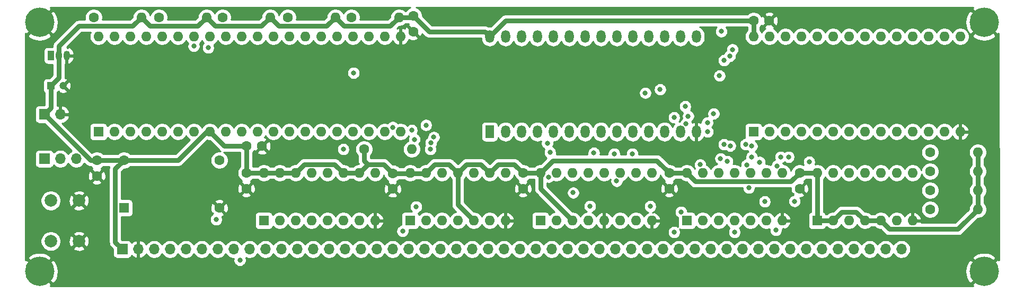
<source format=gbl>
G04 #@! TF.GenerationSoftware,KiCad,Pcbnew,(5.1.9-0-10_14)*
G04 #@! TF.CreationDate,2021-05-12T02:12:47+02:00*
G04 #@! TF.ProjectId,mainboard_v2,6d61696e-626f-4617-9264-5f76322e6b69,rev?*
G04 #@! TF.SameCoordinates,Original*
G04 #@! TF.FileFunction,Copper,L4,Bot*
G04 #@! TF.FilePolarity,Positive*
%FSLAX46Y46*%
G04 Gerber Fmt 4.6, Leading zero omitted, Abs format (unit mm)*
G04 Created by KiCad (PCBNEW (5.1.9-0-10_14)) date 2021-05-12 02:12:47*
%MOMM*%
%LPD*%
G01*
G04 APERTURE LIST*
G04 #@! TA.AperFunction,ComponentPad*
%ADD10O,1.440000X2.000000*%
G04 #@! TD*
G04 #@! TA.AperFunction,ComponentPad*
%ADD11R,1.440000X2.000000*%
G04 #@! TD*
G04 #@! TA.AperFunction,ComponentPad*
%ADD12C,1.600000*%
G04 #@! TD*
G04 #@! TA.AperFunction,ComponentPad*
%ADD13R,1.600000X1.600000*%
G04 #@! TD*
G04 #@! TA.AperFunction,ComponentPad*
%ADD14O,1.600000X1.600000*%
G04 #@! TD*
G04 #@! TA.AperFunction,ComponentPad*
%ADD15O,1.700000X1.700000*%
G04 #@! TD*
G04 #@! TA.AperFunction,ComponentPad*
%ADD16R,1.700000X1.700000*%
G04 #@! TD*
G04 #@! TA.AperFunction,ComponentPad*
%ADD17C,2.000000*%
G04 #@! TD*
G04 #@! TA.AperFunction,ComponentPad*
%ADD18C,4.700000*%
G04 #@! TD*
G04 #@! TA.AperFunction,ComponentPad*
%ADD19R,1.050000X1.500000*%
G04 #@! TD*
G04 #@! TA.AperFunction,ComponentPad*
%ADD20O,1.050000X1.500000*%
G04 #@! TD*
G04 #@! TA.AperFunction,ComponentPad*
%ADD21C,1.200000*%
G04 #@! TD*
G04 #@! TA.AperFunction,ComponentPad*
%ADD22R,1.200000X1.200000*%
G04 #@! TD*
G04 #@! TA.AperFunction,ViaPad*
%ADD23C,0.800000*%
G04 #@! TD*
G04 #@! TA.AperFunction,Conductor*
%ADD24C,0.762000*%
G04 #@! TD*
G04 #@! TA.AperFunction,Conductor*
%ADD25C,0.254000*%
G04 #@! TD*
G04 #@! TA.AperFunction,Conductor*
%ADD26C,0.100000*%
G04 #@! TD*
G04 APERTURE END LIST*
D10*
X165862000Y-86868000D03*
X165862000Y-102108000D03*
X163322000Y-86868000D03*
X163322000Y-102108000D03*
X160782000Y-86868000D03*
X160782000Y-102108000D03*
X158242000Y-86868000D03*
X158242000Y-102108000D03*
X155702000Y-86868000D03*
X155702000Y-102108000D03*
X153162000Y-86868000D03*
X153162000Y-102108000D03*
X150622000Y-86868000D03*
X150622000Y-102108000D03*
X148082000Y-86868000D03*
X148082000Y-102108000D03*
X145542000Y-86868000D03*
X145542000Y-102108000D03*
X143002000Y-86868000D03*
X143002000Y-102108000D03*
X140462000Y-86868000D03*
X140462000Y-102108000D03*
X137922000Y-86868000D03*
X137922000Y-102108000D03*
X135382000Y-86868000D03*
X135382000Y-102108000D03*
X132842000Y-86868000D03*
D11*
X132842000Y-102108000D03*
D12*
X89662000Y-114300000D03*
X89662000Y-106680000D03*
X74422000Y-106680000D03*
D13*
X74422000Y-114300000D03*
D14*
X70358000Y-86868000D03*
X118618000Y-102108000D03*
X72898000Y-86868000D03*
X116078000Y-102108000D03*
X75438000Y-86868000D03*
X113538000Y-102108000D03*
X77978000Y-86868000D03*
X110998000Y-102108000D03*
X80518000Y-86868000D03*
X108458000Y-102108000D03*
X83058000Y-86868000D03*
X105918000Y-102108000D03*
X85598000Y-86868000D03*
X103378000Y-102108000D03*
X88138000Y-86868000D03*
X100838000Y-102108000D03*
X90678000Y-86868000D03*
X98298000Y-102108000D03*
X93218000Y-86868000D03*
X95758000Y-102108000D03*
X95758000Y-86868000D03*
X93218000Y-102108000D03*
X98298000Y-86868000D03*
X90678000Y-102108000D03*
X100838000Y-86868000D03*
X88138000Y-102108000D03*
X103378000Y-86868000D03*
X85598000Y-102108000D03*
X105918000Y-86868000D03*
X83058000Y-102108000D03*
X108458000Y-86868000D03*
X80518000Y-102108000D03*
X110998000Y-86868000D03*
X77978000Y-102108000D03*
X113538000Y-86868000D03*
X75438000Y-102108000D03*
X116078000Y-86868000D03*
X72898000Y-102108000D03*
X118618000Y-86868000D03*
D13*
X70358000Y-102108000D03*
D15*
X64262000Y-99314000D03*
D16*
X61722000Y-99314000D03*
D17*
X62738000Y-113134000D03*
X67238000Y-113134000D03*
X62738000Y-119634000D03*
X67238000Y-119634000D03*
D14*
X77216000Y-83820000D03*
D12*
X69596000Y-83820000D03*
D14*
X164338000Y-108712000D03*
X179578000Y-116332000D03*
X166878000Y-108712000D03*
X177038000Y-116332000D03*
X169418000Y-108712000D03*
X174498000Y-116332000D03*
X171958000Y-108712000D03*
X171958000Y-116332000D03*
X174498000Y-108712000D03*
X169418000Y-116332000D03*
X177038000Y-108712000D03*
X166878000Y-116332000D03*
X179578000Y-108712000D03*
D13*
X164338000Y-116332000D03*
D14*
X120142000Y-108712000D03*
X135382000Y-116332000D03*
X122682000Y-108712000D03*
X132842000Y-116332000D03*
X125222000Y-108712000D03*
X130302000Y-116332000D03*
X127762000Y-108712000D03*
X127762000Y-116332000D03*
X130302000Y-108712000D03*
X125222000Y-116332000D03*
X132842000Y-108712000D03*
X122682000Y-116332000D03*
X135382000Y-108712000D03*
D13*
X120142000Y-116332000D03*
D18*
X60960000Y-124460000D03*
X211836000Y-124460000D03*
X60960000Y-84582000D03*
X211836000Y-84582000D03*
D14*
X185166000Y-108712000D03*
X200406000Y-116332000D03*
X187706000Y-108712000D03*
X197866000Y-116332000D03*
X190246000Y-108712000D03*
X195326000Y-116332000D03*
X192786000Y-108712000D03*
X192786000Y-116332000D03*
X195326000Y-108712000D03*
X190246000Y-116332000D03*
X197866000Y-108712000D03*
X187706000Y-116332000D03*
X200406000Y-108712000D03*
D13*
X185166000Y-116332000D03*
D15*
X196088000Y-120904000D03*
X198628000Y-120904000D03*
X193548000Y-120904000D03*
X191008000Y-120904000D03*
X188468000Y-120904000D03*
X185928000Y-120904000D03*
X183388000Y-120904000D03*
X180848000Y-120904000D03*
X178308000Y-120904000D03*
X175768000Y-120904000D03*
D16*
X74168000Y-120904000D03*
D15*
X76708000Y-120904000D03*
X79248000Y-120904000D03*
X81788000Y-120904000D03*
X84328000Y-120904000D03*
X86868000Y-120904000D03*
X89408000Y-120904000D03*
X91948000Y-120904000D03*
X94488000Y-120904000D03*
X97028000Y-120904000D03*
X99568000Y-120904000D03*
X102108000Y-120904000D03*
X104648000Y-120904000D03*
X107188000Y-120904000D03*
X109728000Y-120904000D03*
X112268000Y-120904000D03*
X114808000Y-120904000D03*
X117348000Y-120904000D03*
X119888000Y-120904000D03*
X122428000Y-120904000D03*
X124968000Y-120904000D03*
X127508000Y-120904000D03*
X130048000Y-120904000D03*
X132588000Y-120904000D03*
X135128000Y-120904000D03*
X137668000Y-120904000D03*
X140208000Y-120904000D03*
X142748000Y-120904000D03*
X145288000Y-120904000D03*
X147828000Y-120904000D03*
X150368000Y-120904000D03*
X152908000Y-120904000D03*
X155448000Y-120904000D03*
X157988000Y-120904000D03*
X160528000Y-120904000D03*
X163068000Y-120904000D03*
X165608000Y-120904000D03*
X168148000Y-120904000D03*
X170688000Y-120904000D03*
X173228000Y-120904000D03*
D14*
X140970000Y-108712000D03*
X158750000Y-116332000D03*
X143510000Y-108712000D03*
X156210000Y-116332000D03*
X146050000Y-108712000D03*
X153670000Y-116332000D03*
X148590000Y-108712000D03*
X151130000Y-116332000D03*
X151130000Y-108712000D03*
X148590000Y-116332000D03*
X153670000Y-108712000D03*
X146050000Y-116332000D03*
X156210000Y-108712000D03*
X143510000Y-116332000D03*
X158750000Y-108712000D03*
D13*
X140970000Y-116332000D03*
D14*
X96774000Y-108712000D03*
X114554000Y-116332000D03*
X99314000Y-108712000D03*
X112014000Y-116332000D03*
X101854000Y-108712000D03*
X109474000Y-116332000D03*
X104394000Y-108712000D03*
X106934000Y-116332000D03*
X106934000Y-108712000D03*
X104394000Y-116332000D03*
X109474000Y-108712000D03*
X101854000Y-116332000D03*
X112014000Y-108712000D03*
X99314000Y-116332000D03*
X114554000Y-108712000D03*
D13*
X96774000Y-116332000D03*
D14*
X175006000Y-86868000D03*
X208026000Y-102108000D03*
X177546000Y-86868000D03*
X205486000Y-102108000D03*
X180086000Y-86868000D03*
X202946000Y-102108000D03*
X182626000Y-86868000D03*
X200406000Y-102108000D03*
X185166000Y-86868000D03*
X197866000Y-102108000D03*
X187706000Y-86868000D03*
X195326000Y-102108000D03*
X190246000Y-86868000D03*
X192786000Y-102108000D03*
X192786000Y-86868000D03*
X190246000Y-102108000D03*
X195326000Y-86868000D03*
X187706000Y-102108000D03*
X197866000Y-86868000D03*
X185166000Y-102108000D03*
X200406000Y-86868000D03*
X182626000Y-102108000D03*
X202946000Y-86868000D03*
X180086000Y-102108000D03*
X205486000Y-86868000D03*
X177546000Y-102108000D03*
X208026000Y-86868000D03*
D13*
X175006000Y-102108000D03*
D19*
X62738000Y-89916000D03*
D20*
X65278000Y-89916000D03*
X64008000Y-89916000D03*
D14*
X210820000Y-114554000D03*
D12*
X203200000Y-114554000D03*
D14*
X210820000Y-111506000D03*
D12*
X203200000Y-111506000D03*
D14*
X210820000Y-108458000D03*
D12*
X203200000Y-108458000D03*
D14*
X210820000Y-105410000D03*
D12*
X203200000Y-105410000D03*
D14*
X120396000Y-104902000D03*
D12*
X112776000Y-104902000D03*
D14*
X118364000Y-83820000D03*
D12*
X110744000Y-83820000D03*
D14*
X108204000Y-83820000D03*
D12*
X100584000Y-83820000D03*
D14*
X97790000Y-83820000D03*
D12*
X90170000Y-83820000D03*
D14*
X87630000Y-83820000D03*
D12*
X80010000Y-83820000D03*
D15*
X66802000Y-106426000D03*
X64262000Y-106426000D03*
D16*
X61722000Y-106426000D03*
D12*
X182372000Y-111212000D03*
X182372000Y-108712000D03*
X96480000Y-104394000D03*
X93980000Y-104394000D03*
X120650000Y-83566000D03*
X120650000Y-86066000D03*
X177506000Y-84328000D03*
X175006000Y-84328000D03*
X70104000Y-109180000D03*
X70104000Y-106680000D03*
X93980000Y-111212000D03*
X93980000Y-108712000D03*
X117348000Y-111252000D03*
X117348000Y-108752000D03*
X138176000Y-111212000D03*
X138176000Y-108712000D03*
X161544000Y-111212000D03*
X161544000Y-108712000D03*
D21*
X64738000Y-94742000D03*
D22*
X62738000Y-94742000D03*
D23*
X178777254Y-107563593D03*
X179324000Y-106137010D03*
X173918325Y-107437633D03*
X174713929Y-106137010D03*
X92945429Y-122665395D03*
X169854914Y-86047063D03*
X171634012Y-88929644D03*
X171216983Y-89979036D03*
X170293845Y-90678008D03*
X169566835Y-93124983D03*
X164084000Y-98044000D03*
X162306000Y-99822000D03*
X164200333Y-100842639D03*
X109474000Y-104902000D03*
X111122376Y-92675000D03*
X170286349Y-104143032D03*
X118950048Y-118031952D03*
X121096913Y-114107086D03*
X122682000Y-101053998D03*
X142061251Y-103956000D03*
X142494000Y-105410000D03*
X171261328Y-104365381D03*
X142257800Y-109338100D03*
X173736000Y-104140000D03*
X160070839Y-95342009D03*
X168628745Y-99209690D03*
X167653895Y-102103092D03*
X167625421Y-100649091D03*
X158496000Y-114046000D03*
X148872268Y-114023977D03*
X123374012Y-104894802D03*
X120837296Y-103323444D03*
X155631024Y-105629010D03*
X178562000Y-117856000D03*
X171958000Y-118186023D03*
X146186115Y-111865736D03*
X183896000Y-106934000D03*
X174730896Y-104416022D03*
X157709928Y-95889855D03*
X164562803Y-99609346D03*
X176784000Y-113284000D03*
X181564913Y-113238913D03*
X180594000Y-106137010D03*
X120396000Y-101854000D03*
X163428802Y-114942009D03*
X162306000Y-118186011D03*
X152737871Y-105646364D03*
X123445980Y-103893589D03*
X89154000Y-116154011D03*
X174244000Y-111074001D03*
X87884000Y-88646000D03*
X85591933Y-88385933D03*
X153134702Y-110007413D03*
X166478001Y-107370347D03*
X149496798Y-105495956D03*
X123928940Y-102965105D03*
X117367987Y-101378135D03*
X170811228Y-106845021D03*
X169736817Y-106391010D03*
X175979869Y-106973915D03*
D24*
X93980000Y-108712000D02*
X101854000Y-108712000D01*
X108092999Y-107330999D02*
X109474000Y-108712000D01*
X103235001Y-107330999D02*
X108092999Y-107330999D01*
X101854000Y-108712000D02*
X103235001Y-107330999D01*
X109474000Y-108712000D02*
X112014000Y-108712000D01*
X113395001Y-107330999D02*
X115926999Y-107330999D01*
X115926999Y-107330999D02*
X117348000Y-108752000D01*
X112014000Y-108712000D02*
X113395001Y-107330999D01*
X122642000Y-108752000D02*
X122682000Y-108712000D01*
X117348000Y-108752000D02*
X122642000Y-108752000D01*
X126380999Y-107330999D02*
X127762000Y-108712000D01*
X124063001Y-107330999D02*
X126380999Y-107330999D01*
X122682000Y-108712000D02*
X124063001Y-107330999D01*
X127762000Y-113792000D02*
X130302000Y-116332000D01*
X127762000Y-108712000D02*
X127762000Y-113792000D01*
X131460999Y-107330999D02*
X132842000Y-108712000D01*
X129143001Y-107330999D02*
X131460999Y-107330999D01*
X127762000Y-108712000D02*
X129143001Y-107330999D01*
X134223001Y-107330999D02*
X136794999Y-107330999D01*
X136794999Y-107330999D02*
X138176000Y-108712000D01*
X132842000Y-108712000D02*
X134223001Y-107330999D01*
X138176000Y-108712000D02*
X140970000Y-108712000D01*
X161544000Y-108712000D02*
X164338000Y-108712000D01*
X165719001Y-110093001D02*
X180990999Y-110093001D01*
X180990999Y-110093001D02*
X182372000Y-108712000D01*
X164338000Y-108712000D02*
X165719001Y-110093001D01*
X182372000Y-108712000D02*
X185166000Y-108712000D01*
X185166000Y-108712000D02*
X185166000Y-116332000D01*
X185166000Y-116332000D02*
X187706000Y-116332000D01*
X191404999Y-114950999D02*
X192786000Y-116332000D01*
X189087001Y-114950999D02*
X191404999Y-114950999D01*
X187706000Y-116332000D02*
X189087001Y-114950999D01*
X192786000Y-116332000D02*
X195326000Y-116332000D01*
X210820000Y-114554000D02*
X210820000Y-105410000D01*
X70104000Y-106680000D02*
X74422000Y-106680000D01*
X93980000Y-108712000D02*
X93980000Y-104394000D01*
X90424000Y-104394000D02*
X88138000Y-102108000D01*
X93980000Y-104394000D02*
X90424000Y-104394000D01*
X112776000Y-106711998D02*
X113395001Y-107330999D01*
X112776000Y-104902000D02*
X112776000Y-106711998D01*
X175006000Y-86868000D02*
X175006000Y-84328000D01*
X135382000Y-84328000D02*
X132842000Y-86868000D01*
X175006000Y-84328000D02*
X135382000Y-84328000D01*
X207660999Y-117713001D02*
X210820000Y-114554000D01*
X196707001Y-117713001D02*
X207660999Y-117713001D01*
X195326000Y-116332000D02*
X196707001Y-117713001D01*
X73040999Y-108061001D02*
X74422000Y-106680000D01*
X73040999Y-119776999D02*
X73040999Y-108061001D01*
X74168000Y-120904000D02*
X73040999Y-119776999D01*
X118364000Y-83820000D02*
X120904000Y-83820000D01*
X75834999Y-85201001D02*
X77216000Y-83820000D01*
X67210999Y-85201001D02*
X75834999Y-85201001D01*
X64008000Y-88404000D02*
X67210999Y-85201001D01*
X64008000Y-89916000D02*
X64008000Y-88404000D01*
X78597001Y-85201001D02*
X86248999Y-85201001D01*
X86248999Y-85201001D02*
X87630000Y-83820000D01*
X77216000Y-83820000D02*
X78597001Y-85201001D01*
X96408999Y-85201001D02*
X97790000Y-83820000D01*
X89011001Y-85201001D02*
X96408999Y-85201001D01*
X87630000Y-83820000D02*
X89011001Y-85201001D01*
X106822999Y-85201001D02*
X108204000Y-83820000D01*
X99171001Y-85201001D02*
X106822999Y-85201001D01*
X97790000Y-83820000D02*
X99171001Y-85201001D01*
X116982999Y-85201001D02*
X118364000Y-83820000D01*
X109585001Y-85201001D02*
X116982999Y-85201001D01*
X108204000Y-83820000D02*
X109585001Y-85201001D01*
X120396000Y-83820000D02*
X120650000Y-83566000D01*
X118364000Y-83820000D02*
X120396000Y-83820000D01*
X120650000Y-83566000D02*
X123190000Y-86106000D01*
X132080000Y-86106000D02*
X132842000Y-86868000D01*
X123190000Y-86106000D02*
X132080000Y-86106000D01*
X87641882Y-102108000D02*
X88138000Y-102108000D01*
X83069882Y-106680000D02*
X87641882Y-102108000D01*
X74422000Y-106680000D02*
X83069882Y-106680000D01*
X64008000Y-93472000D02*
X62738000Y-94742000D01*
X64008000Y-89916000D02*
X64008000Y-93472000D01*
X62738000Y-98298000D02*
X61722000Y-99314000D01*
X62738000Y-94742000D02*
X62738000Y-98298000D01*
X69088000Y-106680000D02*
X70104000Y-106680000D01*
X61722000Y-99314000D02*
X69088000Y-106680000D01*
X140970000Y-108712000D02*
X140970000Y-111252000D01*
X140970000Y-111252000D02*
X146050000Y-116332000D01*
X142967001Y-106714999D02*
X159546999Y-106714999D01*
X159546999Y-106714999D02*
X161544000Y-108712000D01*
X140970000Y-108712000D02*
X142967001Y-106714999D01*
D25*
X119970273Y-82294320D02*
X119735241Y-82451363D01*
X119535363Y-82651241D01*
X119433293Y-82804000D01*
X119377396Y-82804000D01*
X119278759Y-82705363D01*
X119043727Y-82548320D01*
X118782574Y-82440147D01*
X118505335Y-82385000D01*
X118222665Y-82385000D01*
X117945426Y-82440147D01*
X117684273Y-82548320D01*
X117449241Y-82705363D01*
X117249363Y-82905241D01*
X117092320Y-83140273D01*
X116984147Y-83401426D01*
X116929000Y-83678665D01*
X116929000Y-83818160D01*
X116562159Y-84185001D01*
X112134509Y-84185001D01*
X112179000Y-83961335D01*
X112179000Y-83678665D01*
X112123853Y-83401426D01*
X112015680Y-83140273D01*
X111858637Y-82905241D01*
X111658759Y-82705363D01*
X111423727Y-82548320D01*
X111162574Y-82440147D01*
X110885335Y-82385000D01*
X110602665Y-82385000D01*
X110325426Y-82440147D01*
X110064273Y-82548320D01*
X109829241Y-82705363D01*
X109629363Y-82905241D01*
X109474000Y-83137759D01*
X109318637Y-82905241D01*
X109118759Y-82705363D01*
X108883727Y-82548320D01*
X108622574Y-82440147D01*
X108345335Y-82385000D01*
X108062665Y-82385000D01*
X107785426Y-82440147D01*
X107524273Y-82548320D01*
X107289241Y-82705363D01*
X107089363Y-82905241D01*
X106932320Y-83140273D01*
X106824147Y-83401426D01*
X106769000Y-83678665D01*
X106769000Y-83818160D01*
X106402159Y-84185001D01*
X101974509Y-84185001D01*
X102019000Y-83961335D01*
X102019000Y-83678665D01*
X101963853Y-83401426D01*
X101855680Y-83140273D01*
X101698637Y-82905241D01*
X101498759Y-82705363D01*
X101263727Y-82548320D01*
X101002574Y-82440147D01*
X100725335Y-82385000D01*
X100442665Y-82385000D01*
X100165426Y-82440147D01*
X99904273Y-82548320D01*
X99669241Y-82705363D01*
X99469363Y-82905241D01*
X99312320Y-83140273D01*
X99204147Y-83401426D01*
X99187000Y-83487629D01*
X99169853Y-83401426D01*
X99061680Y-83140273D01*
X98904637Y-82905241D01*
X98704759Y-82705363D01*
X98469727Y-82548320D01*
X98208574Y-82440147D01*
X97931335Y-82385000D01*
X97648665Y-82385000D01*
X97371426Y-82440147D01*
X97110273Y-82548320D01*
X96875241Y-82705363D01*
X96675363Y-82905241D01*
X96518320Y-83140273D01*
X96410147Y-83401426D01*
X96355000Y-83678665D01*
X96355000Y-83818160D01*
X95988159Y-84185001D01*
X91560509Y-84185001D01*
X91605000Y-83961335D01*
X91605000Y-83678665D01*
X91549853Y-83401426D01*
X91441680Y-83140273D01*
X91284637Y-82905241D01*
X91084759Y-82705363D01*
X90849727Y-82548320D01*
X90588574Y-82440147D01*
X90311335Y-82385000D01*
X90028665Y-82385000D01*
X89751426Y-82440147D01*
X89490273Y-82548320D01*
X89255241Y-82705363D01*
X89055363Y-82905241D01*
X88900000Y-83137759D01*
X88744637Y-82905241D01*
X88544759Y-82705363D01*
X88309727Y-82548320D01*
X88048574Y-82440147D01*
X87771335Y-82385000D01*
X87488665Y-82385000D01*
X87211426Y-82440147D01*
X86950273Y-82548320D01*
X86715241Y-82705363D01*
X86515363Y-82905241D01*
X86358320Y-83140273D01*
X86250147Y-83401426D01*
X86195000Y-83678665D01*
X86195000Y-83818160D01*
X85828159Y-84185001D01*
X81400509Y-84185001D01*
X81445000Y-83961335D01*
X81445000Y-83678665D01*
X81389853Y-83401426D01*
X81281680Y-83140273D01*
X81124637Y-82905241D01*
X80924759Y-82705363D01*
X80689727Y-82548320D01*
X80428574Y-82440147D01*
X80151335Y-82385000D01*
X79868665Y-82385000D01*
X79591426Y-82440147D01*
X79330273Y-82548320D01*
X79095241Y-82705363D01*
X78895363Y-82905241D01*
X78738320Y-83140273D01*
X78630147Y-83401426D01*
X78613000Y-83487629D01*
X78595853Y-83401426D01*
X78487680Y-83140273D01*
X78330637Y-82905241D01*
X78130759Y-82705363D01*
X77895727Y-82548320D01*
X77634574Y-82440147D01*
X77357335Y-82385000D01*
X77074665Y-82385000D01*
X76797426Y-82440147D01*
X76536273Y-82548320D01*
X76301241Y-82705363D01*
X76101363Y-82905241D01*
X75944320Y-83140273D01*
X75836147Y-83401426D01*
X75781000Y-83678665D01*
X75781000Y-83818160D01*
X75414159Y-84185001D01*
X70986509Y-84185001D01*
X71031000Y-83961335D01*
X71031000Y-83678665D01*
X70975853Y-83401426D01*
X70867680Y-83140273D01*
X70710637Y-82905241D01*
X70510759Y-82705363D01*
X70275727Y-82548320D01*
X70014574Y-82440147D01*
X69737335Y-82385000D01*
X69454665Y-82385000D01*
X69177426Y-82440147D01*
X68916273Y-82548320D01*
X68681241Y-82705363D01*
X68481363Y-82905241D01*
X68324320Y-83140273D01*
X68216147Y-83401426D01*
X68161000Y-83678665D01*
X68161000Y-83961335D01*
X68205491Y-84185001D01*
X67260901Y-84185001D01*
X67210999Y-84180086D01*
X67161097Y-84185001D01*
X67011828Y-84199703D01*
X66820312Y-84257799D01*
X66643809Y-84352141D01*
X66489103Y-84479105D01*
X66457293Y-84517866D01*
X63324868Y-87650292D01*
X63286105Y-87682104D01*
X63159141Y-87836810D01*
X63106969Y-87934418D01*
X63064799Y-88013313D01*
X63006702Y-88204830D01*
X62987085Y-88404000D01*
X62992001Y-88453911D01*
X62992001Y-88527928D01*
X62213000Y-88527928D01*
X62088518Y-88540188D01*
X61968820Y-88576498D01*
X61858506Y-88635463D01*
X61761815Y-88714815D01*
X61682463Y-88811506D01*
X61623498Y-88921820D01*
X61587188Y-89041518D01*
X61574928Y-89166000D01*
X61574928Y-90666000D01*
X61587188Y-90790482D01*
X61623498Y-90910180D01*
X61682463Y-91020494D01*
X61761815Y-91117185D01*
X61858506Y-91196537D01*
X61968820Y-91255502D01*
X62088518Y-91291812D01*
X62213000Y-91304072D01*
X62992000Y-91304072D01*
X62992001Y-93051158D01*
X62539232Y-93503928D01*
X62138000Y-93503928D01*
X62013518Y-93516188D01*
X61893820Y-93552498D01*
X61783506Y-93611463D01*
X61686815Y-93690815D01*
X61607463Y-93787506D01*
X61548498Y-93897820D01*
X61512188Y-94017518D01*
X61499928Y-94142000D01*
X61499928Y-95342000D01*
X61512188Y-95466482D01*
X61548498Y-95586180D01*
X61607463Y-95696494D01*
X61686815Y-95793185D01*
X61722000Y-95822061D01*
X61722001Y-97825928D01*
X60872000Y-97825928D01*
X60747518Y-97838188D01*
X60627820Y-97874498D01*
X60517506Y-97933463D01*
X60420815Y-98012815D01*
X60341463Y-98109506D01*
X60282498Y-98219820D01*
X60246188Y-98339518D01*
X60233928Y-98464000D01*
X60233928Y-100164000D01*
X60246188Y-100288482D01*
X60282498Y-100408180D01*
X60341463Y-100518494D01*
X60420815Y-100615185D01*
X60517506Y-100694537D01*
X60627820Y-100753502D01*
X60747518Y-100789812D01*
X60872000Y-100802072D01*
X61773232Y-100802072D01*
X66088147Y-105116987D01*
X65855368Y-105272525D01*
X65648525Y-105479368D01*
X65532000Y-105653760D01*
X65415475Y-105479368D01*
X65208632Y-105272525D01*
X64965411Y-105110010D01*
X64695158Y-104998068D01*
X64408260Y-104941000D01*
X64115740Y-104941000D01*
X63828842Y-104998068D01*
X63558589Y-105110010D01*
X63315368Y-105272525D01*
X63183513Y-105404380D01*
X63161502Y-105331820D01*
X63102537Y-105221506D01*
X63023185Y-105124815D01*
X62926494Y-105045463D01*
X62816180Y-104986498D01*
X62696482Y-104950188D01*
X62572000Y-104937928D01*
X60872000Y-104937928D01*
X60747518Y-104950188D01*
X60627820Y-104986498D01*
X60517506Y-105045463D01*
X60420815Y-105124815D01*
X60341463Y-105221506D01*
X60282498Y-105331820D01*
X60246188Y-105451518D01*
X60233928Y-105576000D01*
X60233928Y-107276000D01*
X60246188Y-107400482D01*
X60282498Y-107520180D01*
X60341463Y-107630494D01*
X60420815Y-107727185D01*
X60517506Y-107806537D01*
X60627820Y-107865502D01*
X60747518Y-107901812D01*
X60872000Y-107914072D01*
X62572000Y-107914072D01*
X62696482Y-107901812D01*
X62816180Y-107865502D01*
X62926494Y-107806537D01*
X63023185Y-107727185D01*
X63102537Y-107630494D01*
X63161502Y-107520180D01*
X63183513Y-107447620D01*
X63315368Y-107579475D01*
X63558589Y-107741990D01*
X63828842Y-107853932D01*
X64115740Y-107911000D01*
X64408260Y-107911000D01*
X64695158Y-107853932D01*
X64965411Y-107741990D01*
X65208632Y-107579475D01*
X65415475Y-107372632D01*
X65532000Y-107198240D01*
X65648525Y-107372632D01*
X65855368Y-107579475D01*
X66098589Y-107741990D01*
X66368842Y-107853932D01*
X66655740Y-107911000D01*
X66948260Y-107911000D01*
X67235158Y-107853932D01*
X67505411Y-107741990D01*
X67748632Y-107579475D01*
X67955475Y-107372632D01*
X68111013Y-107139854D01*
X68334292Y-107363133D01*
X68366104Y-107401896D01*
X68520810Y-107528860D01*
X68697313Y-107623202D01*
X68888829Y-107681298D01*
X69087999Y-107700915D01*
X69094845Y-107700241D01*
X69189241Y-107794637D01*
X69389869Y-107928692D01*
X69362486Y-107943329D01*
X69290903Y-108187298D01*
X70104000Y-109000395D01*
X70917097Y-108187298D01*
X70845514Y-107943329D01*
X70816659Y-107929676D01*
X71018759Y-107794637D01*
X71117396Y-107696000D01*
X72090006Y-107696000D01*
X72039701Y-107861831D01*
X72020084Y-108061001D01*
X72025000Y-108110913D01*
X72024999Y-119727097D01*
X72020084Y-119776999D01*
X72024999Y-119826900D01*
X72039701Y-119976169D01*
X72097797Y-120167685D01*
X72192139Y-120344189D01*
X72319103Y-120498895D01*
X72357871Y-120530711D01*
X72679928Y-120852768D01*
X72679928Y-121754000D01*
X72692188Y-121878482D01*
X72728498Y-121998180D01*
X72787463Y-122108494D01*
X72866815Y-122205185D01*
X72963506Y-122284537D01*
X73073820Y-122343502D01*
X73193518Y-122379812D01*
X73318000Y-122392072D01*
X75018000Y-122392072D01*
X75142482Y-122379812D01*
X75262180Y-122343502D01*
X75372494Y-122284537D01*
X75469185Y-122205185D01*
X75548537Y-122108494D01*
X75607502Y-121998180D01*
X75631966Y-121917534D01*
X75707731Y-122001588D01*
X75941080Y-122175641D01*
X76203901Y-122300825D01*
X76351110Y-122345476D01*
X76581000Y-122224155D01*
X76581000Y-121031000D01*
X76561000Y-121031000D01*
X76561000Y-120777000D01*
X76581000Y-120777000D01*
X76581000Y-119583845D01*
X76835000Y-119583845D01*
X76835000Y-120777000D01*
X76855000Y-120777000D01*
X76855000Y-121031000D01*
X76835000Y-121031000D01*
X76835000Y-122224155D01*
X77064890Y-122345476D01*
X77212099Y-122300825D01*
X77474920Y-122175641D01*
X77708269Y-122001588D01*
X77903178Y-121785355D01*
X77972805Y-121668466D01*
X78094525Y-121850632D01*
X78301368Y-122057475D01*
X78544589Y-122219990D01*
X78814842Y-122331932D01*
X79101740Y-122389000D01*
X79394260Y-122389000D01*
X79681158Y-122331932D01*
X79951411Y-122219990D01*
X80194632Y-122057475D01*
X80401475Y-121850632D01*
X80518000Y-121676240D01*
X80634525Y-121850632D01*
X80841368Y-122057475D01*
X81084589Y-122219990D01*
X81354842Y-122331932D01*
X81641740Y-122389000D01*
X81934260Y-122389000D01*
X82221158Y-122331932D01*
X82491411Y-122219990D01*
X82734632Y-122057475D01*
X82941475Y-121850632D01*
X83058000Y-121676240D01*
X83174525Y-121850632D01*
X83381368Y-122057475D01*
X83624589Y-122219990D01*
X83894842Y-122331932D01*
X84181740Y-122389000D01*
X84474260Y-122389000D01*
X84761158Y-122331932D01*
X85031411Y-122219990D01*
X85274632Y-122057475D01*
X85481475Y-121850632D01*
X85598000Y-121676240D01*
X85714525Y-121850632D01*
X85921368Y-122057475D01*
X86164589Y-122219990D01*
X86434842Y-122331932D01*
X86721740Y-122389000D01*
X87014260Y-122389000D01*
X87301158Y-122331932D01*
X87571411Y-122219990D01*
X87814632Y-122057475D01*
X88021475Y-121850632D01*
X88138000Y-121676240D01*
X88254525Y-121850632D01*
X88461368Y-122057475D01*
X88704589Y-122219990D01*
X88974842Y-122331932D01*
X89261740Y-122389000D01*
X89554260Y-122389000D01*
X89841158Y-122331932D01*
X90111411Y-122219990D01*
X90354632Y-122057475D01*
X90561475Y-121850632D01*
X90678000Y-121676240D01*
X90794525Y-121850632D01*
X91001368Y-122057475D01*
X91244589Y-122219990D01*
X91514842Y-122331932D01*
X91801740Y-122389000D01*
X91945130Y-122389000D01*
X91910429Y-122563456D01*
X91910429Y-122767334D01*
X91950203Y-122967293D01*
X92028224Y-123155651D01*
X92141492Y-123325169D01*
X92285655Y-123469332D01*
X92455173Y-123582600D01*
X92643531Y-123660621D01*
X92843490Y-123700395D01*
X93047368Y-123700395D01*
X93247327Y-123660621D01*
X93435685Y-123582600D01*
X93605203Y-123469332D01*
X93749366Y-123325169D01*
X93862634Y-123155651D01*
X93940655Y-122967293D01*
X93980429Y-122767334D01*
X93980429Y-122563456D01*
X93940655Y-122363497D01*
X93901223Y-122268301D01*
X94054842Y-122331932D01*
X94341740Y-122389000D01*
X94634260Y-122389000D01*
X94921158Y-122331932D01*
X95191411Y-122219990D01*
X95434632Y-122057475D01*
X95641475Y-121850632D01*
X95758000Y-121676240D01*
X95874525Y-121850632D01*
X96081368Y-122057475D01*
X96324589Y-122219990D01*
X96594842Y-122331932D01*
X96881740Y-122389000D01*
X97174260Y-122389000D01*
X97461158Y-122331932D01*
X97731411Y-122219990D01*
X97974632Y-122057475D01*
X98181475Y-121850632D01*
X98298000Y-121676240D01*
X98414525Y-121850632D01*
X98621368Y-122057475D01*
X98864589Y-122219990D01*
X99134842Y-122331932D01*
X99421740Y-122389000D01*
X99714260Y-122389000D01*
X100001158Y-122331932D01*
X100271411Y-122219990D01*
X100514632Y-122057475D01*
X100721475Y-121850632D01*
X100838000Y-121676240D01*
X100954525Y-121850632D01*
X101161368Y-122057475D01*
X101404589Y-122219990D01*
X101674842Y-122331932D01*
X101961740Y-122389000D01*
X102254260Y-122389000D01*
X102541158Y-122331932D01*
X102811411Y-122219990D01*
X103054632Y-122057475D01*
X103261475Y-121850632D01*
X103378000Y-121676240D01*
X103494525Y-121850632D01*
X103701368Y-122057475D01*
X103944589Y-122219990D01*
X104214842Y-122331932D01*
X104501740Y-122389000D01*
X104794260Y-122389000D01*
X105081158Y-122331932D01*
X105351411Y-122219990D01*
X105594632Y-122057475D01*
X105801475Y-121850632D01*
X105918000Y-121676240D01*
X106034525Y-121850632D01*
X106241368Y-122057475D01*
X106484589Y-122219990D01*
X106754842Y-122331932D01*
X107041740Y-122389000D01*
X107334260Y-122389000D01*
X107621158Y-122331932D01*
X107891411Y-122219990D01*
X108134632Y-122057475D01*
X108341475Y-121850632D01*
X108458000Y-121676240D01*
X108574525Y-121850632D01*
X108781368Y-122057475D01*
X109024589Y-122219990D01*
X109294842Y-122331932D01*
X109581740Y-122389000D01*
X109874260Y-122389000D01*
X110161158Y-122331932D01*
X110431411Y-122219990D01*
X110674632Y-122057475D01*
X110881475Y-121850632D01*
X110998000Y-121676240D01*
X111114525Y-121850632D01*
X111321368Y-122057475D01*
X111564589Y-122219990D01*
X111834842Y-122331932D01*
X112121740Y-122389000D01*
X112414260Y-122389000D01*
X112701158Y-122331932D01*
X112971411Y-122219990D01*
X113214632Y-122057475D01*
X113421475Y-121850632D01*
X113538000Y-121676240D01*
X113654525Y-121850632D01*
X113861368Y-122057475D01*
X114104589Y-122219990D01*
X114374842Y-122331932D01*
X114661740Y-122389000D01*
X114954260Y-122389000D01*
X115241158Y-122331932D01*
X115511411Y-122219990D01*
X115754632Y-122057475D01*
X115961475Y-121850632D01*
X116078000Y-121676240D01*
X116194525Y-121850632D01*
X116401368Y-122057475D01*
X116644589Y-122219990D01*
X116914842Y-122331932D01*
X117201740Y-122389000D01*
X117494260Y-122389000D01*
X117781158Y-122331932D01*
X118051411Y-122219990D01*
X118294632Y-122057475D01*
X118501475Y-121850632D01*
X118618000Y-121676240D01*
X118734525Y-121850632D01*
X118941368Y-122057475D01*
X119184589Y-122219990D01*
X119454842Y-122331932D01*
X119741740Y-122389000D01*
X120034260Y-122389000D01*
X120321158Y-122331932D01*
X120591411Y-122219990D01*
X120834632Y-122057475D01*
X121041475Y-121850632D01*
X121158000Y-121676240D01*
X121274525Y-121850632D01*
X121481368Y-122057475D01*
X121724589Y-122219990D01*
X121994842Y-122331932D01*
X122281740Y-122389000D01*
X122574260Y-122389000D01*
X122861158Y-122331932D01*
X123131411Y-122219990D01*
X123374632Y-122057475D01*
X123581475Y-121850632D01*
X123698000Y-121676240D01*
X123814525Y-121850632D01*
X124021368Y-122057475D01*
X124264589Y-122219990D01*
X124534842Y-122331932D01*
X124821740Y-122389000D01*
X125114260Y-122389000D01*
X125401158Y-122331932D01*
X125671411Y-122219990D01*
X125914632Y-122057475D01*
X126121475Y-121850632D01*
X126238000Y-121676240D01*
X126354525Y-121850632D01*
X126561368Y-122057475D01*
X126804589Y-122219990D01*
X127074842Y-122331932D01*
X127361740Y-122389000D01*
X127654260Y-122389000D01*
X127941158Y-122331932D01*
X128211411Y-122219990D01*
X128454632Y-122057475D01*
X128661475Y-121850632D01*
X128778000Y-121676240D01*
X128894525Y-121850632D01*
X129101368Y-122057475D01*
X129344589Y-122219990D01*
X129614842Y-122331932D01*
X129901740Y-122389000D01*
X130194260Y-122389000D01*
X130481158Y-122331932D01*
X130751411Y-122219990D01*
X130994632Y-122057475D01*
X131201475Y-121850632D01*
X131318000Y-121676240D01*
X131434525Y-121850632D01*
X131641368Y-122057475D01*
X131884589Y-122219990D01*
X132154842Y-122331932D01*
X132441740Y-122389000D01*
X132734260Y-122389000D01*
X133021158Y-122331932D01*
X133291411Y-122219990D01*
X133534632Y-122057475D01*
X133741475Y-121850632D01*
X133858000Y-121676240D01*
X133974525Y-121850632D01*
X134181368Y-122057475D01*
X134424589Y-122219990D01*
X134694842Y-122331932D01*
X134981740Y-122389000D01*
X135274260Y-122389000D01*
X135561158Y-122331932D01*
X135831411Y-122219990D01*
X136074632Y-122057475D01*
X136281475Y-121850632D01*
X136398000Y-121676240D01*
X136514525Y-121850632D01*
X136721368Y-122057475D01*
X136964589Y-122219990D01*
X137234842Y-122331932D01*
X137521740Y-122389000D01*
X137814260Y-122389000D01*
X138101158Y-122331932D01*
X138371411Y-122219990D01*
X138614632Y-122057475D01*
X138821475Y-121850632D01*
X138938000Y-121676240D01*
X139054525Y-121850632D01*
X139261368Y-122057475D01*
X139504589Y-122219990D01*
X139774842Y-122331932D01*
X140061740Y-122389000D01*
X140354260Y-122389000D01*
X140641158Y-122331932D01*
X140911411Y-122219990D01*
X141154632Y-122057475D01*
X141361475Y-121850632D01*
X141478000Y-121676240D01*
X141594525Y-121850632D01*
X141801368Y-122057475D01*
X142044589Y-122219990D01*
X142314842Y-122331932D01*
X142601740Y-122389000D01*
X142894260Y-122389000D01*
X143181158Y-122331932D01*
X143451411Y-122219990D01*
X143694632Y-122057475D01*
X143901475Y-121850632D01*
X144018000Y-121676240D01*
X144134525Y-121850632D01*
X144341368Y-122057475D01*
X144584589Y-122219990D01*
X144854842Y-122331932D01*
X145141740Y-122389000D01*
X145434260Y-122389000D01*
X145721158Y-122331932D01*
X145991411Y-122219990D01*
X146234632Y-122057475D01*
X146441475Y-121850632D01*
X146558000Y-121676240D01*
X146674525Y-121850632D01*
X146881368Y-122057475D01*
X147124589Y-122219990D01*
X147394842Y-122331932D01*
X147681740Y-122389000D01*
X147974260Y-122389000D01*
X148261158Y-122331932D01*
X148531411Y-122219990D01*
X148774632Y-122057475D01*
X148981475Y-121850632D01*
X149098000Y-121676240D01*
X149214525Y-121850632D01*
X149421368Y-122057475D01*
X149664589Y-122219990D01*
X149934842Y-122331932D01*
X150221740Y-122389000D01*
X150514260Y-122389000D01*
X150801158Y-122331932D01*
X151071411Y-122219990D01*
X151314632Y-122057475D01*
X151521475Y-121850632D01*
X151638000Y-121676240D01*
X151754525Y-121850632D01*
X151961368Y-122057475D01*
X152204589Y-122219990D01*
X152474842Y-122331932D01*
X152761740Y-122389000D01*
X153054260Y-122389000D01*
X153341158Y-122331932D01*
X153611411Y-122219990D01*
X153854632Y-122057475D01*
X154061475Y-121850632D01*
X154178000Y-121676240D01*
X154294525Y-121850632D01*
X154501368Y-122057475D01*
X154744589Y-122219990D01*
X155014842Y-122331932D01*
X155301740Y-122389000D01*
X155594260Y-122389000D01*
X155881158Y-122331932D01*
X156151411Y-122219990D01*
X156394632Y-122057475D01*
X156601475Y-121850632D01*
X156718000Y-121676240D01*
X156834525Y-121850632D01*
X157041368Y-122057475D01*
X157284589Y-122219990D01*
X157554842Y-122331932D01*
X157841740Y-122389000D01*
X158134260Y-122389000D01*
X158421158Y-122331932D01*
X158691411Y-122219990D01*
X158934632Y-122057475D01*
X159141475Y-121850632D01*
X159258000Y-121676240D01*
X159374525Y-121850632D01*
X159581368Y-122057475D01*
X159824589Y-122219990D01*
X160094842Y-122331932D01*
X160381740Y-122389000D01*
X160674260Y-122389000D01*
X160961158Y-122331932D01*
X161231411Y-122219990D01*
X161474632Y-122057475D01*
X161681475Y-121850632D01*
X161798000Y-121676240D01*
X161914525Y-121850632D01*
X162121368Y-122057475D01*
X162364589Y-122219990D01*
X162634842Y-122331932D01*
X162921740Y-122389000D01*
X163214260Y-122389000D01*
X163501158Y-122331932D01*
X163771411Y-122219990D01*
X164014632Y-122057475D01*
X164221475Y-121850632D01*
X164338000Y-121676240D01*
X164454525Y-121850632D01*
X164661368Y-122057475D01*
X164904589Y-122219990D01*
X165174842Y-122331932D01*
X165461740Y-122389000D01*
X165754260Y-122389000D01*
X166041158Y-122331932D01*
X166311411Y-122219990D01*
X166554632Y-122057475D01*
X166761475Y-121850632D01*
X166878000Y-121676240D01*
X166994525Y-121850632D01*
X167201368Y-122057475D01*
X167444589Y-122219990D01*
X167714842Y-122331932D01*
X168001740Y-122389000D01*
X168294260Y-122389000D01*
X168581158Y-122331932D01*
X168851411Y-122219990D01*
X169094632Y-122057475D01*
X169301475Y-121850632D01*
X169418000Y-121676240D01*
X169534525Y-121850632D01*
X169741368Y-122057475D01*
X169984589Y-122219990D01*
X170254842Y-122331932D01*
X170541740Y-122389000D01*
X170834260Y-122389000D01*
X171121158Y-122331932D01*
X171391411Y-122219990D01*
X171634632Y-122057475D01*
X171841475Y-121850632D01*
X171958000Y-121676240D01*
X172074525Y-121850632D01*
X172281368Y-122057475D01*
X172524589Y-122219990D01*
X172794842Y-122331932D01*
X173081740Y-122389000D01*
X173374260Y-122389000D01*
X173661158Y-122331932D01*
X173931411Y-122219990D01*
X174174632Y-122057475D01*
X174381475Y-121850632D01*
X174498000Y-121676240D01*
X174614525Y-121850632D01*
X174821368Y-122057475D01*
X175064589Y-122219990D01*
X175334842Y-122331932D01*
X175621740Y-122389000D01*
X175914260Y-122389000D01*
X176201158Y-122331932D01*
X176471411Y-122219990D01*
X176714632Y-122057475D01*
X176921475Y-121850632D01*
X177038000Y-121676240D01*
X177154525Y-121850632D01*
X177361368Y-122057475D01*
X177604589Y-122219990D01*
X177874842Y-122331932D01*
X178161740Y-122389000D01*
X178454260Y-122389000D01*
X178741158Y-122331932D01*
X179011411Y-122219990D01*
X179254632Y-122057475D01*
X179461475Y-121850632D01*
X179578000Y-121676240D01*
X179694525Y-121850632D01*
X179901368Y-122057475D01*
X180144589Y-122219990D01*
X180414842Y-122331932D01*
X180701740Y-122389000D01*
X180994260Y-122389000D01*
X181281158Y-122331932D01*
X181551411Y-122219990D01*
X181794632Y-122057475D01*
X182001475Y-121850632D01*
X182118000Y-121676240D01*
X182234525Y-121850632D01*
X182441368Y-122057475D01*
X182684589Y-122219990D01*
X182954842Y-122331932D01*
X183241740Y-122389000D01*
X183534260Y-122389000D01*
X183821158Y-122331932D01*
X184091411Y-122219990D01*
X184334632Y-122057475D01*
X184541475Y-121850632D01*
X184658000Y-121676240D01*
X184774525Y-121850632D01*
X184981368Y-122057475D01*
X185224589Y-122219990D01*
X185494842Y-122331932D01*
X185781740Y-122389000D01*
X186074260Y-122389000D01*
X186361158Y-122331932D01*
X186631411Y-122219990D01*
X186874632Y-122057475D01*
X187081475Y-121850632D01*
X187198000Y-121676240D01*
X187314525Y-121850632D01*
X187521368Y-122057475D01*
X187764589Y-122219990D01*
X188034842Y-122331932D01*
X188321740Y-122389000D01*
X188614260Y-122389000D01*
X188901158Y-122331932D01*
X189171411Y-122219990D01*
X189414632Y-122057475D01*
X189621475Y-121850632D01*
X189738000Y-121676240D01*
X189854525Y-121850632D01*
X190061368Y-122057475D01*
X190304589Y-122219990D01*
X190574842Y-122331932D01*
X190861740Y-122389000D01*
X191154260Y-122389000D01*
X191441158Y-122331932D01*
X191711411Y-122219990D01*
X191954632Y-122057475D01*
X192161475Y-121850632D01*
X192278000Y-121676240D01*
X192394525Y-121850632D01*
X192601368Y-122057475D01*
X192844589Y-122219990D01*
X193114842Y-122331932D01*
X193401740Y-122389000D01*
X193694260Y-122389000D01*
X193981158Y-122331932D01*
X194251411Y-122219990D01*
X194494632Y-122057475D01*
X194701475Y-121850632D01*
X194818000Y-121676240D01*
X194934525Y-121850632D01*
X195141368Y-122057475D01*
X195384589Y-122219990D01*
X195654842Y-122331932D01*
X195941740Y-122389000D01*
X196234260Y-122389000D01*
X196521158Y-122331932D01*
X196791411Y-122219990D01*
X197034632Y-122057475D01*
X197241475Y-121850632D01*
X197358000Y-121676240D01*
X197474525Y-121850632D01*
X197681368Y-122057475D01*
X197924589Y-122219990D01*
X198194842Y-122331932D01*
X198481740Y-122389000D01*
X198774260Y-122389000D01*
X198902295Y-122363532D01*
X209919137Y-122363532D01*
X211836000Y-124280395D01*
X213752863Y-122363532D01*
X213494702Y-121960927D01*
X212975285Y-121685349D01*
X212412087Y-121516399D01*
X211826750Y-121460570D01*
X211241767Y-121520008D01*
X210679621Y-121692429D01*
X210177298Y-121960927D01*
X209919137Y-122363532D01*
X198902295Y-122363532D01*
X199061158Y-122331932D01*
X199331411Y-122219990D01*
X199574632Y-122057475D01*
X199781475Y-121850632D01*
X199943990Y-121607411D01*
X200055932Y-121337158D01*
X200113000Y-121050260D01*
X200113000Y-120757740D01*
X200055932Y-120470842D01*
X199943990Y-120200589D01*
X199781475Y-119957368D01*
X199574632Y-119750525D01*
X199331411Y-119588010D01*
X199061158Y-119476068D01*
X198774260Y-119419000D01*
X198481740Y-119419000D01*
X198194842Y-119476068D01*
X197924589Y-119588010D01*
X197681368Y-119750525D01*
X197474525Y-119957368D01*
X197358000Y-120131760D01*
X197241475Y-119957368D01*
X197034632Y-119750525D01*
X196791411Y-119588010D01*
X196521158Y-119476068D01*
X196234260Y-119419000D01*
X195941740Y-119419000D01*
X195654842Y-119476068D01*
X195384589Y-119588010D01*
X195141368Y-119750525D01*
X194934525Y-119957368D01*
X194818000Y-120131760D01*
X194701475Y-119957368D01*
X194494632Y-119750525D01*
X194251411Y-119588010D01*
X193981158Y-119476068D01*
X193694260Y-119419000D01*
X193401740Y-119419000D01*
X193114842Y-119476068D01*
X192844589Y-119588010D01*
X192601368Y-119750525D01*
X192394525Y-119957368D01*
X192278000Y-120131760D01*
X192161475Y-119957368D01*
X191954632Y-119750525D01*
X191711411Y-119588010D01*
X191441158Y-119476068D01*
X191154260Y-119419000D01*
X190861740Y-119419000D01*
X190574842Y-119476068D01*
X190304589Y-119588010D01*
X190061368Y-119750525D01*
X189854525Y-119957368D01*
X189738000Y-120131760D01*
X189621475Y-119957368D01*
X189414632Y-119750525D01*
X189171411Y-119588010D01*
X188901158Y-119476068D01*
X188614260Y-119419000D01*
X188321740Y-119419000D01*
X188034842Y-119476068D01*
X187764589Y-119588010D01*
X187521368Y-119750525D01*
X187314525Y-119957368D01*
X187198000Y-120131760D01*
X187081475Y-119957368D01*
X186874632Y-119750525D01*
X186631411Y-119588010D01*
X186361158Y-119476068D01*
X186074260Y-119419000D01*
X185781740Y-119419000D01*
X185494842Y-119476068D01*
X185224589Y-119588010D01*
X184981368Y-119750525D01*
X184774525Y-119957368D01*
X184658000Y-120131760D01*
X184541475Y-119957368D01*
X184334632Y-119750525D01*
X184091411Y-119588010D01*
X183821158Y-119476068D01*
X183534260Y-119419000D01*
X183241740Y-119419000D01*
X182954842Y-119476068D01*
X182684589Y-119588010D01*
X182441368Y-119750525D01*
X182234525Y-119957368D01*
X182118000Y-120131760D01*
X182001475Y-119957368D01*
X181794632Y-119750525D01*
X181551411Y-119588010D01*
X181281158Y-119476068D01*
X180994260Y-119419000D01*
X180701740Y-119419000D01*
X180414842Y-119476068D01*
X180144589Y-119588010D01*
X179901368Y-119750525D01*
X179694525Y-119957368D01*
X179578000Y-120131760D01*
X179461475Y-119957368D01*
X179254632Y-119750525D01*
X179011411Y-119588010D01*
X178741158Y-119476068D01*
X178454260Y-119419000D01*
X178161740Y-119419000D01*
X177874842Y-119476068D01*
X177604589Y-119588010D01*
X177361368Y-119750525D01*
X177154525Y-119957368D01*
X177038000Y-120131760D01*
X176921475Y-119957368D01*
X176714632Y-119750525D01*
X176471411Y-119588010D01*
X176201158Y-119476068D01*
X175914260Y-119419000D01*
X175621740Y-119419000D01*
X175334842Y-119476068D01*
X175064589Y-119588010D01*
X174821368Y-119750525D01*
X174614525Y-119957368D01*
X174498000Y-120131760D01*
X174381475Y-119957368D01*
X174174632Y-119750525D01*
X173931411Y-119588010D01*
X173661158Y-119476068D01*
X173374260Y-119419000D01*
X173081740Y-119419000D01*
X172794842Y-119476068D01*
X172524589Y-119588010D01*
X172281368Y-119750525D01*
X172074525Y-119957368D01*
X171958000Y-120131760D01*
X171841475Y-119957368D01*
X171634632Y-119750525D01*
X171391411Y-119588010D01*
X171121158Y-119476068D01*
X170834260Y-119419000D01*
X170541740Y-119419000D01*
X170254842Y-119476068D01*
X169984589Y-119588010D01*
X169741368Y-119750525D01*
X169534525Y-119957368D01*
X169418000Y-120131760D01*
X169301475Y-119957368D01*
X169094632Y-119750525D01*
X168851411Y-119588010D01*
X168581158Y-119476068D01*
X168294260Y-119419000D01*
X168001740Y-119419000D01*
X167714842Y-119476068D01*
X167444589Y-119588010D01*
X167201368Y-119750525D01*
X166994525Y-119957368D01*
X166878000Y-120131760D01*
X166761475Y-119957368D01*
X166554632Y-119750525D01*
X166311411Y-119588010D01*
X166041158Y-119476068D01*
X165754260Y-119419000D01*
X165461740Y-119419000D01*
X165174842Y-119476068D01*
X164904589Y-119588010D01*
X164661368Y-119750525D01*
X164454525Y-119957368D01*
X164338000Y-120131760D01*
X164221475Y-119957368D01*
X164014632Y-119750525D01*
X163771411Y-119588010D01*
X163501158Y-119476068D01*
X163214260Y-119419000D01*
X162921740Y-119419000D01*
X162634842Y-119476068D01*
X162364589Y-119588010D01*
X162121368Y-119750525D01*
X161914525Y-119957368D01*
X161798000Y-120131760D01*
X161681475Y-119957368D01*
X161474632Y-119750525D01*
X161231411Y-119588010D01*
X160961158Y-119476068D01*
X160674260Y-119419000D01*
X160381740Y-119419000D01*
X160094842Y-119476068D01*
X159824589Y-119588010D01*
X159581368Y-119750525D01*
X159374525Y-119957368D01*
X159258000Y-120131760D01*
X159141475Y-119957368D01*
X158934632Y-119750525D01*
X158691411Y-119588010D01*
X158421158Y-119476068D01*
X158134260Y-119419000D01*
X157841740Y-119419000D01*
X157554842Y-119476068D01*
X157284589Y-119588010D01*
X157041368Y-119750525D01*
X156834525Y-119957368D01*
X156718000Y-120131760D01*
X156601475Y-119957368D01*
X156394632Y-119750525D01*
X156151411Y-119588010D01*
X155881158Y-119476068D01*
X155594260Y-119419000D01*
X155301740Y-119419000D01*
X155014842Y-119476068D01*
X154744589Y-119588010D01*
X154501368Y-119750525D01*
X154294525Y-119957368D01*
X154178000Y-120131760D01*
X154061475Y-119957368D01*
X153854632Y-119750525D01*
X153611411Y-119588010D01*
X153341158Y-119476068D01*
X153054260Y-119419000D01*
X152761740Y-119419000D01*
X152474842Y-119476068D01*
X152204589Y-119588010D01*
X151961368Y-119750525D01*
X151754525Y-119957368D01*
X151638000Y-120131760D01*
X151521475Y-119957368D01*
X151314632Y-119750525D01*
X151071411Y-119588010D01*
X150801158Y-119476068D01*
X150514260Y-119419000D01*
X150221740Y-119419000D01*
X149934842Y-119476068D01*
X149664589Y-119588010D01*
X149421368Y-119750525D01*
X149214525Y-119957368D01*
X149098000Y-120131760D01*
X148981475Y-119957368D01*
X148774632Y-119750525D01*
X148531411Y-119588010D01*
X148261158Y-119476068D01*
X147974260Y-119419000D01*
X147681740Y-119419000D01*
X147394842Y-119476068D01*
X147124589Y-119588010D01*
X146881368Y-119750525D01*
X146674525Y-119957368D01*
X146558000Y-120131760D01*
X146441475Y-119957368D01*
X146234632Y-119750525D01*
X145991411Y-119588010D01*
X145721158Y-119476068D01*
X145434260Y-119419000D01*
X145141740Y-119419000D01*
X144854842Y-119476068D01*
X144584589Y-119588010D01*
X144341368Y-119750525D01*
X144134525Y-119957368D01*
X144018000Y-120131760D01*
X143901475Y-119957368D01*
X143694632Y-119750525D01*
X143451411Y-119588010D01*
X143181158Y-119476068D01*
X142894260Y-119419000D01*
X142601740Y-119419000D01*
X142314842Y-119476068D01*
X142044589Y-119588010D01*
X141801368Y-119750525D01*
X141594525Y-119957368D01*
X141478000Y-120131760D01*
X141361475Y-119957368D01*
X141154632Y-119750525D01*
X140911411Y-119588010D01*
X140641158Y-119476068D01*
X140354260Y-119419000D01*
X140061740Y-119419000D01*
X139774842Y-119476068D01*
X139504589Y-119588010D01*
X139261368Y-119750525D01*
X139054525Y-119957368D01*
X138938000Y-120131760D01*
X138821475Y-119957368D01*
X138614632Y-119750525D01*
X138371411Y-119588010D01*
X138101158Y-119476068D01*
X137814260Y-119419000D01*
X137521740Y-119419000D01*
X137234842Y-119476068D01*
X136964589Y-119588010D01*
X136721368Y-119750525D01*
X136514525Y-119957368D01*
X136398000Y-120131760D01*
X136281475Y-119957368D01*
X136074632Y-119750525D01*
X135831411Y-119588010D01*
X135561158Y-119476068D01*
X135274260Y-119419000D01*
X134981740Y-119419000D01*
X134694842Y-119476068D01*
X134424589Y-119588010D01*
X134181368Y-119750525D01*
X133974525Y-119957368D01*
X133858000Y-120131760D01*
X133741475Y-119957368D01*
X133534632Y-119750525D01*
X133291411Y-119588010D01*
X133021158Y-119476068D01*
X132734260Y-119419000D01*
X132441740Y-119419000D01*
X132154842Y-119476068D01*
X131884589Y-119588010D01*
X131641368Y-119750525D01*
X131434525Y-119957368D01*
X131318000Y-120131760D01*
X131201475Y-119957368D01*
X130994632Y-119750525D01*
X130751411Y-119588010D01*
X130481158Y-119476068D01*
X130194260Y-119419000D01*
X129901740Y-119419000D01*
X129614842Y-119476068D01*
X129344589Y-119588010D01*
X129101368Y-119750525D01*
X128894525Y-119957368D01*
X128778000Y-120131760D01*
X128661475Y-119957368D01*
X128454632Y-119750525D01*
X128211411Y-119588010D01*
X127941158Y-119476068D01*
X127654260Y-119419000D01*
X127361740Y-119419000D01*
X127074842Y-119476068D01*
X126804589Y-119588010D01*
X126561368Y-119750525D01*
X126354525Y-119957368D01*
X126238000Y-120131760D01*
X126121475Y-119957368D01*
X125914632Y-119750525D01*
X125671411Y-119588010D01*
X125401158Y-119476068D01*
X125114260Y-119419000D01*
X124821740Y-119419000D01*
X124534842Y-119476068D01*
X124264589Y-119588010D01*
X124021368Y-119750525D01*
X123814525Y-119957368D01*
X123698000Y-120131760D01*
X123581475Y-119957368D01*
X123374632Y-119750525D01*
X123131411Y-119588010D01*
X122861158Y-119476068D01*
X122574260Y-119419000D01*
X122281740Y-119419000D01*
X121994842Y-119476068D01*
X121724589Y-119588010D01*
X121481368Y-119750525D01*
X121274525Y-119957368D01*
X121158000Y-120131760D01*
X121041475Y-119957368D01*
X120834632Y-119750525D01*
X120591411Y-119588010D01*
X120321158Y-119476068D01*
X120034260Y-119419000D01*
X119741740Y-119419000D01*
X119454842Y-119476068D01*
X119184589Y-119588010D01*
X118941368Y-119750525D01*
X118734525Y-119957368D01*
X118618000Y-120131760D01*
X118501475Y-119957368D01*
X118294632Y-119750525D01*
X118051411Y-119588010D01*
X117781158Y-119476068D01*
X117494260Y-119419000D01*
X117201740Y-119419000D01*
X116914842Y-119476068D01*
X116644589Y-119588010D01*
X116401368Y-119750525D01*
X116194525Y-119957368D01*
X116078000Y-120131760D01*
X115961475Y-119957368D01*
X115754632Y-119750525D01*
X115511411Y-119588010D01*
X115241158Y-119476068D01*
X114954260Y-119419000D01*
X114661740Y-119419000D01*
X114374842Y-119476068D01*
X114104589Y-119588010D01*
X113861368Y-119750525D01*
X113654525Y-119957368D01*
X113538000Y-120131760D01*
X113421475Y-119957368D01*
X113214632Y-119750525D01*
X112971411Y-119588010D01*
X112701158Y-119476068D01*
X112414260Y-119419000D01*
X112121740Y-119419000D01*
X111834842Y-119476068D01*
X111564589Y-119588010D01*
X111321368Y-119750525D01*
X111114525Y-119957368D01*
X110998000Y-120131760D01*
X110881475Y-119957368D01*
X110674632Y-119750525D01*
X110431411Y-119588010D01*
X110161158Y-119476068D01*
X109874260Y-119419000D01*
X109581740Y-119419000D01*
X109294842Y-119476068D01*
X109024589Y-119588010D01*
X108781368Y-119750525D01*
X108574525Y-119957368D01*
X108458000Y-120131760D01*
X108341475Y-119957368D01*
X108134632Y-119750525D01*
X107891411Y-119588010D01*
X107621158Y-119476068D01*
X107334260Y-119419000D01*
X107041740Y-119419000D01*
X106754842Y-119476068D01*
X106484589Y-119588010D01*
X106241368Y-119750525D01*
X106034525Y-119957368D01*
X105918000Y-120131760D01*
X105801475Y-119957368D01*
X105594632Y-119750525D01*
X105351411Y-119588010D01*
X105081158Y-119476068D01*
X104794260Y-119419000D01*
X104501740Y-119419000D01*
X104214842Y-119476068D01*
X103944589Y-119588010D01*
X103701368Y-119750525D01*
X103494525Y-119957368D01*
X103378000Y-120131760D01*
X103261475Y-119957368D01*
X103054632Y-119750525D01*
X102811411Y-119588010D01*
X102541158Y-119476068D01*
X102254260Y-119419000D01*
X101961740Y-119419000D01*
X101674842Y-119476068D01*
X101404589Y-119588010D01*
X101161368Y-119750525D01*
X100954525Y-119957368D01*
X100838000Y-120131760D01*
X100721475Y-119957368D01*
X100514632Y-119750525D01*
X100271411Y-119588010D01*
X100001158Y-119476068D01*
X99714260Y-119419000D01*
X99421740Y-119419000D01*
X99134842Y-119476068D01*
X98864589Y-119588010D01*
X98621368Y-119750525D01*
X98414525Y-119957368D01*
X98298000Y-120131760D01*
X98181475Y-119957368D01*
X97974632Y-119750525D01*
X97731411Y-119588010D01*
X97461158Y-119476068D01*
X97174260Y-119419000D01*
X96881740Y-119419000D01*
X96594842Y-119476068D01*
X96324589Y-119588010D01*
X96081368Y-119750525D01*
X95874525Y-119957368D01*
X95758000Y-120131760D01*
X95641475Y-119957368D01*
X95434632Y-119750525D01*
X95191411Y-119588010D01*
X94921158Y-119476068D01*
X94634260Y-119419000D01*
X94341740Y-119419000D01*
X94054842Y-119476068D01*
X93784589Y-119588010D01*
X93541368Y-119750525D01*
X93334525Y-119957368D01*
X93218000Y-120131760D01*
X93101475Y-119957368D01*
X92894632Y-119750525D01*
X92651411Y-119588010D01*
X92381158Y-119476068D01*
X92094260Y-119419000D01*
X91801740Y-119419000D01*
X91514842Y-119476068D01*
X91244589Y-119588010D01*
X91001368Y-119750525D01*
X90794525Y-119957368D01*
X90678000Y-120131760D01*
X90561475Y-119957368D01*
X90354632Y-119750525D01*
X90111411Y-119588010D01*
X89841158Y-119476068D01*
X89554260Y-119419000D01*
X89261740Y-119419000D01*
X88974842Y-119476068D01*
X88704589Y-119588010D01*
X88461368Y-119750525D01*
X88254525Y-119957368D01*
X88138000Y-120131760D01*
X88021475Y-119957368D01*
X87814632Y-119750525D01*
X87571411Y-119588010D01*
X87301158Y-119476068D01*
X87014260Y-119419000D01*
X86721740Y-119419000D01*
X86434842Y-119476068D01*
X86164589Y-119588010D01*
X85921368Y-119750525D01*
X85714525Y-119957368D01*
X85598000Y-120131760D01*
X85481475Y-119957368D01*
X85274632Y-119750525D01*
X85031411Y-119588010D01*
X84761158Y-119476068D01*
X84474260Y-119419000D01*
X84181740Y-119419000D01*
X83894842Y-119476068D01*
X83624589Y-119588010D01*
X83381368Y-119750525D01*
X83174525Y-119957368D01*
X83058000Y-120131760D01*
X82941475Y-119957368D01*
X82734632Y-119750525D01*
X82491411Y-119588010D01*
X82221158Y-119476068D01*
X81934260Y-119419000D01*
X81641740Y-119419000D01*
X81354842Y-119476068D01*
X81084589Y-119588010D01*
X80841368Y-119750525D01*
X80634525Y-119957368D01*
X80518000Y-120131760D01*
X80401475Y-119957368D01*
X80194632Y-119750525D01*
X79951411Y-119588010D01*
X79681158Y-119476068D01*
X79394260Y-119419000D01*
X79101740Y-119419000D01*
X78814842Y-119476068D01*
X78544589Y-119588010D01*
X78301368Y-119750525D01*
X78094525Y-119957368D01*
X77972805Y-120139534D01*
X77903178Y-120022645D01*
X77708269Y-119806412D01*
X77474920Y-119632359D01*
X77212099Y-119507175D01*
X77064890Y-119462524D01*
X76835000Y-119583845D01*
X76581000Y-119583845D01*
X76351110Y-119462524D01*
X76203901Y-119507175D01*
X75941080Y-119632359D01*
X75707731Y-119806412D01*
X75631966Y-119890466D01*
X75607502Y-119809820D01*
X75548537Y-119699506D01*
X75469185Y-119602815D01*
X75372494Y-119523463D01*
X75262180Y-119464498D01*
X75142482Y-119428188D01*
X75018000Y-119415928D01*
X74116768Y-119415928D01*
X74056999Y-119356159D01*
X74056999Y-116052072D01*
X88119000Y-116052072D01*
X88119000Y-116255950D01*
X88158774Y-116455909D01*
X88236795Y-116644267D01*
X88350063Y-116813785D01*
X88494226Y-116957948D01*
X88663744Y-117071216D01*
X88852102Y-117149237D01*
X89052061Y-117189011D01*
X89255939Y-117189011D01*
X89455898Y-117149237D01*
X89644256Y-117071216D01*
X89813774Y-116957948D01*
X89957937Y-116813785D01*
X90071205Y-116644267D01*
X90149226Y-116455909D01*
X90189000Y-116255950D01*
X90189000Y-116052072D01*
X90149226Y-115852113D01*
X90076222Y-115675867D01*
X90278292Y-115603603D01*
X90403514Y-115536671D01*
X90404884Y-115532000D01*
X95335928Y-115532000D01*
X95335928Y-117132000D01*
X95348188Y-117256482D01*
X95384498Y-117376180D01*
X95443463Y-117486494D01*
X95522815Y-117583185D01*
X95619506Y-117662537D01*
X95729820Y-117721502D01*
X95849518Y-117757812D01*
X95974000Y-117770072D01*
X97574000Y-117770072D01*
X97698482Y-117757812D01*
X97818180Y-117721502D01*
X97928494Y-117662537D01*
X98025185Y-117583185D01*
X98104537Y-117486494D01*
X98163502Y-117376180D01*
X98199812Y-117256482D01*
X98200643Y-117248039D01*
X98399241Y-117446637D01*
X98634273Y-117603680D01*
X98895426Y-117711853D01*
X99172665Y-117767000D01*
X99455335Y-117767000D01*
X99732574Y-117711853D01*
X99993727Y-117603680D01*
X100228759Y-117446637D01*
X100428637Y-117246759D01*
X100584000Y-117014241D01*
X100739363Y-117246759D01*
X100939241Y-117446637D01*
X101174273Y-117603680D01*
X101435426Y-117711853D01*
X101712665Y-117767000D01*
X101995335Y-117767000D01*
X102272574Y-117711853D01*
X102533727Y-117603680D01*
X102768759Y-117446637D01*
X102968637Y-117246759D01*
X103124000Y-117014241D01*
X103279363Y-117246759D01*
X103479241Y-117446637D01*
X103714273Y-117603680D01*
X103975426Y-117711853D01*
X104252665Y-117767000D01*
X104535335Y-117767000D01*
X104812574Y-117711853D01*
X105073727Y-117603680D01*
X105308759Y-117446637D01*
X105508637Y-117246759D01*
X105664000Y-117014241D01*
X105819363Y-117246759D01*
X106019241Y-117446637D01*
X106254273Y-117603680D01*
X106515426Y-117711853D01*
X106792665Y-117767000D01*
X107075335Y-117767000D01*
X107352574Y-117711853D01*
X107613727Y-117603680D01*
X107848759Y-117446637D01*
X108048637Y-117246759D01*
X108204000Y-117014241D01*
X108359363Y-117246759D01*
X108559241Y-117446637D01*
X108794273Y-117603680D01*
X109055426Y-117711853D01*
X109332665Y-117767000D01*
X109615335Y-117767000D01*
X109892574Y-117711853D01*
X110153727Y-117603680D01*
X110388759Y-117446637D01*
X110588637Y-117246759D01*
X110744000Y-117014241D01*
X110899363Y-117246759D01*
X111099241Y-117446637D01*
X111334273Y-117603680D01*
X111595426Y-117711853D01*
X111872665Y-117767000D01*
X112155335Y-117767000D01*
X112432574Y-117711853D01*
X112693727Y-117603680D01*
X112928759Y-117446637D01*
X113128637Y-117246759D01*
X113285680Y-117011727D01*
X113290067Y-117001135D01*
X113401615Y-117187131D01*
X113590586Y-117395519D01*
X113816580Y-117563037D01*
X114070913Y-117683246D01*
X114204961Y-117723904D01*
X114427000Y-117601915D01*
X114427000Y-116459000D01*
X114681000Y-116459000D01*
X114681000Y-117601915D01*
X114903039Y-117723904D01*
X115037087Y-117683246D01*
X115291420Y-117563037D01*
X115517414Y-117395519D01*
X115706385Y-117187131D01*
X115851070Y-116945881D01*
X115945909Y-116681040D01*
X115824624Y-116459000D01*
X114681000Y-116459000D01*
X114427000Y-116459000D01*
X114407000Y-116459000D01*
X114407000Y-116205000D01*
X114427000Y-116205000D01*
X114427000Y-115062085D01*
X114681000Y-115062085D01*
X114681000Y-116205000D01*
X115824624Y-116205000D01*
X115945909Y-115982960D01*
X115851070Y-115718119D01*
X115706385Y-115476869D01*
X115517414Y-115268481D01*
X115291420Y-115100963D01*
X115037087Y-114980754D01*
X114903039Y-114940096D01*
X114681000Y-115062085D01*
X114427000Y-115062085D01*
X114204961Y-114940096D01*
X114070913Y-114980754D01*
X113816580Y-115100963D01*
X113590586Y-115268481D01*
X113401615Y-115476869D01*
X113290067Y-115662865D01*
X113285680Y-115652273D01*
X113128637Y-115417241D01*
X112928759Y-115217363D01*
X112693727Y-115060320D01*
X112432574Y-114952147D01*
X112155335Y-114897000D01*
X111872665Y-114897000D01*
X111595426Y-114952147D01*
X111334273Y-115060320D01*
X111099241Y-115217363D01*
X110899363Y-115417241D01*
X110744000Y-115649759D01*
X110588637Y-115417241D01*
X110388759Y-115217363D01*
X110153727Y-115060320D01*
X109892574Y-114952147D01*
X109615335Y-114897000D01*
X109332665Y-114897000D01*
X109055426Y-114952147D01*
X108794273Y-115060320D01*
X108559241Y-115217363D01*
X108359363Y-115417241D01*
X108204000Y-115649759D01*
X108048637Y-115417241D01*
X107848759Y-115217363D01*
X107613727Y-115060320D01*
X107352574Y-114952147D01*
X107075335Y-114897000D01*
X106792665Y-114897000D01*
X106515426Y-114952147D01*
X106254273Y-115060320D01*
X106019241Y-115217363D01*
X105819363Y-115417241D01*
X105664000Y-115649759D01*
X105508637Y-115417241D01*
X105308759Y-115217363D01*
X105073727Y-115060320D01*
X104812574Y-114952147D01*
X104535335Y-114897000D01*
X104252665Y-114897000D01*
X103975426Y-114952147D01*
X103714273Y-115060320D01*
X103479241Y-115217363D01*
X103279363Y-115417241D01*
X103124000Y-115649759D01*
X102968637Y-115417241D01*
X102768759Y-115217363D01*
X102533727Y-115060320D01*
X102272574Y-114952147D01*
X101995335Y-114897000D01*
X101712665Y-114897000D01*
X101435426Y-114952147D01*
X101174273Y-115060320D01*
X100939241Y-115217363D01*
X100739363Y-115417241D01*
X100584000Y-115649759D01*
X100428637Y-115417241D01*
X100228759Y-115217363D01*
X99993727Y-115060320D01*
X99732574Y-114952147D01*
X99455335Y-114897000D01*
X99172665Y-114897000D01*
X98895426Y-114952147D01*
X98634273Y-115060320D01*
X98399241Y-115217363D01*
X98200643Y-115415961D01*
X98199812Y-115407518D01*
X98163502Y-115287820D01*
X98104537Y-115177506D01*
X98025185Y-115080815D01*
X97928494Y-115001463D01*
X97818180Y-114942498D01*
X97698482Y-114906188D01*
X97574000Y-114893928D01*
X95974000Y-114893928D01*
X95849518Y-114906188D01*
X95729820Y-114942498D01*
X95619506Y-115001463D01*
X95522815Y-115080815D01*
X95443463Y-115177506D01*
X95384498Y-115287820D01*
X95348188Y-115407518D01*
X95335928Y-115532000D01*
X90404884Y-115532000D01*
X90475097Y-115292702D01*
X89662000Y-114479605D01*
X89647858Y-114493748D01*
X89468253Y-114314143D01*
X89482395Y-114300000D01*
X89841605Y-114300000D01*
X90654702Y-115113097D01*
X90898671Y-115041514D01*
X91019571Y-114786004D01*
X91088300Y-114511816D01*
X91102217Y-114229488D01*
X91060787Y-113949870D01*
X90965603Y-113683708D01*
X90898671Y-113558486D01*
X90654702Y-113486903D01*
X89841605Y-114300000D01*
X89482395Y-114300000D01*
X88669298Y-113486903D01*
X88425329Y-113558486D01*
X88304429Y-113813996D01*
X88235700Y-114088184D01*
X88221783Y-114370512D01*
X88263213Y-114650130D01*
X88358397Y-114916292D01*
X88425329Y-115041514D01*
X88669296Y-115113097D01*
X88553023Y-115229370D01*
X88601829Y-115278176D01*
X88494226Y-115350074D01*
X88350063Y-115494237D01*
X88236795Y-115663755D01*
X88158774Y-115852113D01*
X88119000Y-116052072D01*
X74056999Y-116052072D01*
X74056999Y-115738072D01*
X75222000Y-115738072D01*
X75346482Y-115725812D01*
X75466180Y-115689502D01*
X75576494Y-115630537D01*
X75673185Y-115551185D01*
X75752537Y-115454494D01*
X75811502Y-115344180D01*
X75847812Y-115224482D01*
X75860072Y-115100000D01*
X75860072Y-113500000D01*
X75847812Y-113375518D01*
X75827118Y-113307298D01*
X88848903Y-113307298D01*
X89662000Y-114120395D01*
X90475097Y-113307298D01*
X90403514Y-113063329D01*
X90148004Y-112942429D01*
X89873816Y-112873700D01*
X89591488Y-112859783D01*
X89311870Y-112901213D01*
X89045708Y-112996397D01*
X88920486Y-113063329D01*
X88848903Y-113307298D01*
X75827118Y-113307298D01*
X75811502Y-113255820D01*
X75752537Y-113145506D01*
X75673185Y-113048815D01*
X75576494Y-112969463D01*
X75466180Y-112910498D01*
X75346482Y-112874188D01*
X75222000Y-112861928D01*
X74056999Y-112861928D01*
X74056999Y-112204702D01*
X93166903Y-112204702D01*
X93238486Y-112448671D01*
X93493996Y-112569571D01*
X93768184Y-112638300D01*
X94050512Y-112652217D01*
X94330130Y-112610787D01*
X94596292Y-112515603D01*
X94721514Y-112448671D01*
X94781360Y-112244702D01*
X116534903Y-112244702D01*
X116606486Y-112488671D01*
X116861996Y-112609571D01*
X117136184Y-112678300D01*
X117418512Y-112692217D01*
X117698130Y-112650787D01*
X117964292Y-112555603D01*
X118089514Y-112488671D01*
X118161097Y-112244702D01*
X117348000Y-111431605D01*
X116534903Y-112244702D01*
X94781360Y-112244702D01*
X94793097Y-112204702D01*
X93980000Y-111391605D01*
X93166903Y-112204702D01*
X74056999Y-112204702D01*
X74056999Y-111282512D01*
X92539783Y-111282512D01*
X92581213Y-111562130D01*
X92676397Y-111828292D01*
X92743329Y-111953514D01*
X92987298Y-112025097D01*
X93800395Y-111212000D01*
X94159605Y-111212000D01*
X94972702Y-112025097D01*
X95216671Y-111953514D01*
X95337571Y-111698004D01*
X95406300Y-111423816D01*
X95411293Y-111322512D01*
X115907783Y-111322512D01*
X115949213Y-111602130D01*
X116044397Y-111868292D01*
X116111329Y-111993514D01*
X116355298Y-112065097D01*
X117168395Y-111252000D01*
X117527605Y-111252000D01*
X118340702Y-112065097D01*
X118584671Y-111993514D01*
X118705571Y-111738004D01*
X118774300Y-111463816D01*
X118788217Y-111181488D01*
X118746787Y-110901870D01*
X118651603Y-110635708D01*
X118584671Y-110510486D01*
X118340702Y-110438903D01*
X117527605Y-111252000D01*
X117168395Y-111252000D01*
X116355298Y-110438903D01*
X116111329Y-110510486D01*
X115990429Y-110765996D01*
X115921700Y-111040184D01*
X115907783Y-111322512D01*
X95411293Y-111322512D01*
X95420217Y-111141488D01*
X95378787Y-110861870D01*
X95283603Y-110595708D01*
X95216671Y-110470486D01*
X94972702Y-110398903D01*
X94159605Y-111212000D01*
X93800395Y-111212000D01*
X92987298Y-110398903D01*
X92743329Y-110470486D01*
X92622429Y-110725996D01*
X92553700Y-111000184D01*
X92539783Y-111282512D01*
X74056999Y-111282512D01*
X74056999Y-108481841D01*
X74423840Y-108115000D01*
X74563335Y-108115000D01*
X74840574Y-108059853D01*
X75101727Y-107951680D01*
X75336759Y-107794637D01*
X75435396Y-107696000D01*
X83019980Y-107696000D01*
X83069882Y-107700915D01*
X83119784Y-107696000D01*
X83269053Y-107681298D01*
X83460569Y-107623202D01*
X83637072Y-107528860D01*
X83791778Y-107401896D01*
X83823594Y-107363128D01*
X87704891Y-103481832D01*
X87719426Y-103487853D01*
X87996665Y-103543000D01*
X88136160Y-103543000D01*
X89670292Y-105077133D01*
X89702104Y-105115896D01*
X89856810Y-105242860D01*
X89894883Y-105263210D01*
X89803335Y-105245000D01*
X89520665Y-105245000D01*
X89243426Y-105300147D01*
X88982273Y-105408320D01*
X88747241Y-105565363D01*
X88547363Y-105765241D01*
X88390320Y-106000273D01*
X88282147Y-106261426D01*
X88227000Y-106538665D01*
X88227000Y-106821335D01*
X88282147Y-107098574D01*
X88390320Y-107359727D01*
X88547363Y-107594759D01*
X88747241Y-107794637D01*
X88982273Y-107951680D01*
X89243426Y-108059853D01*
X89520665Y-108115000D01*
X89803335Y-108115000D01*
X90080574Y-108059853D01*
X90341727Y-107951680D01*
X90576759Y-107794637D01*
X90776637Y-107594759D01*
X90933680Y-107359727D01*
X91041853Y-107098574D01*
X91097000Y-106821335D01*
X91097000Y-106538665D01*
X91041853Y-106261426D01*
X90933680Y-106000273D01*
X90776637Y-105765241D01*
X90576759Y-105565363D01*
X90341727Y-105408320D01*
X90336950Y-105406341D01*
X90374098Y-105410000D01*
X90374105Y-105410000D01*
X90423999Y-105414914D01*
X90473893Y-105410000D01*
X92964001Y-105410000D01*
X92964000Y-107698604D01*
X92865363Y-107797241D01*
X92708320Y-108032273D01*
X92600147Y-108293426D01*
X92545000Y-108570665D01*
X92545000Y-108853335D01*
X92600147Y-109130574D01*
X92708320Y-109391727D01*
X92865363Y-109626759D01*
X93065241Y-109826637D01*
X93265869Y-109960692D01*
X93238486Y-109975329D01*
X93166903Y-110219298D01*
X93980000Y-111032395D01*
X94793097Y-110219298D01*
X94721514Y-109975329D01*
X94692659Y-109961676D01*
X94894759Y-109826637D01*
X94993396Y-109728000D01*
X95760604Y-109728000D01*
X95859241Y-109826637D01*
X96094273Y-109983680D01*
X96355426Y-110091853D01*
X96632665Y-110147000D01*
X96915335Y-110147000D01*
X97192574Y-110091853D01*
X97453727Y-109983680D01*
X97688759Y-109826637D01*
X97787396Y-109728000D01*
X98300604Y-109728000D01*
X98399241Y-109826637D01*
X98634273Y-109983680D01*
X98895426Y-110091853D01*
X99172665Y-110147000D01*
X99455335Y-110147000D01*
X99732574Y-110091853D01*
X99993727Y-109983680D01*
X100228759Y-109826637D01*
X100327396Y-109728000D01*
X100840604Y-109728000D01*
X100939241Y-109826637D01*
X101174273Y-109983680D01*
X101435426Y-110091853D01*
X101712665Y-110147000D01*
X101995335Y-110147000D01*
X102272574Y-110091853D01*
X102533727Y-109983680D01*
X102768759Y-109826637D01*
X102968637Y-109626759D01*
X103124000Y-109394241D01*
X103279363Y-109626759D01*
X103479241Y-109826637D01*
X103714273Y-109983680D01*
X103975426Y-110091853D01*
X104252665Y-110147000D01*
X104535335Y-110147000D01*
X104812574Y-110091853D01*
X105073727Y-109983680D01*
X105308759Y-109826637D01*
X105508637Y-109626759D01*
X105664000Y-109394241D01*
X105819363Y-109626759D01*
X106019241Y-109826637D01*
X106254273Y-109983680D01*
X106515426Y-110091853D01*
X106792665Y-110147000D01*
X107075335Y-110147000D01*
X107352574Y-110091853D01*
X107613727Y-109983680D01*
X107848759Y-109826637D01*
X108048637Y-109626759D01*
X108204000Y-109394241D01*
X108359363Y-109626759D01*
X108559241Y-109826637D01*
X108794273Y-109983680D01*
X109055426Y-110091853D01*
X109332665Y-110147000D01*
X109615335Y-110147000D01*
X109892574Y-110091853D01*
X110153727Y-109983680D01*
X110388759Y-109826637D01*
X110487396Y-109728000D01*
X111000604Y-109728000D01*
X111099241Y-109826637D01*
X111334273Y-109983680D01*
X111595426Y-110091853D01*
X111872665Y-110147000D01*
X112155335Y-110147000D01*
X112432574Y-110091853D01*
X112693727Y-109983680D01*
X112928759Y-109826637D01*
X113128637Y-109626759D01*
X113284000Y-109394241D01*
X113439363Y-109626759D01*
X113639241Y-109826637D01*
X113874273Y-109983680D01*
X114135426Y-110091853D01*
X114412665Y-110147000D01*
X114695335Y-110147000D01*
X114972574Y-110091853D01*
X115233727Y-109983680D01*
X115468759Y-109826637D01*
X115668637Y-109626759D01*
X115825680Y-109391727D01*
X115933853Y-109130574D01*
X115947022Y-109064371D01*
X115968147Y-109170574D01*
X116076320Y-109431727D01*
X116233363Y-109666759D01*
X116433241Y-109866637D01*
X116633869Y-110000692D01*
X116606486Y-110015329D01*
X116534903Y-110259298D01*
X117348000Y-111072395D01*
X118161097Y-110259298D01*
X118089514Y-110015329D01*
X118060659Y-110001676D01*
X118262759Y-109866637D01*
X118361396Y-109768000D01*
X119168604Y-109768000D01*
X119227241Y-109826637D01*
X119462273Y-109983680D01*
X119723426Y-110091853D01*
X120000665Y-110147000D01*
X120283335Y-110147000D01*
X120560574Y-110091853D01*
X120821727Y-109983680D01*
X121056759Y-109826637D01*
X121115396Y-109768000D01*
X121708604Y-109768000D01*
X121767241Y-109826637D01*
X122002273Y-109983680D01*
X122263426Y-110091853D01*
X122540665Y-110147000D01*
X122823335Y-110147000D01*
X123100574Y-110091853D01*
X123361727Y-109983680D01*
X123596759Y-109826637D01*
X123796637Y-109626759D01*
X123952000Y-109394241D01*
X124107363Y-109626759D01*
X124307241Y-109826637D01*
X124542273Y-109983680D01*
X124803426Y-110091853D01*
X125080665Y-110147000D01*
X125363335Y-110147000D01*
X125640574Y-110091853D01*
X125901727Y-109983680D01*
X126136759Y-109826637D01*
X126336637Y-109626759D01*
X126492000Y-109394241D01*
X126647363Y-109626759D01*
X126746000Y-109725396D01*
X126746001Y-113742088D01*
X126741085Y-113792000D01*
X126760702Y-113991170D01*
X126804462Y-114135426D01*
X126818799Y-114182687D01*
X126913141Y-114359190D01*
X127040105Y-114513896D01*
X127078868Y-114545708D01*
X127461767Y-114928607D01*
X127343426Y-114952147D01*
X127082273Y-115060320D01*
X126847241Y-115217363D01*
X126647363Y-115417241D01*
X126492000Y-115649759D01*
X126336637Y-115417241D01*
X126136759Y-115217363D01*
X125901727Y-115060320D01*
X125640574Y-114952147D01*
X125363335Y-114897000D01*
X125080665Y-114897000D01*
X124803426Y-114952147D01*
X124542273Y-115060320D01*
X124307241Y-115217363D01*
X124107363Y-115417241D01*
X123952000Y-115649759D01*
X123796637Y-115417241D01*
X123596759Y-115217363D01*
X123361727Y-115060320D01*
X123100574Y-114952147D01*
X122823335Y-114897000D01*
X122540665Y-114897000D01*
X122263426Y-114952147D01*
X122002273Y-115060320D01*
X121767241Y-115217363D01*
X121568643Y-115415961D01*
X121567812Y-115407518D01*
X121531502Y-115287820D01*
X121472537Y-115177506D01*
X121407779Y-115098597D01*
X121587169Y-115024291D01*
X121756687Y-114911023D01*
X121900850Y-114766860D01*
X122014118Y-114597342D01*
X122092139Y-114408984D01*
X122131913Y-114209025D01*
X122131913Y-114005147D01*
X122092139Y-113805188D01*
X122014118Y-113616830D01*
X121900850Y-113447312D01*
X121756687Y-113303149D01*
X121587169Y-113189881D01*
X121398811Y-113111860D01*
X121198852Y-113072086D01*
X120994974Y-113072086D01*
X120795015Y-113111860D01*
X120606657Y-113189881D01*
X120437139Y-113303149D01*
X120292976Y-113447312D01*
X120179708Y-113616830D01*
X120101687Y-113805188D01*
X120061913Y-114005147D01*
X120061913Y-114209025D01*
X120101687Y-114408984D01*
X120179708Y-114597342D01*
X120292976Y-114766860D01*
X120420044Y-114893928D01*
X119342000Y-114893928D01*
X119217518Y-114906188D01*
X119097820Y-114942498D01*
X118987506Y-115001463D01*
X118890815Y-115080815D01*
X118811463Y-115177506D01*
X118752498Y-115287820D01*
X118716188Y-115407518D01*
X118703928Y-115532000D01*
X118703928Y-117025631D01*
X118648150Y-117036726D01*
X118459792Y-117114747D01*
X118290274Y-117228015D01*
X118146111Y-117372178D01*
X118032843Y-117541696D01*
X117954822Y-117730054D01*
X117915048Y-117930013D01*
X117915048Y-118133891D01*
X117954822Y-118333850D01*
X118032843Y-118522208D01*
X118146111Y-118691726D01*
X118290274Y-118835889D01*
X118459792Y-118949157D01*
X118648150Y-119027178D01*
X118848109Y-119066952D01*
X119051987Y-119066952D01*
X119251946Y-119027178D01*
X119440304Y-118949157D01*
X119609822Y-118835889D01*
X119753985Y-118691726D01*
X119867253Y-118522208D01*
X119945274Y-118333850D01*
X119985048Y-118133891D01*
X119985048Y-118084072D01*
X161271000Y-118084072D01*
X161271000Y-118287950D01*
X161310774Y-118487909D01*
X161388795Y-118676267D01*
X161502063Y-118845785D01*
X161646226Y-118989948D01*
X161815744Y-119103216D01*
X162004102Y-119181237D01*
X162204061Y-119221011D01*
X162407939Y-119221011D01*
X162607898Y-119181237D01*
X162796256Y-119103216D01*
X162965774Y-118989948D01*
X163109937Y-118845785D01*
X163223205Y-118676267D01*
X163301226Y-118487909D01*
X163341000Y-118287950D01*
X163341000Y-118084072D01*
X163301226Y-117884113D01*
X163223205Y-117695755D01*
X163210734Y-117677091D01*
X163293820Y-117721502D01*
X163413518Y-117757812D01*
X163538000Y-117770072D01*
X165138000Y-117770072D01*
X165262482Y-117757812D01*
X165382180Y-117721502D01*
X165492494Y-117662537D01*
X165589185Y-117583185D01*
X165668537Y-117486494D01*
X165727502Y-117376180D01*
X165763812Y-117256482D01*
X165764643Y-117248039D01*
X165963241Y-117446637D01*
X166198273Y-117603680D01*
X166459426Y-117711853D01*
X166736665Y-117767000D01*
X167019335Y-117767000D01*
X167296574Y-117711853D01*
X167557727Y-117603680D01*
X167792759Y-117446637D01*
X167992637Y-117246759D01*
X168148000Y-117014241D01*
X168303363Y-117246759D01*
X168503241Y-117446637D01*
X168738273Y-117603680D01*
X168999426Y-117711853D01*
X169276665Y-117767000D01*
X169559335Y-117767000D01*
X169836574Y-117711853D01*
X170097727Y-117603680D01*
X170332759Y-117446637D01*
X170532637Y-117246759D01*
X170688000Y-117014241D01*
X170843363Y-117246759D01*
X171043241Y-117446637D01*
X171157398Y-117522914D01*
X171154063Y-117526249D01*
X171040795Y-117695767D01*
X170962774Y-117884125D01*
X170923000Y-118084084D01*
X170923000Y-118287962D01*
X170962774Y-118487921D01*
X171040795Y-118676279D01*
X171154063Y-118845797D01*
X171298226Y-118989960D01*
X171467744Y-119103228D01*
X171656102Y-119181249D01*
X171856061Y-119221023D01*
X172059939Y-119221023D01*
X172259898Y-119181249D01*
X172448256Y-119103228D01*
X172617774Y-118989960D01*
X172761937Y-118845797D01*
X172875205Y-118676279D01*
X172953226Y-118487921D01*
X172993000Y-118287962D01*
X172993000Y-118084084D01*
X172953226Y-117884125D01*
X172875205Y-117695767D01*
X172761937Y-117526249D01*
X172758602Y-117522914D01*
X172872759Y-117446637D01*
X173072637Y-117246759D01*
X173228000Y-117014241D01*
X173383363Y-117246759D01*
X173583241Y-117446637D01*
X173818273Y-117603680D01*
X174079426Y-117711853D01*
X174356665Y-117767000D01*
X174639335Y-117767000D01*
X174916574Y-117711853D01*
X175177727Y-117603680D01*
X175412759Y-117446637D01*
X175612637Y-117246759D01*
X175768000Y-117014241D01*
X175923363Y-117246759D01*
X176123241Y-117446637D01*
X176358273Y-117603680D01*
X176619426Y-117711853D01*
X176896665Y-117767000D01*
X177179335Y-117767000D01*
X177456574Y-117711853D01*
X177542473Y-117676273D01*
X177527000Y-117754061D01*
X177527000Y-117957939D01*
X177566774Y-118157898D01*
X177644795Y-118346256D01*
X177758063Y-118515774D01*
X177902226Y-118659937D01*
X178071744Y-118773205D01*
X178260102Y-118851226D01*
X178460061Y-118891000D01*
X178663939Y-118891000D01*
X178863898Y-118851226D01*
X179052256Y-118773205D01*
X179221774Y-118659937D01*
X179365937Y-118515774D01*
X179479205Y-118346256D01*
X179557226Y-118157898D01*
X179597000Y-117957939D01*
X179597000Y-117767000D01*
X179705002Y-117767000D01*
X179705002Y-117601916D01*
X179927039Y-117723904D01*
X180061087Y-117683246D01*
X180315420Y-117563037D01*
X180541414Y-117395519D01*
X180730385Y-117187131D01*
X180875070Y-116945881D01*
X180969909Y-116681040D01*
X180848624Y-116459000D01*
X179705000Y-116459000D01*
X179705000Y-116479000D01*
X179451000Y-116479000D01*
X179451000Y-116459000D01*
X179431000Y-116459000D01*
X179431000Y-116205000D01*
X179451000Y-116205000D01*
X179451000Y-115062085D01*
X179705000Y-115062085D01*
X179705000Y-116205000D01*
X180848624Y-116205000D01*
X180969909Y-115982960D01*
X180875070Y-115718119D01*
X180730385Y-115476869D01*
X180541414Y-115268481D01*
X180315420Y-115100963D01*
X180061087Y-114980754D01*
X179927039Y-114940096D01*
X179705000Y-115062085D01*
X179451000Y-115062085D01*
X179228961Y-114940096D01*
X179094913Y-114980754D01*
X178840580Y-115100963D01*
X178614586Y-115268481D01*
X178425615Y-115476869D01*
X178314067Y-115662865D01*
X178309680Y-115652273D01*
X178152637Y-115417241D01*
X177952759Y-115217363D01*
X177717727Y-115060320D01*
X177456574Y-114952147D01*
X177179335Y-114897000D01*
X176896665Y-114897000D01*
X176619426Y-114952147D01*
X176358273Y-115060320D01*
X176123241Y-115217363D01*
X175923363Y-115417241D01*
X175768000Y-115649759D01*
X175612637Y-115417241D01*
X175412759Y-115217363D01*
X175177727Y-115060320D01*
X174916574Y-114952147D01*
X174639335Y-114897000D01*
X174356665Y-114897000D01*
X174079426Y-114952147D01*
X173818273Y-115060320D01*
X173583241Y-115217363D01*
X173383363Y-115417241D01*
X173228000Y-115649759D01*
X173072637Y-115417241D01*
X172872759Y-115217363D01*
X172637727Y-115060320D01*
X172376574Y-114952147D01*
X172099335Y-114897000D01*
X171816665Y-114897000D01*
X171539426Y-114952147D01*
X171278273Y-115060320D01*
X171043241Y-115217363D01*
X170843363Y-115417241D01*
X170688000Y-115649759D01*
X170532637Y-115417241D01*
X170332759Y-115217363D01*
X170097727Y-115060320D01*
X169836574Y-114952147D01*
X169559335Y-114897000D01*
X169276665Y-114897000D01*
X168999426Y-114952147D01*
X168738273Y-115060320D01*
X168503241Y-115217363D01*
X168303363Y-115417241D01*
X168148000Y-115649759D01*
X167992637Y-115417241D01*
X167792759Y-115217363D01*
X167557727Y-115060320D01*
X167296574Y-114952147D01*
X167019335Y-114897000D01*
X166736665Y-114897000D01*
X166459426Y-114952147D01*
X166198273Y-115060320D01*
X165963241Y-115217363D01*
X165764643Y-115415961D01*
X165763812Y-115407518D01*
X165727502Y-115287820D01*
X165668537Y-115177506D01*
X165589185Y-115080815D01*
X165492494Y-115001463D01*
X165382180Y-114942498D01*
X165262482Y-114906188D01*
X165138000Y-114893928D01*
X164463802Y-114893928D01*
X164463802Y-114840070D01*
X164424028Y-114640111D01*
X164346007Y-114451753D01*
X164232739Y-114282235D01*
X164088576Y-114138072D01*
X163919058Y-114024804D01*
X163730700Y-113946783D01*
X163530741Y-113907009D01*
X163326863Y-113907009D01*
X163126904Y-113946783D01*
X162938546Y-114024804D01*
X162769028Y-114138072D01*
X162624865Y-114282235D01*
X162511597Y-114451753D01*
X162433576Y-114640111D01*
X162393802Y-114840070D01*
X162393802Y-115043948D01*
X162433576Y-115243907D01*
X162511597Y-115432265D01*
X162624865Y-115601783D01*
X162769028Y-115745946D01*
X162899928Y-115833410D01*
X162899928Y-117132000D01*
X162912188Y-117256482D01*
X162946349Y-117369094D01*
X162796256Y-117268806D01*
X162607898Y-117190785D01*
X162407939Y-117151011D01*
X162204061Y-117151011D01*
X162004102Y-117190785D01*
X161815744Y-117268806D01*
X161646226Y-117382074D01*
X161502063Y-117526237D01*
X161388795Y-117695755D01*
X161310774Y-117884113D01*
X161271000Y-118084072D01*
X119985048Y-118084072D01*
X119985048Y-117930013D01*
X119953234Y-117770072D01*
X120942000Y-117770072D01*
X121066482Y-117757812D01*
X121186180Y-117721502D01*
X121296494Y-117662537D01*
X121393185Y-117583185D01*
X121472537Y-117486494D01*
X121531502Y-117376180D01*
X121567812Y-117256482D01*
X121568643Y-117248039D01*
X121767241Y-117446637D01*
X122002273Y-117603680D01*
X122263426Y-117711853D01*
X122540665Y-117767000D01*
X122823335Y-117767000D01*
X123100574Y-117711853D01*
X123361727Y-117603680D01*
X123596759Y-117446637D01*
X123796637Y-117246759D01*
X123952000Y-117014241D01*
X124107363Y-117246759D01*
X124307241Y-117446637D01*
X124542273Y-117603680D01*
X124803426Y-117711853D01*
X125080665Y-117767000D01*
X125363335Y-117767000D01*
X125640574Y-117711853D01*
X125901727Y-117603680D01*
X126136759Y-117446637D01*
X126336637Y-117246759D01*
X126492000Y-117014241D01*
X126647363Y-117246759D01*
X126847241Y-117446637D01*
X127082273Y-117603680D01*
X127343426Y-117711853D01*
X127620665Y-117767000D01*
X127903335Y-117767000D01*
X128180574Y-117711853D01*
X128441727Y-117603680D01*
X128676759Y-117446637D01*
X128876637Y-117246759D01*
X129032000Y-117014241D01*
X129187363Y-117246759D01*
X129387241Y-117446637D01*
X129622273Y-117603680D01*
X129883426Y-117711853D01*
X130160665Y-117767000D01*
X130443335Y-117767000D01*
X130720574Y-117711853D01*
X130981727Y-117603680D01*
X131216759Y-117446637D01*
X131416637Y-117246759D01*
X131572000Y-117014241D01*
X131727363Y-117246759D01*
X131927241Y-117446637D01*
X132162273Y-117603680D01*
X132423426Y-117711853D01*
X132700665Y-117767000D01*
X132983335Y-117767000D01*
X133260574Y-117711853D01*
X133521727Y-117603680D01*
X133756759Y-117446637D01*
X133956637Y-117246759D01*
X134113680Y-117011727D01*
X134118067Y-117001135D01*
X134229615Y-117187131D01*
X134418586Y-117395519D01*
X134644580Y-117563037D01*
X134898913Y-117683246D01*
X135032961Y-117723904D01*
X135255000Y-117601915D01*
X135255000Y-116459000D01*
X135509000Y-116459000D01*
X135509000Y-117601915D01*
X135731039Y-117723904D01*
X135865087Y-117683246D01*
X136119420Y-117563037D01*
X136345414Y-117395519D01*
X136534385Y-117187131D01*
X136679070Y-116945881D01*
X136773909Y-116681040D01*
X136652624Y-116459000D01*
X135509000Y-116459000D01*
X135255000Y-116459000D01*
X135235000Y-116459000D01*
X135235000Y-116205000D01*
X135255000Y-116205000D01*
X135255000Y-115062085D01*
X135509000Y-115062085D01*
X135509000Y-116205000D01*
X136652624Y-116205000D01*
X136773909Y-115982960D01*
X136679070Y-115718119D01*
X136534385Y-115476869D01*
X136345414Y-115268481D01*
X136119420Y-115100963D01*
X135865087Y-114980754D01*
X135731039Y-114940096D01*
X135509000Y-115062085D01*
X135255000Y-115062085D01*
X135032961Y-114940096D01*
X134898913Y-114980754D01*
X134644580Y-115100963D01*
X134418586Y-115268481D01*
X134229615Y-115476869D01*
X134118067Y-115662865D01*
X134113680Y-115652273D01*
X133956637Y-115417241D01*
X133756759Y-115217363D01*
X133521727Y-115060320D01*
X133260574Y-114952147D01*
X132983335Y-114897000D01*
X132700665Y-114897000D01*
X132423426Y-114952147D01*
X132162273Y-115060320D01*
X131927241Y-115217363D01*
X131727363Y-115417241D01*
X131572000Y-115649759D01*
X131416637Y-115417241D01*
X131216759Y-115217363D01*
X130981727Y-115060320D01*
X130720574Y-114952147D01*
X130443335Y-114897000D01*
X130303841Y-114897000D01*
X128778000Y-113371160D01*
X128778000Y-112204702D01*
X137362903Y-112204702D01*
X137434486Y-112448671D01*
X137689996Y-112569571D01*
X137964184Y-112638300D01*
X138246512Y-112652217D01*
X138526130Y-112610787D01*
X138792292Y-112515603D01*
X138917514Y-112448671D01*
X138989097Y-112204702D01*
X138176000Y-111391605D01*
X137362903Y-112204702D01*
X128778000Y-112204702D01*
X128778000Y-111282512D01*
X136735783Y-111282512D01*
X136777213Y-111562130D01*
X136872397Y-111828292D01*
X136939329Y-111953514D01*
X137183298Y-112025097D01*
X137996395Y-111212000D01*
X138355605Y-111212000D01*
X139168702Y-112025097D01*
X139412671Y-111953514D01*
X139533571Y-111698004D01*
X139602300Y-111423816D01*
X139616217Y-111141488D01*
X139574787Y-110861870D01*
X139479603Y-110595708D01*
X139412671Y-110470486D01*
X139168702Y-110398903D01*
X138355605Y-111212000D01*
X137996395Y-111212000D01*
X137183298Y-110398903D01*
X136939329Y-110470486D01*
X136818429Y-110725996D01*
X136749700Y-111000184D01*
X136735783Y-111282512D01*
X128778000Y-111282512D01*
X128778000Y-109725396D01*
X128876637Y-109626759D01*
X129032000Y-109394241D01*
X129187363Y-109626759D01*
X129387241Y-109826637D01*
X129622273Y-109983680D01*
X129883426Y-110091853D01*
X130160665Y-110147000D01*
X130443335Y-110147000D01*
X130720574Y-110091853D01*
X130981727Y-109983680D01*
X131216759Y-109826637D01*
X131416637Y-109626759D01*
X131572000Y-109394241D01*
X131727363Y-109626759D01*
X131927241Y-109826637D01*
X132162273Y-109983680D01*
X132423426Y-110091853D01*
X132700665Y-110147000D01*
X132983335Y-110147000D01*
X133260574Y-110091853D01*
X133521727Y-109983680D01*
X133756759Y-109826637D01*
X133956637Y-109626759D01*
X134112000Y-109394241D01*
X134267363Y-109626759D01*
X134467241Y-109826637D01*
X134702273Y-109983680D01*
X134963426Y-110091853D01*
X135240665Y-110147000D01*
X135523335Y-110147000D01*
X135800574Y-110091853D01*
X136061727Y-109983680D01*
X136296759Y-109826637D01*
X136496637Y-109626759D01*
X136653680Y-109391727D01*
X136761853Y-109130574D01*
X136779000Y-109044371D01*
X136796147Y-109130574D01*
X136904320Y-109391727D01*
X137061363Y-109626759D01*
X137261241Y-109826637D01*
X137461869Y-109960692D01*
X137434486Y-109975329D01*
X137362903Y-110219298D01*
X138176000Y-111032395D01*
X138989097Y-110219298D01*
X138917514Y-109975329D01*
X138888659Y-109961676D01*
X139090759Y-109826637D01*
X139189396Y-109728000D01*
X139954000Y-109728000D01*
X139954001Y-111202089D01*
X139949085Y-111252000D01*
X139968702Y-111451170D01*
X140002272Y-111561832D01*
X140026799Y-111642687D01*
X140121141Y-111819190D01*
X140248105Y-111973896D01*
X140286868Y-112005708D01*
X143209767Y-114928607D01*
X143091426Y-114952147D01*
X142830273Y-115060320D01*
X142595241Y-115217363D01*
X142396643Y-115415961D01*
X142395812Y-115407518D01*
X142359502Y-115287820D01*
X142300537Y-115177506D01*
X142221185Y-115080815D01*
X142124494Y-115001463D01*
X142014180Y-114942498D01*
X141894482Y-114906188D01*
X141770000Y-114893928D01*
X140170000Y-114893928D01*
X140045518Y-114906188D01*
X139925820Y-114942498D01*
X139815506Y-115001463D01*
X139718815Y-115080815D01*
X139639463Y-115177506D01*
X139580498Y-115287820D01*
X139544188Y-115407518D01*
X139531928Y-115532000D01*
X139531928Y-117132000D01*
X139544188Y-117256482D01*
X139580498Y-117376180D01*
X139639463Y-117486494D01*
X139718815Y-117583185D01*
X139815506Y-117662537D01*
X139925820Y-117721502D01*
X140045518Y-117757812D01*
X140170000Y-117770072D01*
X141770000Y-117770072D01*
X141894482Y-117757812D01*
X142014180Y-117721502D01*
X142124494Y-117662537D01*
X142221185Y-117583185D01*
X142300537Y-117486494D01*
X142359502Y-117376180D01*
X142395812Y-117256482D01*
X142396643Y-117248039D01*
X142595241Y-117446637D01*
X142830273Y-117603680D01*
X143091426Y-117711853D01*
X143368665Y-117767000D01*
X143651335Y-117767000D01*
X143928574Y-117711853D01*
X144189727Y-117603680D01*
X144424759Y-117446637D01*
X144624637Y-117246759D01*
X144780000Y-117014241D01*
X144935363Y-117246759D01*
X145135241Y-117446637D01*
X145370273Y-117603680D01*
X145631426Y-117711853D01*
X145908665Y-117767000D01*
X146191335Y-117767000D01*
X146468574Y-117711853D01*
X146729727Y-117603680D01*
X146964759Y-117446637D01*
X147164637Y-117246759D01*
X147320000Y-117014241D01*
X147475363Y-117246759D01*
X147675241Y-117446637D01*
X147910273Y-117603680D01*
X148171426Y-117711853D01*
X148448665Y-117767000D01*
X148731335Y-117767000D01*
X149008574Y-117711853D01*
X149269727Y-117603680D01*
X149504759Y-117446637D01*
X149704637Y-117246759D01*
X149861680Y-117011727D01*
X149866067Y-117001135D01*
X149977615Y-117187131D01*
X150166586Y-117395519D01*
X150392580Y-117563037D01*
X150646913Y-117683246D01*
X150780961Y-117723904D01*
X151003000Y-117601915D01*
X151003000Y-116459000D01*
X150983000Y-116459000D01*
X150983000Y-116205000D01*
X151003000Y-116205000D01*
X151003000Y-115062085D01*
X151257000Y-115062085D01*
X151257000Y-116205000D01*
X151277000Y-116205000D01*
X151277000Y-116459000D01*
X151257000Y-116459000D01*
X151257000Y-117601915D01*
X151479039Y-117723904D01*
X151613087Y-117683246D01*
X151867420Y-117563037D01*
X152093414Y-117395519D01*
X152282385Y-117187131D01*
X152393933Y-117001135D01*
X152398320Y-117011727D01*
X152555363Y-117246759D01*
X152755241Y-117446637D01*
X152990273Y-117603680D01*
X153251426Y-117711853D01*
X153528665Y-117767000D01*
X153811335Y-117767000D01*
X154088574Y-117711853D01*
X154349727Y-117603680D01*
X154584759Y-117446637D01*
X154784637Y-117246759D01*
X154940000Y-117014241D01*
X155095363Y-117246759D01*
X155295241Y-117446637D01*
X155530273Y-117603680D01*
X155791426Y-117711853D01*
X156068665Y-117767000D01*
X156351335Y-117767000D01*
X156628574Y-117711853D01*
X156889727Y-117603680D01*
X157124759Y-117446637D01*
X157324637Y-117246759D01*
X157481680Y-117011727D01*
X157486067Y-117001135D01*
X157597615Y-117187131D01*
X157786586Y-117395519D01*
X158012580Y-117563037D01*
X158266913Y-117683246D01*
X158400961Y-117723904D01*
X158623000Y-117601915D01*
X158623000Y-116459000D01*
X158877000Y-116459000D01*
X158877000Y-117601915D01*
X159099039Y-117723904D01*
X159233087Y-117683246D01*
X159487420Y-117563037D01*
X159713414Y-117395519D01*
X159902385Y-117187131D01*
X160047070Y-116945881D01*
X160141909Y-116681040D01*
X160020624Y-116459000D01*
X158877000Y-116459000D01*
X158623000Y-116459000D01*
X158603000Y-116459000D01*
X158603000Y-116205000D01*
X158623000Y-116205000D01*
X158623000Y-116185000D01*
X158877000Y-116185000D01*
X158877000Y-116205000D01*
X160020624Y-116205000D01*
X160141909Y-115982960D01*
X160047070Y-115718119D01*
X159902385Y-115476869D01*
X159713414Y-115268481D01*
X159487420Y-115100963D01*
X159233087Y-114980754D01*
X159099039Y-114940096D01*
X158877002Y-115062084D01*
X158877002Y-115008460D01*
X158986256Y-114963205D01*
X159155774Y-114849937D01*
X159299937Y-114705774D01*
X159413205Y-114536256D01*
X159491226Y-114347898D01*
X159531000Y-114147939D01*
X159531000Y-113944061D01*
X159491226Y-113744102D01*
X159413205Y-113555744D01*
X159299937Y-113386226D01*
X159155774Y-113242063D01*
X159065975Y-113182061D01*
X175749000Y-113182061D01*
X175749000Y-113385939D01*
X175788774Y-113585898D01*
X175866795Y-113774256D01*
X175980063Y-113943774D01*
X176124226Y-114087937D01*
X176293744Y-114201205D01*
X176482102Y-114279226D01*
X176682061Y-114319000D01*
X176885939Y-114319000D01*
X177085898Y-114279226D01*
X177274256Y-114201205D01*
X177443774Y-114087937D01*
X177587937Y-113943774D01*
X177701205Y-113774256D01*
X177779226Y-113585898D01*
X177819000Y-113385939D01*
X177819000Y-113182061D01*
X177779226Y-112982102D01*
X177701205Y-112793744D01*
X177587937Y-112624226D01*
X177443774Y-112480063D01*
X177274256Y-112366795D01*
X177085898Y-112288774D01*
X176885939Y-112249000D01*
X176682061Y-112249000D01*
X176482102Y-112288774D01*
X176293744Y-112366795D01*
X176124226Y-112480063D01*
X175980063Y-112624226D01*
X175866795Y-112793744D01*
X175788774Y-112982102D01*
X175749000Y-113182061D01*
X159065975Y-113182061D01*
X158986256Y-113128795D01*
X158797898Y-113050774D01*
X158597939Y-113011000D01*
X158394061Y-113011000D01*
X158194102Y-113050774D01*
X158005744Y-113128795D01*
X157836226Y-113242063D01*
X157692063Y-113386226D01*
X157578795Y-113555744D01*
X157500774Y-113744102D01*
X157461000Y-113944061D01*
X157461000Y-114147939D01*
X157500774Y-114347898D01*
X157578795Y-114536256D01*
X157692063Y-114705774D01*
X157836226Y-114849937D01*
X158005744Y-114963205D01*
X158164719Y-115029055D01*
X158012580Y-115100963D01*
X157786586Y-115268481D01*
X157597615Y-115476869D01*
X157486067Y-115662865D01*
X157481680Y-115652273D01*
X157324637Y-115417241D01*
X157124759Y-115217363D01*
X156889727Y-115060320D01*
X156628574Y-114952147D01*
X156351335Y-114897000D01*
X156068665Y-114897000D01*
X155791426Y-114952147D01*
X155530273Y-115060320D01*
X155295241Y-115217363D01*
X155095363Y-115417241D01*
X154940000Y-115649759D01*
X154784637Y-115417241D01*
X154584759Y-115217363D01*
X154349727Y-115060320D01*
X154088574Y-114952147D01*
X153811335Y-114897000D01*
X153528665Y-114897000D01*
X153251426Y-114952147D01*
X152990273Y-115060320D01*
X152755241Y-115217363D01*
X152555363Y-115417241D01*
X152398320Y-115652273D01*
X152393933Y-115662865D01*
X152282385Y-115476869D01*
X152093414Y-115268481D01*
X151867420Y-115100963D01*
X151613087Y-114980754D01*
X151479039Y-114940096D01*
X151257000Y-115062085D01*
X151003000Y-115062085D01*
X150780961Y-114940096D01*
X150646913Y-114980754D01*
X150392580Y-115100963D01*
X150166586Y-115268481D01*
X149977615Y-115476869D01*
X149866067Y-115662865D01*
X149861680Y-115652273D01*
X149704637Y-115417241D01*
X149504759Y-115217363D01*
X149269727Y-115060320D01*
X149171663Y-115019701D01*
X149174166Y-115019203D01*
X149362524Y-114941182D01*
X149532042Y-114827914D01*
X149676205Y-114683751D01*
X149789473Y-114514233D01*
X149867494Y-114325875D01*
X149907268Y-114125916D01*
X149907268Y-113922038D01*
X149867494Y-113722079D01*
X149789473Y-113533721D01*
X149676205Y-113364203D01*
X149532042Y-113220040D01*
X149362524Y-113106772D01*
X149174166Y-113028751D01*
X148974207Y-112988977D01*
X148770329Y-112988977D01*
X148570370Y-113028751D01*
X148382012Y-113106772D01*
X148212494Y-113220040D01*
X148068331Y-113364203D01*
X147955063Y-113533721D01*
X147877042Y-113722079D01*
X147837268Y-113922038D01*
X147837268Y-114125916D01*
X147877042Y-114325875D01*
X147955063Y-114514233D01*
X148068331Y-114683751D01*
X148212494Y-114827914D01*
X148346348Y-114917352D01*
X148171426Y-114952147D01*
X147910273Y-115060320D01*
X147675241Y-115217363D01*
X147475363Y-115417241D01*
X147320000Y-115649759D01*
X147164637Y-115417241D01*
X146964759Y-115217363D01*
X146729727Y-115060320D01*
X146468574Y-114952147D01*
X146191335Y-114897000D01*
X146051841Y-114897000D01*
X142918638Y-111763797D01*
X145151115Y-111763797D01*
X145151115Y-111967675D01*
X145190889Y-112167634D01*
X145268910Y-112355992D01*
X145382178Y-112525510D01*
X145526341Y-112669673D01*
X145695859Y-112782941D01*
X145884217Y-112860962D01*
X146084176Y-112900736D01*
X146288054Y-112900736D01*
X146488013Y-112860962D01*
X146676371Y-112782941D01*
X146845889Y-112669673D01*
X146990052Y-112525510D01*
X147103320Y-112355992D01*
X147165986Y-112204702D01*
X160730903Y-112204702D01*
X160802486Y-112448671D01*
X161057996Y-112569571D01*
X161332184Y-112638300D01*
X161614512Y-112652217D01*
X161894130Y-112610787D01*
X162160292Y-112515603D01*
X162285514Y-112448671D01*
X162357097Y-112204702D01*
X161544000Y-111391605D01*
X160730903Y-112204702D01*
X147165986Y-112204702D01*
X147181341Y-112167634D01*
X147221115Y-111967675D01*
X147221115Y-111763797D01*
X147181341Y-111563838D01*
X147103320Y-111375480D01*
X147041201Y-111282512D01*
X160103783Y-111282512D01*
X160145213Y-111562130D01*
X160240397Y-111828292D01*
X160307329Y-111953514D01*
X160551298Y-112025097D01*
X161364395Y-111212000D01*
X161723605Y-111212000D01*
X162536702Y-112025097D01*
X162780671Y-111953514D01*
X162901571Y-111698004D01*
X162970300Y-111423816D01*
X162984217Y-111141488D01*
X162942787Y-110861870D01*
X162847603Y-110595708D01*
X162780671Y-110470486D01*
X162536702Y-110398903D01*
X161723605Y-111212000D01*
X161364395Y-111212000D01*
X160551298Y-110398903D01*
X160307329Y-110470486D01*
X160186429Y-110725996D01*
X160117700Y-111000184D01*
X160103783Y-111282512D01*
X147041201Y-111282512D01*
X146990052Y-111205962D01*
X146845889Y-111061799D01*
X146676371Y-110948531D01*
X146488013Y-110870510D01*
X146288054Y-110830736D01*
X146084176Y-110830736D01*
X145884217Y-110870510D01*
X145695859Y-110948531D01*
X145526341Y-111061799D01*
X145382178Y-111205962D01*
X145268910Y-111375480D01*
X145190889Y-111563838D01*
X145151115Y-111763797D01*
X142918638Y-111763797D01*
X141986000Y-110831160D01*
X141986000Y-110339313D01*
X142155861Y-110373100D01*
X142359739Y-110373100D01*
X142559698Y-110333326D01*
X142748056Y-110255305D01*
X142917574Y-110142037D01*
X143003979Y-110055632D01*
X143091426Y-110091853D01*
X143368665Y-110147000D01*
X143651335Y-110147000D01*
X143928574Y-110091853D01*
X144189727Y-109983680D01*
X144424759Y-109826637D01*
X144624637Y-109626759D01*
X144780000Y-109394241D01*
X144935363Y-109626759D01*
X145135241Y-109826637D01*
X145370273Y-109983680D01*
X145631426Y-110091853D01*
X145908665Y-110147000D01*
X146191335Y-110147000D01*
X146468574Y-110091853D01*
X146729727Y-109983680D01*
X146964759Y-109826637D01*
X147164637Y-109626759D01*
X147320000Y-109394241D01*
X147475363Y-109626759D01*
X147675241Y-109826637D01*
X147910273Y-109983680D01*
X148171426Y-110091853D01*
X148448665Y-110147000D01*
X148731335Y-110147000D01*
X149008574Y-110091853D01*
X149269727Y-109983680D01*
X149504759Y-109826637D01*
X149704637Y-109626759D01*
X149860000Y-109394241D01*
X150015363Y-109626759D01*
X150215241Y-109826637D01*
X150450273Y-109983680D01*
X150711426Y-110091853D01*
X150988665Y-110147000D01*
X151271335Y-110147000D01*
X151548574Y-110091853D01*
X151809727Y-109983680D01*
X152044759Y-109826637D01*
X152132920Y-109738476D01*
X152099702Y-109905474D01*
X152099702Y-110109352D01*
X152139476Y-110309311D01*
X152217497Y-110497669D01*
X152330765Y-110667187D01*
X152474928Y-110811350D01*
X152644446Y-110924618D01*
X152832804Y-111002639D01*
X153032763Y-111042413D01*
X153236641Y-111042413D01*
X153436600Y-111002639D01*
X153624958Y-110924618D01*
X153794476Y-110811350D01*
X153938639Y-110667187D01*
X154051907Y-110497669D01*
X154129928Y-110309311D01*
X154169702Y-110109352D01*
X154169702Y-110058249D01*
X154349727Y-109983680D01*
X154584759Y-109826637D01*
X154784637Y-109626759D01*
X154940000Y-109394241D01*
X155095363Y-109626759D01*
X155295241Y-109826637D01*
X155530273Y-109983680D01*
X155791426Y-110091853D01*
X156068665Y-110147000D01*
X156351335Y-110147000D01*
X156628574Y-110091853D01*
X156889727Y-109983680D01*
X157124759Y-109826637D01*
X157324637Y-109626759D01*
X157480000Y-109394241D01*
X157635363Y-109626759D01*
X157835241Y-109826637D01*
X158070273Y-109983680D01*
X158331426Y-110091853D01*
X158608665Y-110147000D01*
X158891335Y-110147000D01*
X159168574Y-110091853D01*
X159429727Y-109983680D01*
X159664759Y-109826637D01*
X159864637Y-109626759D01*
X160021680Y-109391727D01*
X160129853Y-109130574D01*
X160147000Y-109044371D01*
X160164147Y-109130574D01*
X160272320Y-109391727D01*
X160429363Y-109626759D01*
X160629241Y-109826637D01*
X160829869Y-109960692D01*
X160802486Y-109975329D01*
X160730903Y-110219298D01*
X161544000Y-111032395D01*
X162357097Y-110219298D01*
X162285514Y-109975329D01*
X162256659Y-109961676D01*
X162458759Y-109826637D01*
X162557396Y-109728000D01*
X163324604Y-109728000D01*
X163423241Y-109826637D01*
X163658273Y-109983680D01*
X163919426Y-110091853D01*
X164196665Y-110147000D01*
X164336159Y-110147000D01*
X164965293Y-110776134D01*
X164997105Y-110814897D01*
X165151811Y-110941861D01*
X165328314Y-111036203D01*
X165447623Y-111072395D01*
X165519829Y-111094299D01*
X165539178Y-111096205D01*
X165669099Y-111109001D01*
X165669106Y-111109001D01*
X165719000Y-111113915D01*
X165768894Y-111109001D01*
X173209000Y-111109001D01*
X173209000Y-111175940D01*
X173248774Y-111375899D01*
X173326795Y-111564257D01*
X173440063Y-111733775D01*
X173584226Y-111877938D01*
X173753744Y-111991206D01*
X173942102Y-112069227D01*
X174142061Y-112109001D01*
X174345939Y-112109001D01*
X174545898Y-112069227D01*
X174734256Y-111991206D01*
X174903774Y-111877938D01*
X175047937Y-111733775D01*
X175161205Y-111564257D01*
X175239226Y-111375899D01*
X175279000Y-111175940D01*
X175279000Y-111109001D01*
X180940336Y-111109001D01*
X180931783Y-111282512D01*
X180973213Y-111562130D01*
X181068397Y-111828292D01*
X181135329Y-111953514D01*
X181379296Y-112025097D01*
X181263023Y-112141370D01*
X181348363Y-112226710D01*
X181263015Y-112243687D01*
X181074657Y-112321708D01*
X180905139Y-112434976D01*
X180760976Y-112579139D01*
X180647708Y-112748657D01*
X180569687Y-112937015D01*
X180529913Y-113136974D01*
X180529913Y-113340852D01*
X180569687Y-113540811D01*
X180647708Y-113729169D01*
X180760976Y-113898687D01*
X180905139Y-114042850D01*
X181074657Y-114156118D01*
X181263015Y-114234139D01*
X181462974Y-114273913D01*
X181666852Y-114273913D01*
X181866811Y-114234139D01*
X182055169Y-114156118D01*
X182224687Y-114042850D01*
X182368850Y-113898687D01*
X182482118Y-113729169D01*
X182560139Y-113540811D01*
X182599913Y-113340852D01*
X182599913Y-113136974D01*
X182560139Y-112937015D01*
X182482118Y-112748657D01*
X182416833Y-112650951D01*
X182442512Y-112652217D01*
X182722130Y-112610787D01*
X182988292Y-112515603D01*
X183113514Y-112448671D01*
X183185097Y-112204702D01*
X182372000Y-111391605D01*
X182357858Y-111405748D01*
X182178253Y-111226143D01*
X182192395Y-111212000D01*
X182551605Y-111212000D01*
X183364702Y-112025097D01*
X183608671Y-111953514D01*
X183729571Y-111698004D01*
X183798300Y-111423816D01*
X183812217Y-111141488D01*
X183770787Y-110861870D01*
X183675603Y-110595708D01*
X183608671Y-110470486D01*
X183364702Y-110398903D01*
X182551605Y-111212000D01*
X182192395Y-111212000D01*
X182178253Y-111197858D01*
X182357858Y-111018253D01*
X182372000Y-111032395D01*
X183185097Y-110219298D01*
X183113514Y-109975329D01*
X183084659Y-109961676D01*
X183286759Y-109826637D01*
X183385396Y-109728000D01*
X184150000Y-109728000D01*
X184150001Y-114933949D01*
X184121820Y-114942498D01*
X184011506Y-115001463D01*
X183914815Y-115080815D01*
X183835463Y-115177506D01*
X183776498Y-115287820D01*
X183740188Y-115407518D01*
X183727928Y-115532000D01*
X183727928Y-117132000D01*
X183740188Y-117256482D01*
X183776498Y-117376180D01*
X183835463Y-117486494D01*
X183914815Y-117583185D01*
X184011506Y-117662537D01*
X184121820Y-117721502D01*
X184241518Y-117757812D01*
X184366000Y-117770072D01*
X185966000Y-117770072D01*
X186090482Y-117757812D01*
X186210180Y-117721502D01*
X186320494Y-117662537D01*
X186417185Y-117583185D01*
X186496537Y-117486494D01*
X186555502Y-117376180D01*
X186564050Y-117348000D01*
X186692604Y-117348000D01*
X186791241Y-117446637D01*
X187026273Y-117603680D01*
X187287426Y-117711853D01*
X187564665Y-117767000D01*
X187847335Y-117767000D01*
X188124574Y-117711853D01*
X188385727Y-117603680D01*
X188620759Y-117446637D01*
X188820637Y-117246759D01*
X188976000Y-117014241D01*
X189131363Y-117246759D01*
X189331241Y-117446637D01*
X189566273Y-117603680D01*
X189827426Y-117711853D01*
X190104665Y-117767000D01*
X190387335Y-117767000D01*
X190664574Y-117711853D01*
X190925727Y-117603680D01*
X191160759Y-117446637D01*
X191360637Y-117246759D01*
X191516000Y-117014241D01*
X191671363Y-117246759D01*
X191871241Y-117446637D01*
X192106273Y-117603680D01*
X192367426Y-117711853D01*
X192644665Y-117767000D01*
X192927335Y-117767000D01*
X193204574Y-117711853D01*
X193465727Y-117603680D01*
X193700759Y-117446637D01*
X193799396Y-117348000D01*
X194312604Y-117348000D01*
X194411241Y-117446637D01*
X194646273Y-117603680D01*
X194907426Y-117711853D01*
X195184665Y-117767000D01*
X195324159Y-117767000D01*
X195953293Y-118396134D01*
X195985105Y-118434897D01*
X196139811Y-118561861D01*
X196316314Y-118656203D01*
X196433417Y-118691726D01*
X196507829Y-118714299D01*
X196527178Y-118716205D01*
X196657099Y-118729001D01*
X196657106Y-118729001D01*
X196707000Y-118733915D01*
X196756894Y-118729001D01*
X207611097Y-118729001D01*
X207660999Y-118733916D01*
X207710901Y-118729001D01*
X207860170Y-118714299D01*
X208051686Y-118656203D01*
X208228189Y-118561861D01*
X208382895Y-118434897D01*
X208414711Y-118396129D01*
X210821841Y-115989000D01*
X210961335Y-115989000D01*
X211238574Y-115933853D01*
X211499727Y-115825680D01*
X211734759Y-115668637D01*
X211934637Y-115468759D01*
X212091680Y-115233727D01*
X212199853Y-114972574D01*
X212255000Y-114695335D01*
X212255000Y-114412665D01*
X212199853Y-114135426D01*
X212091680Y-113874273D01*
X211934637Y-113639241D01*
X211836000Y-113540604D01*
X211836000Y-112519396D01*
X211934637Y-112420759D01*
X212091680Y-112185727D01*
X212199853Y-111924574D01*
X212255000Y-111647335D01*
X212255000Y-111364665D01*
X212199853Y-111087426D01*
X212091680Y-110826273D01*
X211934637Y-110591241D01*
X211836000Y-110492604D01*
X211836000Y-109471396D01*
X211934637Y-109372759D01*
X212091680Y-109137727D01*
X212199853Y-108876574D01*
X212255000Y-108599335D01*
X212255000Y-108316665D01*
X212199853Y-108039426D01*
X212091680Y-107778273D01*
X211934637Y-107543241D01*
X211836000Y-107444604D01*
X211836000Y-106423396D01*
X211934637Y-106324759D01*
X212091680Y-106089727D01*
X212199853Y-105828574D01*
X212255000Y-105551335D01*
X212255000Y-105268665D01*
X212199853Y-104991426D01*
X212091680Y-104730273D01*
X211934637Y-104495241D01*
X211734759Y-104295363D01*
X211499727Y-104138320D01*
X211238574Y-104030147D01*
X210961335Y-103975000D01*
X210678665Y-103975000D01*
X210401426Y-104030147D01*
X210140273Y-104138320D01*
X209905241Y-104295363D01*
X209705363Y-104495241D01*
X209548320Y-104730273D01*
X209440147Y-104991426D01*
X209385000Y-105268665D01*
X209385000Y-105551335D01*
X209440147Y-105828574D01*
X209548320Y-106089727D01*
X209705363Y-106324759D01*
X209804001Y-106423397D01*
X209804001Y-107444603D01*
X209705363Y-107543241D01*
X209548320Y-107778273D01*
X209440147Y-108039426D01*
X209385000Y-108316665D01*
X209385000Y-108599335D01*
X209440147Y-108876574D01*
X209548320Y-109137727D01*
X209705363Y-109372759D01*
X209804001Y-109471397D01*
X209804000Y-110492604D01*
X209705363Y-110591241D01*
X209548320Y-110826273D01*
X209440147Y-111087426D01*
X209385000Y-111364665D01*
X209385000Y-111647335D01*
X209440147Y-111924574D01*
X209548320Y-112185727D01*
X209705363Y-112420759D01*
X209804000Y-112519396D01*
X209804000Y-113540604D01*
X209705363Y-113639241D01*
X209548320Y-113874273D01*
X209440147Y-114135426D01*
X209385000Y-114412665D01*
X209385000Y-114552159D01*
X207240159Y-116697001D01*
X201792193Y-116697001D01*
X201797909Y-116681040D01*
X201676624Y-116459000D01*
X200533000Y-116459000D01*
X200533000Y-116479000D01*
X200279000Y-116479000D01*
X200279000Y-116459000D01*
X200259000Y-116459000D01*
X200259000Y-116205000D01*
X200279000Y-116205000D01*
X200279000Y-115062085D01*
X200533000Y-115062085D01*
X200533000Y-116205000D01*
X201676624Y-116205000D01*
X201797909Y-115982960D01*
X201703070Y-115718119D01*
X201558385Y-115476869D01*
X201369414Y-115268481D01*
X201143420Y-115100963D01*
X200889087Y-114980754D01*
X200755039Y-114940096D01*
X200533000Y-115062085D01*
X200279000Y-115062085D01*
X200056961Y-114940096D01*
X199922913Y-114980754D01*
X199668580Y-115100963D01*
X199442586Y-115268481D01*
X199253615Y-115476869D01*
X199142067Y-115662865D01*
X199137680Y-115652273D01*
X198980637Y-115417241D01*
X198780759Y-115217363D01*
X198545727Y-115060320D01*
X198284574Y-114952147D01*
X198007335Y-114897000D01*
X197724665Y-114897000D01*
X197447426Y-114952147D01*
X197186273Y-115060320D01*
X196951241Y-115217363D01*
X196751363Y-115417241D01*
X196596000Y-115649759D01*
X196440637Y-115417241D01*
X196240759Y-115217363D01*
X196005727Y-115060320D01*
X195744574Y-114952147D01*
X195467335Y-114897000D01*
X195184665Y-114897000D01*
X194907426Y-114952147D01*
X194646273Y-115060320D01*
X194411241Y-115217363D01*
X194312604Y-115316000D01*
X193799396Y-115316000D01*
X193700759Y-115217363D01*
X193465727Y-115060320D01*
X193204574Y-114952147D01*
X192927335Y-114897000D01*
X192787840Y-114897000D01*
X192303505Y-114412665D01*
X201765000Y-114412665D01*
X201765000Y-114695335D01*
X201820147Y-114972574D01*
X201928320Y-115233727D01*
X202085363Y-115468759D01*
X202285241Y-115668637D01*
X202520273Y-115825680D01*
X202781426Y-115933853D01*
X203058665Y-115989000D01*
X203341335Y-115989000D01*
X203618574Y-115933853D01*
X203879727Y-115825680D01*
X204114759Y-115668637D01*
X204314637Y-115468759D01*
X204471680Y-115233727D01*
X204579853Y-114972574D01*
X204635000Y-114695335D01*
X204635000Y-114412665D01*
X204579853Y-114135426D01*
X204471680Y-113874273D01*
X204314637Y-113639241D01*
X204114759Y-113439363D01*
X203879727Y-113282320D01*
X203618574Y-113174147D01*
X203341335Y-113119000D01*
X203058665Y-113119000D01*
X202781426Y-113174147D01*
X202520273Y-113282320D01*
X202285241Y-113439363D01*
X202085363Y-113639241D01*
X201928320Y-113874273D01*
X201820147Y-114135426D01*
X201765000Y-114412665D01*
X192303505Y-114412665D01*
X192158711Y-114267871D01*
X192126895Y-114229103D01*
X191972189Y-114102139D01*
X191795686Y-114007797D01*
X191604170Y-113949701D01*
X191454901Y-113934999D01*
X191404999Y-113930084D01*
X191355097Y-113934999D01*
X189136894Y-113934999D01*
X189087000Y-113930085D01*
X189037106Y-113934999D01*
X189037099Y-113934999D01*
X188907178Y-113947795D01*
X188887829Y-113949701D01*
X188829733Y-113967325D01*
X188696314Y-114007797D01*
X188519811Y-114102139D01*
X188365105Y-114229103D01*
X188333293Y-114267866D01*
X187704159Y-114897000D01*
X187564665Y-114897000D01*
X187287426Y-114952147D01*
X187026273Y-115060320D01*
X186791241Y-115217363D01*
X186692604Y-115316000D01*
X186564050Y-115316000D01*
X186555502Y-115287820D01*
X186496537Y-115177506D01*
X186417185Y-115080815D01*
X186320494Y-115001463D01*
X186210180Y-114942498D01*
X186182000Y-114933950D01*
X186182000Y-111364665D01*
X201765000Y-111364665D01*
X201765000Y-111647335D01*
X201820147Y-111924574D01*
X201928320Y-112185727D01*
X202085363Y-112420759D01*
X202285241Y-112620637D01*
X202520273Y-112777680D01*
X202781426Y-112885853D01*
X203058665Y-112941000D01*
X203341335Y-112941000D01*
X203618574Y-112885853D01*
X203879727Y-112777680D01*
X204114759Y-112620637D01*
X204314637Y-112420759D01*
X204471680Y-112185727D01*
X204579853Y-111924574D01*
X204635000Y-111647335D01*
X204635000Y-111364665D01*
X204579853Y-111087426D01*
X204471680Y-110826273D01*
X204314637Y-110591241D01*
X204114759Y-110391363D01*
X203879727Y-110234320D01*
X203618574Y-110126147D01*
X203341335Y-110071000D01*
X203058665Y-110071000D01*
X202781426Y-110126147D01*
X202520273Y-110234320D01*
X202285241Y-110391363D01*
X202085363Y-110591241D01*
X201928320Y-110826273D01*
X201820147Y-111087426D01*
X201765000Y-111364665D01*
X186182000Y-111364665D01*
X186182000Y-109725396D01*
X186280637Y-109626759D01*
X186436000Y-109394241D01*
X186591363Y-109626759D01*
X186791241Y-109826637D01*
X187026273Y-109983680D01*
X187287426Y-110091853D01*
X187564665Y-110147000D01*
X187847335Y-110147000D01*
X188124574Y-110091853D01*
X188385727Y-109983680D01*
X188620759Y-109826637D01*
X188820637Y-109626759D01*
X188976000Y-109394241D01*
X189131363Y-109626759D01*
X189331241Y-109826637D01*
X189566273Y-109983680D01*
X189827426Y-110091853D01*
X190104665Y-110147000D01*
X190387335Y-110147000D01*
X190664574Y-110091853D01*
X190925727Y-109983680D01*
X191160759Y-109826637D01*
X191360637Y-109626759D01*
X191516000Y-109394241D01*
X191671363Y-109626759D01*
X191871241Y-109826637D01*
X192106273Y-109983680D01*
X192367426Y-110091853D01*
X192644665Y-110147000D01*
X192927335Y-110147000D01*
X193204574Y-110091853D01*
X193465727Y-109983680D01*
X193700759Y-109826637D01*
X193900637Y-109626759D01*
X194056000Y-109394241D01*
X194211363Y-109626759D01*
X194411241Y-109826637D01*
X194646273Y-109983680D01*
X194907426Y-110091853D01*
X195184665Y-110147000D01*
X195467335Y-110147000D01*
X195744574Y-110091853D01*
X196005727Y-109983680D01*
X196240759Y-109826637D01*
X196440637Y-109626759D01*
X196596000Y-109394241D01*
X196751363Y-109626759D01*
X196951241Y-109826637D01*
X197186273Y-109983680D01*
X197447426Y-110091853D01*
X197724665Y-110147000D01*
X198007335Y-110147000D01*
X198284574Y-110091853D01*
X198545727Y-109983680D01*
X198780759Y-109826637D01*
X198980637Y-109626759D01*
X199136000Y-109394241D01*
X199291363Y-109626759D01*
X199491241Y-109826637D01*
X199726273Y-109983680D01*
X199987426Y-110091853D01*
X200264665Y-110147000D01*
X200547335Y-110147000D01*
X200824574Y-110091853D01*
X201085727Y-109983680D01*
X201320759Y-109826637D01*
X201520637Y-109626759D01*
X201677680Y-109391727D01*
X201785853Y-109130574D01*
X201831112Y-108903045D01*
X201928320Y-109137727D01*
X202085363Y-109372759D01*
X202285241Y-109572637D01*
X202520273Y-109729680D01*
X202781426Y-109837853D01*
X203058665Y-109893000D01*
X203341335Y-109893000D01*
X203618574Y-109837853D01*
X203879727Y-109729680D01*
X204114759Y-109572637D01*
X204314637Y-109372759D01*
X204471680Y-109137727D01*
X204579853Y-108876574D01*
X204635000Y-108599335D01*
X204635000Y-108316665D01*
X204579853Y-108039426D01*
X204471680Y-107778273D01*
X204314637Y-107543241D01*
X204114759Y-107343363D01*
X203879727Y-107186320D01*
X203618574Y-107078147D01*
X203341335Y-107023000D01*
X203058665Y-107023000D01*
X202781426Y-107078147D01*
X202520273Y-107186320D01*
X202285241Y-107343363D01*
X202085363Y-107543241D01*
X201928320Y-107778273D01*
X201820147Y-108039426D01*
X201774888Y-108266955D01*
X201677680Y-108032273D01*
X201520637Y-107797241D01*
X201320759Y-107597363D01*
X201085727Y-107440320D01*
X200824574Y-107332147D01*
X200547335Y-107277000D01*
X200264665Y-107277000D01*
X199987426Y-107332147D01*
X199726273Y-107440320D01*
X199491241Y-107597363D01*
X199291363Y-107797241D01*
X199136000Y-108029759D01*
X198980637Y-107797241D01*
X198780759Y-107597363D01*
X198545727Y-107440320D01*
X198284574Y-107332147D01*
X198007335Y-107277000D01*
X197724665Y-107277000D01*
X197447426Y-107332147D01*
X197186273Y-107440320D01*
X196951241Y-107597363D01*
X196751363Y-107797241D01*
X196596000Y-108029759D01*
X196440637Y-107797241D01*
X196240759Y-107597363D01*
X196005727Y-107440320D01*
X195744574Y-107332147D01*
X195467335Y-107277000D01*
X195184665Y-107277000D01*
X194907426Y-107332147D01*
X194646273Y-107440320D01*
X194411241Y-107597363D01*
X194211363Y-107797241D01*
X194056000Y-108029759D01*
X193900637Y-107797241D01*
X193700759Y-107597363D01*
X193465727Y-107440320D01*
X193204574Y-107332147D01*
X192927335Y-107277000D01*
X192644665Y-107277000D01*
X192367426Y-107332147D01*
X192106273Y-107440320D01*
X191871241Y-107597363D01*
X191671363Y-107797241D01*
X191516000Y-108029759D01*
X191360637Y-107797241D01*
X191160759Y-107597363D01*
X190925727Y-107440320D01*
X190664574Y-107332147D01*
X190387335Y-107277000D01*
X190104665Y-107277000D01*
X189827426Y-107332147D01*
X189566273Y-107440320D01*
X189331241Y-107597363D01*
X189131363Y-107797241D01*
X188976000Y-108029759D01*
X188820637Y-107797241D01*
X188620759Y-107597363D01*
X188385727Y-107440320D01*
X188124574Y-107332147D01*
X187847335Y-107277000D01*
X187564665Y-107277000D01*
X187287426Y-107332147D01*
X187026273Y-107440320D01*
X186791241Y-107597363D01*
X186591363Y-107797241D01*
X186436000Y-108029759D01*
X186280637Y-107797241D01*
X186080759Y-107597363D01*
X185845727Y-107440320D01*
X185584574Y-107332147D01*
X185307335Y-107277000D01*
X185024665Y-107277000D01*
X184860690Y-107309617D01*
X184891226Y-107235898D01*
X184931000Y-107035939D01*
X184931000Y-106832061D01*
X184891226Y-106632102D01*
X184813205Y-106443744D01*
X184699937Y-106274226D01*
X184555774Y-106130063D01*
X184386256Y-106016795D01*
X184197898Y-105938774D01*
X183997939Y-105899000D01*
X183794061Y-105899000D01*
X183594102Y-105938774D01*
X183405744Y-106016795D01*
X183236226Y-106130063D01*
X183092063Y-106274226D01*
X182978795Y-106443744D01*
X182900774Y-106632102D01*
X182861000Y-106832061D01*
X182861000Y-107035939D01*
X182900774Y-107235898D01*
X182971722Y-107407181D01*
X182790574Y-107332147D01*
X182513335Y-107277000D01*
X182230665Y-107277000D01*
X181953426Y-107332147D01*
X181692273Y-107440320D01*
X181457241Y-107597363D01*
X181257363Y-107797241D01*
X181100320Y-108032273D01*
X180992147Y-108293426D01*
X180975000Y-108379629D01*
X180957853Y-108293426D01*
X180849680Y-108032273D01*
X180692637Y-107797241D01*
X180492759Y-107597363D01*
X180257727Y-107440320D01*
X179996574Y-107332147D01*
X179777839Y-107288637D01*
X179772480Y-107261695D01*
X179705242Y-107099370D01*
X179814256Y-107054215D01*
X179959000Y-106957500D01*
X180103744Y-107054215D01*
X180292102Y-107132236D01*
X180492061Y-107172010D01*
X180695939Y-107172010D01*
X180895898Y-107132236D01*
X181084256Y-107054215D01*
X181253774Y-106940947D01*
X181397937Y-106796784D01*
X181511205Y-106627266D01*
X181589226Y-106438908D01*
X181629000Y-106238949D01*
X181629000Y-106035071D01*
X181589226Y-105835112D01*
X181511205Y-105646754D01*
X181397937Y-105477236D01*
X181253774Y-105333073D01*
X181157381Y-105268665D01*
X201765000Y-105268665D01*
X201765000Y-105551335D01*
X201820147Y-105828574D01*
X201928320Y-106089727D01*
X202085363Y-106324759D01*
X202285241Y-106524637D01*
X202520273Y-106681680D01*
X202781426Y-106789853D01*
X203058665Y-106845000D01*
X203341335Y-106845000D01*
X203618574Y-106789853D01*
X203879727Y-106681680D01*
X204114759Y-106524637D01*
X204314637Y-106324759D01*
X204471680Y-106089727D01*
X204579853Y-105828574D01*
X204635000Y-105551335D01*
X204635000Y-105268665D01*
X204579853Y-104991426D01*
X204471680Y-104730273D01*
X204314637Y-104495241D01*
X204114759Y-104295363D01*
X203879727Y-104138320D01*
X203618574Y-104030147D01*
X203341335Y-103975000D01*
X203058665Y-103975000D01*
X202781426Y-104030147D01*
X202520273Y-104138320D01*
X202285241Y-104295363D01*
X202085363Y-104495241D01*
X201928320Y-104730273D01*
X201820147Y-104991426D01*
X201765000Y-105268665D01*
X181157381Y-105268665D01*
X181084256Y-105219805D01*
X180895898Y-105141784D01*
X180695939Y-105102010D01*
X180492061Y-105102010D01*
X180292102Y-105141784D01*
X180103744Y-105219805D01*
X179959000Y-105316520D01*
X179814256Y-105219805D01*
X179625898Y-105141784D01*
X179425939Y-105102010D01*
X179222061Y-105102010D01*
X179022102Y-105141784D01*
X178833744Y-105219805D01*
X178664226Y-105333073D01*
X178520063Y-105477236D01*
X178406795Y-105646754D01*
X178328774Y-105835112D01*
X178289000Y-106035071D01*
X178289000Y-106238949D01*
X178328774Y-106438908D01*
X178396012Y-106601233D01*
X178286998Y-106646388D01*
X178117480Y-106759656D01*
X177973317Y-106903819D01*
X177860049Y-107073337D01*
X177782028Y-107261695D01*
X177743122Y-107457289D01*
X177717727Y-107440320D01*
X177456574Y-107332147D01*
X177179335Y-107277000D01*
X176974603Y-107277000D01*
X176975095Y-107275813D01*
X177014869Y-107075854D01*
X177014869Y-106871976D01*
X176975095Y-106672017D01*
X176897074Y-106483659D01*
X176783806Y-106314141D01*
X176639643Y-106169978D01*
X176470125Y-106056710D01*
X176281767Y-105978689D01*
X176081808Y-105938915D01*
X175877930Y-105938915D01*
X175735440Y-105967258D01*
X175709155Y-105835112D01*
X175631134Y-105646754D01*
X175517866Y-105477236D01*
X175373703Y-105333073D01*
X175297543Y-105282184D01*
X175390670Y-105219959D01*
X175534833Y-105075796D01*
X175648101Y-104906278D01*
X175726122Y-104717920D01*
X175765896Y-104517961D01*
X175765896Y-104314083D01*
X175726122Y-104114124D01*
X175648101Y-103925766D01*
X175534833Y-103756248D01*
X175390670Y-103612085D01*
X175291874Y-103546072D01*
X175806000Y-103546072D01*
X175930482Y-103533812D01*
X176050180Y-103497502D01*
X176160494Y-103438537D01*
X176257185Y-103359185D01*
X176336537Y-103262494D01*
X176395502Y-103152180D01*
X176431812Y-103032482D01*
X176432643Y-103024039D01*
X176631241Y-103222637D01*
X176866273Y-103379680D01*
X177127426Y-103487853D01*
X177404665Y-103543000D01*
X177687335Y-103543000D01*
X177964574Y-103487853D01*
X178225727Y-103379680D01*
X178460759Y-103222637D01*
X178660637Y-103022759D01*
X178816000Y-102790241D01*
X178971363Y-103022759D01*
X179171241Y-103222637D01*
X179406273Y-103379680D01*
X179667426Y-103487853D01*
X179944665Y-103543000D01*
X180227335Y-103543000D01*
X180504574Y-103487853D01*
X180765727Y-103379680D01*
X181000759Y-103222637D01*
X181200637Y-103022759D01*
X181356000Y-102790241D01*
X181511363Y-103022759D01*
X181711241Y-103222637D01*
X181946273Y-103379680D01*
X182207426Y-103487853D01*
X182484665Y-103543000D01*
X182767335Y-103543000D01*
X183044574Y-103487853D01*
X183305727Y-103379680D01*
X183540759Y-103222637D01*
X183740637Y-103022759D01*
X183896000Y-102790241D01*
X184051363Y-103022759D01*
X184251241Y-103222637D01*
X184486273Y-103379680D01*
X184747426Y-103487853D01*
X185024665Y-103543000D01*
X185307335Y-103543000D01*
X185584574Y-103487853D01*
X185845727Y-103379680D01*
X186080759Y-103222637D01*
X186280637Y-103022759D01*
X186436000Y-102790241D01*
X186591363Y-103022759D01*
X186791241Y-103222637D01*
X187026273Y-103379680D01*
X187287426Y-103487853D01*
X187564665Y-103543000D01*
X187847335Y-103543000D01*
X188124574Y-103487853D01*
X188385727Y-103379680D01*
X188620759Y-103222637D01*
X188820637Y-103022759D01*
X188976000Y-102790241D01*
X189131363Y-103022759D01*
X189331241Y-103222637D01*
X189566273Y-103379680D01*
X189827426Y-103487853D01*
X190104665Y-103543000D01*
X190387335Y-103543000D01*
X190664574Y-103487853D01*
X190925727Y-103379680D01*
X191160759Y-103222637D01*
X191360637Y-103022759D01*
X191516000Y-102790241D01*
X191671363Y-103022759D01*
X191871241Y-103222637D01*
X192106273Y-103379680D01*
X192367426Y-103487853D01*
X192644665Y-103543000D01*
X192927335Y-103543000D01*
X193204574Y-103487853D01*
X193465727Y-103379680D01*
X193700759Y-103222637D01*
X193900637Y-103022759D01*
X194056000Y-102790241D01*
X194211363Y-103022759D01*
X194411241Y-103222637D01*
X194646273Y-103379680D01*
X194907426Y-103487853D01*
X195184665Y-103543000D01*
X195467335Y-103543000D01*
X195744574Y-103487853D01*
X196005727Y-103379680D01*
X196240759Y-103222637D01*
X196440637Y-103022759D01*
X196596000Y-102790241D01*
X196751363Y-103022759D01*
X196951241Y-103222637D01*
X197186273Y-103379680D01*
X197447426Y-103487853D01*
X197724665Y-103543000D01*
X198007335Y-103543000D01*
X198284574Y-103487853D01*
X198545727Y-103379680D01*
X198780759Y-103222637D01*
X198980637Y-103022759D01*
X199136000Y-102790241D01*
X199291363Y-103022759D01*
X199491241Y-103222637D01*
X199726273Y-103379680D01*
X199987426Y-103487853D01*
X200264665Y-103543000D01*
X200547335Y-103543000D01*
X200824574Y-103487853D01*
X201085727Y-103379680D01*
X201320759Y-103222637D01*
X201520637Y-103022759D01*
X201676000Y-102790241D01*
X201831363Y-103022759D01*
X202031241Y-103222637D01*
X202266273Y-103379680D01*
X202527426Y-103487853D01*
X202804665Y-103543000D01*
X203087335Y-103543000D01*
X203364574Y-103487853D01*
X203625727Y-103379680D01*
X203860759Y-103222637D01*
X204060637Y-103022759D01*
X204216000Y-102790241D01*
X204371363Y-103022759D01*
X204571241Y-103222637D01*
X204806273Y-103379680D01*
X205067426Y-103487853D01*
X205344665Y-103543000D01*
X205627335Y-103543000D01*
X205904574Y-103487853D01*
X206165727Y-103379680D01*
X206400759Y-103222637D01*
X206600637Y-103022759D01*
X206757680Y-102787727D01*
X206762067Y-102777135D01*
X206873615Y-102963131D01*
X207062586Y-103171519D01*
X207288580Y-103339037D01*
X207542913Y-103459246D01*
X207676961Y-103499904D01*
X207899000Y-103377915D01*
X207899000Y-102235000D01*
X208153000Y-102235000D01*
X208153000Y-103377915D01*
X208375039Y-103499904D01*
X208509087Y-103459246D01*
X208763420Y-103339037D01*
X208989414Y-103171519D01*
X209178385Y-102963131D01*
X209323070Y-102721881D01*
X209417909Y-102457040D01*
X209296624Y-102235000D01*
X208153000Y-102235000D01*
X207899000Y-102235000D01*
X207879000Y-102235000D01*
X207879000Y-101981000D01*
X207899000Y-101981000D01*
X207899000Y-100838085D01*
X208153000Y-100838085D01*
X208153000Y-101981000D01*
X209296624Y-101981000D01*
X209417909Y-101758960D01*
X209323070Y-101494119D01*
X209178385Y-101252869D01*
X208989414Y-101044481D01*
X208763420Y-100876963D01*
X208509087Y-100756754D01*
X208375039Y-100716096D01*
X208153000Y-100838085D01*
X207899000Y-100838085D01*
X207676961Y-100716096D01*
X207542913Y-100756754D01*
X207288580Y-100876963D01*
X207062586Y-101044481D01*
X206873615Y-101252869D01*
X206762067Y-101438865D01*
X206757680Y-101428273D01*
X206600637Y-101193241D01*
X206400759Y-100993363D01*
X206165727Y-100836320D01*
X205904574Y-100728147D01*
X205627335Y-100673000D01*
X205344665Y-100673000D01*
X205067426Y-100728147D01*
X204806273Y-100836320D01*
X204571241Y-100993363D01*
X204371363Y-101193241D01*
X204216000Y-101425759D01*
X204060637Y-101193241D01*
X203860759Y-100993363D01*
X203625727Y-100836320D01*
X203364574Y-100728147D01*
X203087335Y-100673000D01*
X202804665Y-100673000D01*
X202527426Y-100728147D01*
X202266273Y-100836320D01*
X202031241Y-100993363D01*
X201831363Y-101193241D01*
X201676000Y-101425759D01*
X201520637Y-101193241D01*
X201320759Y-100993363D01*
X201085727Y-100836320D01*
X200824574Y-100728147D01*
X200547335Y-100673000D01*
X200264665Y-100673000D01*
X199987426Y-100728147D01*
X199726273Y-100836320D01*
X199491241Y-100993363D01*
X199291363Y-101193241D01*
X199136000Y-101425759D01*
X198980637Y-101193241D01*
X198780759Y-100993363D01*
X198545727Y-100836320D01*
X198284574Y-100728147D01*
X198007335Y-100673000D01*
X197724665Y-100673000D01*
X197447426Y-100728147D01*
X197186273Y-100836320D01*
X196951241Y-100993363D01*
X196751363Y-101193241D01*
X196596000Y-101425759D01*
X196440637Y-101193241D01*
X196240759Y-100993363D01*
X196005727Y-100836320D01*
X195744574Y-100728147D01*
X195467335Y-100673000D01*
X195184665Y-100673000D01*
X194907426Y-100728147D01*
X194646273Y-100836320D01*
X194411241Y-100993363D01*
X194211363Y-101193241D01*
X194056000Y-101425759D01*
X193900637Y-101193241D01*
X193700759Y-100993363D01*
X193465727Y-100836320D01*
X193204574Y-100728147D01*
X192927335Y-100673000D01*
X192644665Y-100673000D01*
X192367426Y-100728147D01*
X192106273Y-100836320D01*
X191871241Y-100993363D01*
X191671363Y-101193241D01*
X191516000Y-101425759D01*
X191360637Y-101193241D01*
X191160759Y-100993363D01*
X190925727Y-100836320D01*
X190664574Y-100728147D01*
X190387335Y-100673000D01*
X190104665Y-100673000D01*
X189827426Y-100728147D01*
X189566273Y-100836320D01*
X189331241Y-100993363D01*
X189131363Y-101193241D01*
X188976000Y-101425759D01*
X188820637Y-101193241D01*
X188620759Y-100993363D01*
X188385727Y-100836320D01*
X188124574Y-100728147D01*
X187847335Y-100673000D01*
X187564665Y-100673000D01*
X187287426Y-100728147D01*
X187026273Y-100836320D01*
X186791241Y-100993363D01*
X186591363Y-101193241D01*
X186436000Y-101425759D01*
X186280637Y-101193241D01*
X186080759Y-100993363D01*
X185845727Y-100836320D01*
X185584574Y-100728147D01*
X185307335Y-100673000D01*
X185024665Y-100673000D01*
X184747426Y-100728147D01*
X184486273Y-100836320D01*
X184251241Y-100993363D01*
X184051363Y-101193241D01*
X183896000Y-101425759D01*
X183740637Y-101193241D01*
X183540759Y-100993363D01*
X183305727Y-100836320D01*
X183044574Y-100728147D01*
X182767335Y-100673000D01*
X182484665Y-100673000D01*
X182207426Y-100728147D01*
X181946273Y-100836320D01*
X181711241Y-100993363D01*
X181511363Y-101193241D01*
X181356000Y-101425759D01*
X181200637Y-101193241D01*
X181000759Y-100993363D01*
X180765727Y-100836320D01*
X180504574Y-100728147D01*
X180227335Y-100673000D01*
X179944665Y-100673000D01*
X179667426Y-100728147D01*
X179406273Y-100836320D01*
X179171241Y-100993363D01*
X178971363Y-101193241D01*
X178816000Y-101425759D01*
X178660637Y-101193241D01*
X178460759Y-100993363D01*
X178225727Y-100836320D01*
X177964574Y-100728147D01*
X177687335Y-100673000D01*
X177404665Y-100673000D01*
X177127426Y-100728147D01*
X176866273Y-100836320D01*
X176631241Y-100993363D01*
X176432643Y-101191961D01*
X176431812Y-101183518D01*
X176395502Y-101063820D01*
X176336537Y-100953506D01*
X176257185Y-100856815D01*
X176160494Y-100777463D01*
X176050180Y-100718498D01*
X175930482Y-100682188D01*
X175806000Y-100669928D01*
X174206000Y-100669928D01*
X174081518Y-100682188D01*
X173961820Y-100718498D01*
X173851506Y-100777463D01*
X173754815Y-100856815D01*
X173675463Y-100953506D01*
X173616498Y-101063820D01*
X173580188Y-101183518D01*
X173567928Y-101308000D01*
X173567928Y-102908000D01*
X173580188Y-103032482D01*
X173604000Y-103110979D01*
X173434102Y-103144774D01*
X173245744Y-103222795D01*
X173076226Y-103336063D01*
X172932063Y-103480226D01*
X172818795Y-103649744D01*
X172740774Y-103838102D01*
X172701000Y-104038061D01*
X172701000Y-104241939D01*
X172740774Y-104441898D01*
X172818795Y-104630256D01*
X172932063Y-104799774D01*
X173076226Y-104943937D01*
X173245744Y-105057205D01*
X173434102Y-105135226D01*
X173634061Y-105175000D01*
X173837939Y-105175000D01*
X173994935Y-105143772D01*
X174071122Y-105219959D01*
X174147282Y-105270848D01*
X174054155Y-105333073D01*
X173909992Y-105477236D01*
X173796724Y-105646754D01*
X173718703Y-105835112D01*
X173678929Y-106035071D01*
X173678929Y-106238949D01*
X173715480Y-106422704D01*
X173616427Y-106442407D01*
X173428069Y-106520428D01*
X173258551Y-106633696D01*
X173114388Y-106777859D01*
X173001120Y-106947377D01*
X172923099Y-107135735D01*
X172883325Y-107335694D01*
X172883325Y-107539572D01*
X172900298Y-107624902D01*
X172872759Y-107597363D01*
X172637727Y-107440320D01*
X172376574Y-107332147D01*
X172099335Y-107277000D01*
X171816665Y-107277000D01*
X171746817Y-107290894D01*
X171806454Y-107146919D01*
X171846228Y-106946960D01*
X171846228Y-106743082D01*
X171806454Y-106543123D01*
X171728433Y-106354765D01*
X171615165Y-106185247D01*
X171471002Y-106041084D01*
X171301484Y-105927816D01*
X171113126Y-105849795D01*
X170913167Y-105810021D01*
X170709289Y-105810021D01*
X170606992Y-105830369D01*
X170540754Y-105731236D01*
X170396591Y-105587073D01*
X170227073Y-105473805D01*
X170038715Y-105395784D01*
X169838756Y-105356010D01*
X169634878Y-105356010D01*
X169434919Y-105395784D01*
X169246561Y-105473805D01*
X169077043Y-105587073D01*
X168932880Y-105731236D01*
X168819612Y-105900754D01*
X168741591Y-106089112D01*
X168701817Y-106289071D01*
X168701817Y-106492949D01*
X168741591Y-106692908D01*
X168819612Y-106881266D01*
X168932880Y-107050784D01*
X169077043Y-107194947D01*
X169217467Y-107288775D01*
X168999426Y-107332147D01*
X168738273Y-107440320D01*
X168503241Y-107597363D01*
X168303363Y-107797241D01*
X168148000Y-108029759D01*
X167992637Y-107797241D01*
X167792759Y-107597363D01*
X167557727Y-107440320D01*
X167513001Y-107421794D01*
X167513001Y-107268408D01*
X167473227Y-107068449D01*
X167395206Y-106880091D01*
X167281938Y-106710573D01*
X167137775Y-106566410D01*
X166968257Y-106453142D01*
X166779899Y-106375121D01*
X166579940Y-106335347D01*
X166376062Y-106335347D01*
X166176103Y-106375121D01*
X165987745Y-106453142D01*
X165818227Y-106566410D01*
X165674064Y-106710573D01*
X165560796Y-106880091D01*
X165482775Y-107068449D01*
X165443001Y-107268408D01*
X165443001Y-107472286D01*
X165482775Y-107672245D01*
X165560796Y-107860603D01*
X165640911Y-107980504D01*
X165608000Y-108029759D01*
X165452637Y-107797241D01*
X165252759Y-107597363D01*
X165017727Y-107440320D01*
X164756574Y-107332147D01*
X164479335Y-107277000D01*
X164196665Y-107277000D01*
X163919426Y-107332147D01*
X163658273Y-107440320D01*
X163423241Y-107597363D01*
X163324604Y-107696000D01*
X162557396Y-107696000D01*
X162458759Y-107597363D01*
X162223727Y-107440320D01*
X161962574Y-107332147D01*
X161685335Y-107277000D01*
X161545841Y-107277000D01*
X160300711Y-106031871D01*
X160268895Y-105993103D01*
X160114189Y-105866139D01*
X159937686Y-105771797D01*
X159746170Y-105713701D01*
X159596901Y-105698999D01*
X159546999Y-105694084D01*
X159497097Y-105698999D01*
X156666024Y-105698999D01*
X156666024Y-105527071D01*
X156626250Y-105327112D01*
X156548229Y-105138754D01*
X156434961Y-104969236D01*
X156290798Y-104825073D01*
X156121280Y-104711805D01*
X155932922Y-104633784D01*
X155732963Y-104594010D01*
X155529085Y-104594010D01*
X155329126Y-104633784D01*
X155140768Y-104711805D01*
X154971250Y-104825073D01*
X154827087Y-104969236D01*
X154713819Y-105138754D01*
X154635798Y-105327112D01*
X154596024Y-105527071D01*
X154596024Y-105698999D01*
X153772871Y-105698999D01*
X153772871Y-105544425D01*
X153733097Y-105344466D01*
X153655076Y-105156108D01*
X153541808Y-104986590D01*
X153397645Y-104842427D01*
X153228127Y-104729159D01*
X153039769Y-104651138D01*
X152839810Y-104611364D01*
X152635932Y-104611364D01*
X152435973Y-104651138D01*
X152247615Y-104729159D01*
X152078097Y-104842427D01*
X151933934Y-104986590D01*
X151820666Y-105156108D01*
X151742645Y-105344466D01*
X151702871Y-105544425D01*
X151702871Y-105698999D01*
X150511687Y-105698999D01*
X150531798Y-105597895D01*
X150531798Y-105394017D01*
X150492024Y-105194058D01*
X150414003Y-105005700D01*
X150300735Y-104836182D01*
X150156572Y-104692019D01*
X149987054Y-104578751D01*
X149798696Y-104500730D01*
X149598737Y-104460956D01*
X149394859Y-104460956D01*
X149194900Y-104500730D01*
X149006542Y-104578751D01*
X148837024Y-104692019D01*
X148692861Y-104836182D01*
X148579593Y-105005700D01*
X148501572Y-105194058D01*
X148461798Y-105394017D01*
X148461798Y-105597895D01*
X148481909Y-105698999D01*
X143491792Y-105698999D01*
X143529000Y-105511939D01*
X143529000Y-105308061D01*
X143489226Y-105108102D01*
X143411205Y-104919744D01*
X143297937Y-104750226D01*
X143153774Y-104606063D01*
X142984256Y-104492795D01*
X142955358Y-104480825D01*
X142978456Y-104446256D01*
X143056477Y-104257898D01*
X143096251Y-104057939D01*
X143096251Y-104041093D01*
X169251349Y-104041093D01*
X169251349Y-104244971D01*
X169291123Y-104444930D01*
X169369144Y-104633288D01*
X169482412Y-104802806D01*
X169626575Y-104946969D01*
X169796093Y-105060237D01*
X169984451Y-105138258D01*
X170184410Y-105178032D01*
X170388288Y-105178032D01*
X170573439Y-105141203D01*
X170601554Y-105169318D01*
X170771072Y-105282586D01*
X170959430Y-105360607D01*
X171159389Y-105400381D01*
X171363267Y-105400381D01*
X171563226Y-105360607D01*
X171751584Y-105282586D01*
X171921102Y-105169318D01*
X172065265Y-105025155D01*
X172178533Y-104855637D01*
X172256554Y-104667279D01*
X172296328Y-104467320D01*
X172296328Y-104263442D01*
X172256554Y-104063483D01*
X172178533Y-103875125D01*
X172065265Y-103705607D01*
X171921102Y-103561444D01*
X171751584Y-103448176D01*
X171563226Y-103370155D01*
X171363267Y-103330381D01*
X171159389Y-103330381D01*
X170974238Y-103367210D01*
X170946123Y-103339095D01*
X170776605Y-103225827D01*
X170588247Y-103147806D01*
X170388288Y-103108032D01*
X170184410Y-103108032D01*
X169984451Y-103147806D01*
X169796093Y-103225827D01*
X169626575Y-103339095D01*
X169482412Y-103483258D01*
X169369144Y-103652776D01*
X169291123Y-103841134D01*
X169251349Y-104041093D01*
X143096251Y-104041093D01*
X143096251Y-103854061D01*
X143074052Y-103742459D01*
X143267626Y-103723394D01*
X143523045Y-103645914D01*
X143758440Y-103520092D01*
X143964765Y-103350765D01*
X144134092Y-103144440D01*
X144259914Y-102909045D01*
X144272000Y-102869202D01*
X144284086Y-102909045D01*
X144409908Y-103144440D01*
X144579236Y-103350765D01*
X144785561Y-103520092D01*
X145020956Y-103645914D01*
X145276375Y-103723394D01*
X145542000Y-103749556D01*
X145807626Y-103723394D01*
X146063045Y-103645914D01*
X146298440Y-103520092D01*
X146504765Y-103350765D01*
X146674092Y-103144440D01*
X146799914Y-102909045D01*
X146812000Y-102869202D01*
X146824086Y-102909045D01*
X146949908Y-103144440D01*
X147119236Y-103350765D01*
X147325561Y-103520092D01*
X147560956Y-103645914D01*
X147816375Y-103723394D01*
X148082000Y-103749556D01*
X148347626Y-103723394D01*
X148603045Y-103645914D01*
X148838440Y-103520092D01*
X149044765Y-103350765D01*
X149214092Y-103144440D01*
X149339914Y-102909045D01*
X149352000Y-102869202D01*
X149364086Y-102909045D01*
X149489908Y-103144440D01*
X149659236Y-103350765D01*
X149865561Y-103520092D01*
X150100956Y-103645914D01*
X150356375Y-103723394D01*
X150622000Y-103749556D01*
X150887626Y-103723394D01*
X151143045Y-103645914D01*
X151378440Y-103520092D01*
X151584765Y-103350765D01*
X151754092Y-103144440D01*
X151879914Y-102909045D01*
X151892000Y-102869202D01*
X151904086Y-102909045D01*
X152029908Y-103144440D01*
X152199236Y-103350765D01*
X152405561Y-103520092D01*
X152640956Y-103645914D01*
X152896375Y-103723394D01*
X153162000Y-103749556D01*
X153427626Y-103723394D01*
X153683045Y-103645914D01*
X153918440Y-103520092D01*
X154124765Y-103350765D01*
X154294092Y-103144440D01*
X154419914Y-102909045D01*
X154432000Y-102869202D01*
X154444086Y-102909045D01*
X154569908Y-103144440D01*
X154739236Y-103350765D01*
X154945561Y-103520092D01*
X155180956Y-103645914D01*
X155436375Y-103723394D01*
X155702000Y-103749556D01*
X155967626Y-103723394D01*
X156223045Y-103645914D01*
X156458440Y-103520092D01*
X156664765Y-103350765D01*
X156834092Y-103144440D01*
X156959914Y-102909045D01*
X156972000Y-102869202D01*
X156984086Y-102909045D01*
X157109908Y-103144440D01*
X157279236Y-103350765D01*
X157485561Y-103520092D01*
X157720956Y-103645914D01*
X157976375Y-103723394D01*
X158242000Y-103749556D01*
X158507626Y-103723394D01*
X158763045Y-103645914D01*
X158998440Y-103520092D01*
X159204765Y-103350765D01*
X159374092Y-103144440D01*
X159499914Y-102909045D01*
X159512000Y-102869202D01*
X159524086Y-102909045D01*
X159649908Y-103144440D01*
X159819236Y-103350765D01*
X160025561Y-103520092D01*
X160260956Y-103645914D01*
X160516375Y-103723394D01*
X160782000Y-103749556D01*
X161047626Y-103723394D01*
X161303045Y-103645914D01*
X161538440Y-103520092D01*
X161744765Y-103350765D01*
X161914092Y-103144440D01*
X162039914Y-102909045D01*
X162052000Y-102869202D01*
X162064086Y-102909045D01*
X162189908Y-103144440D01*
X162359236Y-103350765D01*
X162565561Y-103520092D01*
X162800956Y-103645914D01*
X163056375Y-103723394D01*
X163322000Y-103749556D01*
X163587626Y-103723394D01*
X163843045Y-103645914D01*
X164078440Y-103520092D01*
X164284765Y-103350765D01*
X164454092Y-103144440D01*
X164579914Y-102909045D01*
X164593505Y-102864241D01*
X164658744Y-103023869D01*
X164805916Y-103246395D01*
X164993673Y-103435933D01*
X165214799Y-103585199D01*
X165460797Y-103688458D01*
X165525528Y-103700559D01*
X165735000Y-103577489D01*
X165735000Y-102235000D01*
X165715000Y-102235000D01*
X165715000Y-101981000D01*
X165735000Y-101981000D01*
X165735000Y-100638511D01*
X165989000Y-100638511D01*
X165989000Y-101981000D01*
X166009000Y-101981000D01*
X166009000Y-102235000D01*
X165989000Y-102235000D01*
X165989000Y-103577489D01*
X166198472Y-103700559D01*
X166263203Y-103688458D01*
X166509201Y-103585199D01*
X166730327Y-103435933D01*
X166918084Y-103246395D01*
X167065256Y-103023869D01*
X167087506Y-102969427D01*
X167163639Y-103020297D01*
X167351997Y-103098318D01*
X167551956Y-103138092D01*
X167755834Y-103138092D01*
X167955793Y-103098318D01*
X168144151Y-103020297D01*
X168313669Y-102907029D01*
X168457832Y-102762866D01*
X168571100Y-102593348D01*
X168649121Y-102404990D01*
X168688895Y-102205031D01*
X168688895Y-102001153D01*
X168649121Y-101801194D01*
X168571100Y-101612836D01*
X168457832Y-101443318D01*
X168376369Y-101361855D01*
X168429358Y-101308865D01*
X168542626Y-101139347D01*
X168620647Y-100950989D01*
X168660421Y-100751030D01*
X168660421Y-100547152D01*
X168620647Y-100347193D01*
X168578189Y-100244690D01*
X168730684Y-100244690D01*
X168930643Y-100204916D01*
X169119001Y-100126895D01*
X169288519Y-100013627D01*
X169432682Y-99869464D01*
X169545950Y-99699946D01*
X169623971Y-99511588D01*
X169663745Y-99311629D01*
X169663745Y-99107751D01*
X169623971Y-98907792D01*
X169545950Y-98719434D01*
X169432682Y-98549916D01*
X169288519Y-98405753D01*
X169119001Y-98292485D01*
X168930643Y-98214464D01*
X168730684Y-98174690D01*
X168526806Y-98174690D01*
X168326847Y-98214464D01*
X168138489Y-98292485D01*
X167968971Y-98405753D01*
X167824808Y-98549916D01*
X167711540Y-98719434D01*
X167633519Y-98907792D01*
X167593745Y-99107751D01*
X167593745Y-99311629D01*
X167633519Y-99511588D01*
X167675977Y-99614091D01*
X167523482Y-99614091D01*
X167323523Y-99653865D01*
X167135165Y-99731886D01*
X166965647Y-99845154D01*
X166821484Y-99989317D01*
X166708216Y-100158835D01*
X166630195Y-100347193D01*
X166590421Y-100547152D01*
X166590421Y-100685627D01*
X166509201Y-100630801D01*
X166263203Y-100527542D01*
X166198472Y-100515441D01*
X165989000Y-100638511D01*
X165735000Y-100638511D01*
X165525528Y-100515441D01*
X165460797Y-100527542D01*
X165214799Y-100630801D01*
X165213630Y-100631590D01*
X165195559Y-100540741D01*
X165160065Y-100455052D01*
X165222577Y-100413283D01*
X165366740Y-100269120D01*
X165480008Y-100099602D01*
X165558029Y-99911244D01*
X165597803Y-99711285D01*
X165597803Y-99507407D01*
X165558029Y-99307448D01*
X165480008Y-99119090D01*
X165366740Y-98949572D01*
X165222577Y-98805409D01*
X165053059Y-98692141D01*
X164929819Y-98641093D01*
X165001205Y-98534256D01*
X165079226Y-98345898D01*
X165119000Y-98145939D01*
X165119000Y-97942061D01*
X165079226Y-97742102D01*
X165001205Y-97553744D01*
X164887937Y-97384226D01*
X164743774Y-97240063D01*
X164574256Y-97126795D01*
X164385898Y-97048774D01*
X164185939Y-97009000D01*
X163982061Y-97009000D01*
X163782102Y-97048774D01*
X163593744Y-97126795D01*
X163424226Y-97240063D01*
X163280063Y-97384226D01*
X163166795Y-97553744D01*
X163088774Y-97742102D01*
X163049000Y-97942061D01*
X163049000Y-98145939D01*
X163088774Y-98345898D01*
X163166795Y-98534256D01*
X163280063Y-98703774D01*
X163424226Y-98847937D01*
X163593744Y-98961205D01*
X163716984Y-99012253D01*
X163645598Y-99119090D01*
X163567577Y-99307448D01*
X163527803Y-99507407D01*
X163527803Y-99711285D01*
X163567577Y-99911244D01*
X163603071Y-99996933D01*
X163540559Y-100038702D01*
X163396396Y-100182865D01*
X163283128Y-100352383D01*
X163232219Y-100475287D01*
X163103773Y-100487938D01*
X163109937Y-100481774D01*
X163223205Y-100312256D01*
X163301226Y-100123898D01*
X163341000Y-99923939D01*
X163341000Y-99720061D01*
X163301226Y-99520102D01*
X163223205Y-99331744D01*
X163109937Y-99162226D01*
X162965774Y-99018063D01*
X162796256Y-98904795D01*
X162607898Y-98826774D01*
X162407939Y-98787000D01*
X162204061Y-98787000D01*
X162004102Y-98826774D01*
X161815744Y-98904795D01*
X161646226Y-99018063D01*
X161502063Y-99162226D01*
X161388795Y-99331744D01*
X161310774Y-99520102D01*
X161271000Y-99720061D01*
X161271000Y-99923939D01*
X161310774Y-100123898D01*
X161388795Y-100312256D01*
X161502063Y-100481774D01*
X161646226Y-100625937D01*
X161815744Y-100739205D01*
X162004102Y-100817226D01*
X162204061Y-100857000D01*
X162369271Y-100857000D01*
X162359235Y-100865236D01*
X162189908Y-101071561D01*
X162064086Y-101306956D01*
X162052000Y-101346798D01*
X162039914Y-101306955D01*
X161914092Y-101071560D01*
X161744764Y-100865235D01*
X161538439Y-100695908D01*
X161303044Y-100570086D01*
X161047625Y-100492606D01*
X160782000Y-100466444D01*
X160516374Y-100492606D01*
X160260955Y-100570086D01*
X160025560Y-100695908D01*
X159819235Y-100865236D01*
X159649908Y-101071561D01*
X159524086Y-101306956D01*
X159512000Y-101346798D01*
X159499914Y-101306955D01*
X159374092Y-101071560D01*
X159204764Y-100865235D01*
X158998439Y-100695908D01*
X158763044Y-100570086D01*
X158507625Y-100492606D01*
X158242000Y-100466444D01*
X157976374Y-100492606D01*
X157720955Y-100570086D01*
X157485560Y-100695908D01*
X157279235Y-100865236D01*
X157109908Y-101071561D01*
X156984086Y-101306956D01*
X156972000Y-101346798D01*
X156959914Y-101306955D01*
X156834092Y-101071560D01*
X156664764Y-100865235D01*
X156458439Y-100695908D01*
X156223044Y-100570086D01*
X155967625Y-100492606D01*
X155702000Y-100466444D01*
X155436374Y-100492606D01*
X155180955Y-100570086D01*
X154945560Y-100695908D01*
X154739235Y-100865236D01*
X154569908Y-101071561D01*
X154444086Y-101306956D01*
X154432000Y-101346798D01*
X154419914Y-101306955D01*
X154294092Y-101071560D01*
X154124764Y-100865235D01*
X153918439Y-100695908D01*
X153683044Y-100570086D01*
X153427625Y-100492606D01*
X153162000Y-100466444D01*
X152896374Y-100492606D01*
X152640955Y-100570086D01*
X152405560Y-100695908D01*
X152199235Y-100865236D01*
X152029908Y-101071561D01*
X151904086Y-101306956D01*
X151892000Y-101346798D01*
X151879914Y-101306955D01*
X151754092Y-101071560D01*
X151584764Y-100865235D01*
X151378439Y-100695908D01*
X151143044Y-100570086D01*
X150887625Y-100492606D01*
X150622000Y-100466444D01*
X150356374Y-100492606D01*
X150100955Y-100570086D01*
X149865560Y-100695908D01*
X149659235Y-100865236D01*
X149489908Y-101071561D01*
X149364086Y-101306956D01*
X149352000Y-101346798D01*
X149339914Y-101306955D01*
X149214092Y-101071560D01*
X149044764Y-100865235D01*
X148838439Y-100695908D01*
X148603044Y-100570086D01*
X148347625Y-100492606D01*
X148082000Y-100466444D01*
X147816374Y-100492606D01*
X147560955Y-100570086D01*
X147325560Y-100695908D01*
X147119235Y-100865236D01*
X146949908Y-101071561D01*
X146824086Y-101306956D01*
X146812000Y-101346798D01*
X146799914Y-101306955D01*
X146674092Y-101071560D01*
X146504764Y-100865235D01*
X146298439Y-100695908D01*
X146063044Y-100570086D01*
X145807625Y-100492606D01*
X145542000Y-100466444D01*
X145276374Y-100492606D01*
X145020955Y-100570086D01*
X144785560Y-100695908D01*
X144579235Y-100865236D01*
X144409908Y-101071561D01*
X144284086Y-101306956D01*
X144272000Y-101346798D01*
X144259914Y-101306955D01*
X144134092Y-101071560D01*
X143964764Y-100865235D01*
X143758439Y-100695908D01*
X143523044Y-100570086D01*
X143267625Y-100492606D01*
X143002000Y-100466444D01*
X142736374Y-100492606D01*
X142480955Y-100570086D01*
X142245560Y-100695908D01*
X142039235Y-100865236D01*
X141869908Y-101071561D01*
X141744086Y-101306956D01*
X141732000Y-101346798D01*
X141719914Y-101306955D01*
X141594092Y-101071560D01*
X141424764Y-100865235D01*
X141218439Y-100695908D01*
X140983044Y-100570086D01*
X140727625Y-100492606D01*
X140462000Y-100466444D01*
X140196374Y-100492606D01*
X139940955Y-100570086D01*
X139705560Y-100695908D01*
X139499235Y-100865236D01*
X139329908Y-101071561D01*
X139204086Y-101306956D01*
X139192000Y-101346798D01*
X139179914Y-101306955D01*
X139054092Y-101071560D01*
X138884764Y-100865235D01*
X138678439Y-100695908D01*
X138443044Y-100570086D01*
X138187625Y-100492606D01*
X137922000Y-100466444D01*
X137656374Y-100492606D01*
X137400955Y-100570086D01*
X137165560Y-100695908D01*
X136959235Y-100865236D01*
X136789908Y-101071561D01*
X136664086Y-101306956D01*
X136652000Y-101346798D01*
X136639914Y-101306955D01*
X136514092Y-101071560D01*
X136344764Y-100865235D01*
X136138439Y-100695908D01*
X135903044Y-100570086D01*
X135647625Y-100492606D01*
X135382000Y-100466444D01*
X135116374Y-100492606D01*
X134860955Y-100570086D01*
X134625560Y-100695908D01*
X134419235Y-100865236D01*
X134249908Y-101071561D01*
X134200072Y-101164797D01*
X134200072Y-101108000D01*
X134187812Y-100983518D01*
X134151502Y-100863820D01*
X134092537Y-100753506D01*
X134013185Y-100656815D01*
X133916494Y-100577463D01*
X133806180Y-100518498D01*
X133686482Y-100482188D01*
X133562000Y-100469928D01*
X132122000Y-100469928D01*
X131997518Y-100482188D01*
X131877820Y-100518498D01*
X131767506Y-100577463D01*
X131670815Y-100656815D01*
X131591463Y-100753506D01*
X131532498Y-100863820D01*
X131496188Y-100983518D01*
X131483928Y-101108000D01*
X131483928Y-103108000D01*
X131496188Y-103232482D01*
X131532498Y-103352180D01*
X131591463Y-103462494D01*
X131670815Y-103559185D01*
X131767506Y-103638537D01*
X131877820Y-103697502D01*
X131997518Y-103733812D01*
X132122000Y-103746072D01*
X133562000Y-103746072D01*
X133686482Y-103733812D01*
X133806180Y-103697502D01*
X133916494Y-103638537D01*
X134013185Y-103559185D01*
X134092537Y-103462494D01*
X134151502Y-103352180D01*
X134187812Y-103232482D01*
X134200072Y-103108000D01*
X134200072Y-103051204D01*
X134249908Y-103144440D01*
X134419236Y-103350765D01*
X134625561Y-103520092D01*
X134860956Y-103645914D01*
X135116375Y-103723394D01*
X135382000Y-103749556D01*
X135647626Y-103723394D01*
X135903045Y-103645914D01*
X136138440Y-103520092D01*
X136344765Y-103350765D01*
X136514092Y-103144440D01*
X136639914Y-102909045D01*
X136652000Y-102869202D01*
X136664086Y-102909045D01*
X136789908Y-103144440D01*
X136959236Y-103350765D01*
X137165561Y-103520092D01*
X137400956Y-103645914D01*
X137656375Y-103723394D01*
X137922000Y-103749556D01*
X138187626Y-103723394D01*
X138443045Y-103645914D01*
X138678440Y-103520092D01*
X138884765Y-103350765D01*
X139054092Y-103144440D01*
X139179914Y-102909045D01*
X139192000Y-102869202D01*
X139204086Y-102909045D01*
X139329908Y-103144440D01*
X139499236Y-103350765D01*
X139705561Y-103520092D01*
X139940956Y-103645914D01*
X140196375Y-103723394D01*
X140462000Y-103749556D01*
X140727626Y-103723394D01*
X140983045Y-103645914D01*
X141093978Y-103586619D01*
X141066025Y-103654102D01*
X141026251Y-103854061D01*
X141026251Y-104057939D01*
X141066025Y-104257898D01*
X141144046Y-104446256D01*
X141257314Y-104615774D01*
X141401477Y-104759937D01*
X141570995Y-104873205D01*
X141599893Y-104885175D01*
X141576795Y-104919744D01*
X141498774Y-105108102D01*
X141459000Y-105308061D01*
X141459000Y-105511939D01*
X141498774Y-105711898D01*
X141576795Y-105900256D01*
X141690063Y-106069774D01*
X141834226Y-106213937D01*
X141952317Y-106292842D01*
X140968160Y-107277000D01*
X140828665Y-107277000D01*
X140551426Y-107332147D01*
X140290273Y-107440320D01*
X140055241Y-107597363D01*
X139956604Y-107696000D01*
X139189396Y-107696000D01*
X139090759Y-107597363D01*
X138855727Y-107440320D01*
X138594574Y-107332147D01*
X138317335Y-107277000D01*
X138177840Y-107277000D01*
X137548711Y-106647871D01*
X137516895Y-106609103D01*
X137362189Y-106482139D01*
X137185686Y-106387797D01*
X136994170Y-106329701D01*
X136844901Y-106314999D01*
X136794999Y-106310084D01*
X136745097Y-106314999D01*
X134272894Y-106314999D01*
X134223000Y-106310085D01*
X134173106Y-106314999D01*
X134173099Y-106314999D01*
X134049172Y-106327205D01*
X134023829Y-106329701D01*
X133965733Y-106347325D01*
X133832314Y-106387797D01*
X133655811Y-106482139D01*
X133501105Y-106609103D01*
X133469294Y-106647865D01*
X132842000Y-107275159D01*
X132214711Y-106647871D01*
X132182895Y-106609103D01*
X132028189Y-106482139D01*
X131851686Y-106387797D01*
X131660170Y-106329701D01*
X131510901Y-106314999D01*
X131460999Y-106310084D01*
X131411097Y-106314999D01*
X129192894Y-106314999D01*
X129143000Y-106310085D01*
X129093106Y-106314999D01*
X129093099Y-106314999D01*
X128969172Y-106327205D01*
X128943829Y-106329701D01*
X128885733Y-106347325D01*
X128752314Y-106387797D01*
X128575811Y-106482139D01*
X128421105Y-106609103D01*
X128389294Y-106647865D01*
X127762000Y-107275159D01*
X127134711Y-106647871D01*
X127102895Y-106609103D01*
X126948189Y-106482139D01*
X126771686Y-106387797D01*
X126580170Y-106329701D01*
X126430901Y-106314999D01*
X126380999Y-106310084D01*
X126331097Y-106314999D01*
X124112894Y-106314999D01*
X124063000Y-106310085D01*
X124013106Y-106314999D01*
X124013099Y-106314999D01*
X123889172Y-106327205D01*
X123863829Y-106329701D01*
X123805733Y-106347325D01*
X123672314Y-106387797D01*
X123495811Y-106482139D01*
X123341105Y-106609103D01*
X123309294Y-106647865D01*
X122680159Y-107277000D01*
X122540665Y-107277000D01*
X122263426Y-107332147D01*
X122002273Y-107440320D01*
X121767241Y-107597363D01*
X121628604Y-107736000D01*
X121195396Y-107736000D01*
X121056759Y-107597363D01*
X120821727Y-107440320D01*
X120560574Y-107332147D01*
X120283335Y-107277000D01*
X120000665Y-107277000D01*
X119723426Y-107332147D01*
X119462273Y-107440320D01*
X119227241Y-107597363D01*
X119088604Y-107736000D01*
X118361396Y-107736000D01*
X118262759Y-107637363D01*
X118027727Y-107480320D01*
X117766574Y-107372147D01*
X117489335Y-107317000D01*
X117349840Y-107317000D01*
X116680711Y-106647871D01*
X116648895Y-106609103D01*
X116494189Y-106482139D01*
X116317686Y-106387797D01*
X116126170Y-106329701D01*
X115976901Y-106314999D01*
X115926999Y-106310084D01*
X115877097Y-106314999D01*
X113815841Y-106314999D01*
X113792000Y-106291158D01*
X113792000Y-105915396D01*
X113890637Y-105816759D01*
X114047680Y-105581727D01*
X114155853Y-105320574D01*
X114211000Y-105043335D01*
X114211000Y-104760665D01*
X114155853Y-104483426D01*
X114047680Y-104222273D01*
X113890637Y-103987241D01*
X113690759Y-103787363D01*
X113455727Y-103630320D01*
X113194574Y-103522147D01*
X112917335Y-103467000D01*
X112634665Y-103467000D01*
X112357426Y-103522147D01*
X112096273Y-103630320D01*
X111861241Y-103787363D01*
X111661363Y-103987241D01*
X111504320Y-104222273D01*
X111396147Y-104483426D01*
X111341000Y-104760665D01*
X111341000Y-105043335D01*
X111396147Y-105320574D01*
X111504320Y-105581727D01*
X111661363Y-105816759D01*
X111760001Y-105915397D01*
X111760001Y-106662087D01*
X111755085Y-106711998D01*
X111774702Y-106911168D01*
X111823092Y-107070687D01*
X111832799Y-107102685D01*
X111925971Y-107277000D01*
X111872665Y-107277000D01*
X111595426Y-107332147D01*
X111334273Y-107440320D01*
X111099241Y-107597363D01*
X111000604Y-107696000D01*
X110487396Y-107696000D01*
X110388759Y-107597363D01*
X110153727Y-107440320D01*
X109892574Y-107332147D01*
X109615335Y-107277000D01*
X109475840Y-107277000D01*
X108846711Y-106647871D01*
X108814895Y-106609103D01*
X108660189Y-106482139D01*
X108483686Y-106387797D01*
X108292170Y-106329701D01*
X108142901Y-106314999D01*
X108092999Y-106310084D01*
X108043097Y-106314999D01*
X103284894Y-106314999D01*
X103235000Y-106310085D01*
X103185106Y-106314999D01*
X103185099Y-106314999D01*
X103061172Y-106327205D01*
X103035829Y-106329701D01*
X102977733Y-106347325D01*
X102844314Y-106387797D01*
X102667811Y-106482139D01*
X102513105Y-106609103D01*
X102481294Y-106647865D01*
X101852159Y-107277000D01*
X101712665Y-107277000D01*
X101435426Y-107332147D01*
X101174273Y-107440320D01*
X100939241Y-107597363D01*
X100840604Y-107696000D01*
X100327396Y-107696000D01*
X100228759Y-107597363D01*
X99993727Y-107440320D01*
X99732574Y-107332147D01*
X99455335Y-107277000D01*
X99172665Y-107277000D01*
X98895426Y-107332147D01*
X98634273Y-107440320D01*
X98399241Y-107597363D01*
X98300604Y-107696000D01*
X97787396Y-107696000D01*
X97688759Y-107597363D01*
X97453727Y-107440320D01*
X97192574Y-107332147D01*
X96915335Y-107277000D01*
X96632665Y-107277000D01*
X96355426Y-107332147D01*
X96094273Y-107440320D01*
X95859241Y-107597363D01*
X95760604Y-107696000D01*
X94996000Y-107696000D01*
X94996000Y-105407396D01*
X95016694Y-105386702D01*
X95666903Y-105386702D01*
X95738486Y-105630671D01*
X95993996Y-105751571D01*
X96268184Y-105820300D01*
X96550512Y-105834217D01*
X96830130Y-105792787D01*
X97096292Y-105697603D01*
X97221514Y-105630671D01*
X97293097Y-105386702D01*
X96480000Y-104573605D01*
X95666903Y-105386702D01*
X95016694Y-105386702D01*
X95094637Y-105308759D01*
X95228692Y-105108131D01*
X95243329Y-105135514D01*
X95487298Y-105207097D01*
X96300395Y-104394000D01*
X96659605Y-104394000D01*
X97472702Y-105207097D01*
X97716671Y-105135514D01*
X97837571Y-104880004D01*
X97857609Y-104800061D01*
X108439000Y-104800061D01*
X108439000Y-105003939D01*
X108478774Y-105203898D01*
X108556795Y-105392256D01*
X108670063Y-105561774D01*
X108814226Y-105705937D01*
X108983744Y-105819205D01*
X109172102Y-105897226D01*
X109372061Y-105937000D01*
X109575939Y-105937000D01*
X109775898Y-105897226D01*
X109964256Y-105819205D01*
X110133774Y-105705937D01*
X110277937Y-105561774D01*
X110391205Y-105392256D01*
X110469226Y-105203898D01*
X110509000Y-105003939D01*
X110509000Y-104800061D01*
X110469226Y-104600102D01*
X110391205Y-104411744D01*
X110277937Y-104242226D01*
X110133774Y-104098063D01*
X109964256Y-103984795D01*
X109775898Y-103906774D01*
X109575939Y-103867000D01*
X109372061Y-103867000D01*
X109172102Y-103906774D01*
X108983744Y-103984795D01*
X108814226Y-104098063D01*
X108670063Y-104242226D01*
X108556795Y-104411744D01*
X108478774Y-104600102D01*
X108439000Y-104800061D01*
X97857609Y-104800061D01*
X97906300Y-104605816D01*
X97920217Y-104323488D01*
X97878787Y-104043870D01*
X97783603Y-103777708D01*
X97716671Y-103652486D01*
X97472702Y-103580903D01*
X96659605Y-104394000D01*
X96300395Y-104394000D01*
X96286253Y-104379858D01*
X96465858Y-104200253D01*
X96480000Y-104214395D01*
X97293097Y-103401298D01*
X97221514Y-103157329D01*
X96966004Y-103036429D01*
X96878208Y-103014422D01*
X97028000Y-102790241D01*
X97183363Y-103022759D01*
X97383241Y-103222637D01*
X97618273Y-103379680D01*
X97879426Y-103487853D01*
X98156665Y-103543000D01*
X98439335Y-103543000D01*
X98716574Y-103487853D01*
X98977727Y-103379680D01*
X99212759Y-103222637D01*
X99412637Y-103022759D01*
X99568000Y-102790241D01*
X99723363Y-103022759D01*
X99923241Y-103222637D01*
X100158273Y-103379680D01*
X100419426Y-103487853D01*
X100696665Y-103543000D01*
X100979335Y-103543000D01*
X101256574Y-103487853D01*
X101517727Y-103379680D01*
X101752759Y-103222637D01*
X101952637Y-103022759D01*
X102108000Y-102790241D01*
X102263363Y-103022759D01*
X102463241Y-103222637D01*
X102698273Y-103379680D01*
X102959426Y-103487853D01*
X103236665Y-103543000D01*
X103519335Y-103543000D01*
X103796574Y-103487853D01*
X104057727Y-103379680D01*
X104292759Y-103222637D01*
X104492637Y-103022759D01*
X104648000Y-102790241D01*
X104803363Y-103022759D01*
X105003241Y-103222637D01*
X105238273Y-103379680D01*
X105499426Y-103487853D01*
X105776665Y-103543000D01*
X106059335Y-103543000D01*
X106336574Y-103487853D01*
X106597727Y-103379680D01*
X106832759Y-103222637D01*
X107032637Y-103022759D01*
X107188000Y-102790241D01*
X107343363Y-103022759D01*
X107543241Y-103222637D01*
X107778273Y-103379680D01*
X108039426Y-103487853D01*
X108316665Y-103543000D01*
X108599335Y-103543000D01*
X108876574Y-103487853D01*
X109137727Y-103379680D01*
X109372759Y-103222637D01*
X109572637Y-103022759D01*
X109728000Y-102790241D01*
X109883363Y-103022759D01*
X110083241Y-103222637D01*
X110318273Y-103379680D01*
X110579426Y-103487853D01*
X110856665Y-103543000D01*
X111139335Y-103543000D01*
X111416574Y-103487853D01*
X111677727Y-103379680D01*
X111912759Y-103222637D01*
X112112637Y-103022759D01*
X112268000Y-102790241D01*
X112423363Y-103022759D01*
X112623241Y-103222637D01*
X112858273Y-103379680D01*
X113119426Y-103487853D01*
X113396665Y-103543000D01*
X113679335Y-103543000D01*
X113956574Y-103487853D01*
X114217727Y-103379680D01*
X114452759Y-103222637D01*
X114652637Y-103022759D01*
X114808000Y-102790241D01*
X114963363Y-103022759D01*
X115163241Y-103222637D01*
X115398273Y-103379680D01*
X115659426Y-103487853D01*
X115936665Y-103543000D01*
X116219335Y-103543000D01*
X116496574Y-103487853D01*
X116757727Y-103379680D01*
X116992759Y-103222637D01*
X117192637Y-103022759D01*
X117348000Y-102790241D01*
X117503363Y-103022759D01*
X117703241Y-103222637D01*
X117938273Y-103379680D01*
X118199426Y-103487853D01*
X118476665Y-103543000D01*
X118759335Y-103543000D01*
X119036574Y-103487853D01*
X119297727Y-103379680D01*
X119532759Y-103222637D01*
X119732637Y-103022759D01*
X119889680Y-102787727D01*
X119898522Y-102766380D01*
X119905744Y-102771205D01*
X119949419Y-102789296D01*
X119920091Y-102833188D01*
X119842070Y-103021546D01*
X119802296Y-103221505D01*
X119802296Y-103425383D01*
X119833409Y-103581801D01*
X119716273Y-103630320D01*
X119481241Y-103787363D01*
X119281363Y-103987241D01*
X119124320Y-104222273D01*
X119016147Y-104483426D01*
X118961000Y-104760665D01*
X118961000Y-105043335D01*
X119016147Y-105320574D01*
X119124320Y-105581727D01*
X119281363Y-105816759D01*
X119481241Y-106016637D01*
X119716273Y-106173680D01*
X119977426Y-106281853D01*
X120254665Y-106337000D01*
X120537335Y-106337000D01*
X120814574Y-106281853D01*
X121075727Y-106173680D01*
X121310759Y-106016637D01*
X121510637Y-105816759D01*
X121667680Y-105581727D01*
X121775853Y-105320574D01*
X121831000Y-105043335D01*
X121831000Y-104792863D01*
X122339012Y-104792863D01*
X122339012Y-104996741D01*
X122378786Y-105196700D01*
X122456807Y-105385058D01*
X122570075Y-105554576D01*
X122714238Y-105698739D01*
X122883756Y-105812007D01*
X123072114Y-105890028D01*
X123272073Y-105929802D01*
X123475951Y-105929802D01*
X123675910Y-105890028D01*
X123864268Y-105812007D01*
X124033786Y-105698739D01*
X124177949Y-105554576D01*
X124291217Y-105385058D01*
X124369238Y-105196700D01*
X124409012Y-104996741D01*
X124409012Y-104792863D01*
X124369238Y-104592904D01*
X124313465Y-104458257D01*
X124363185Y-104383845D01*
X124441206Y-104195487D01*
X124480980Y-103995528D01*
X124480980Y-103841027D01*
X124588714Y-103769042D01*
X124732877Y-103624879D01*
X124846145Y-103455361D01*
X124924166Y-103267003D01*
X124963940Y-103067044D01*
X124963940Y-102863166D01*
X124924166Y-102663207D01*
X124846145Y-102474849D01*
X124732877Y-102305331D01*
X124588714Y-102161168D01*
X124419196Y-102047900D01*
X124230838Y-101969879D01*
X124030879Y-101930105D01*
X123827001Y-101930105D01*
X123627042Y-101969879D01*
X123438684Y-102047900D01*
X123269166Y-102161168D01*
X123125003Y-102305331D01*
X123011735Y-102474849D01*
X122933714Y-102663207D01*
X122893940Y-102863166D01*
X122893940Y-103017667D01*
X122786206Y-103089652D01*
X122642043Y-103233815D01*
X122528775Y-103403333D01*
X122450754Y-103591691D01*
X122410980Y-103791650D01*
X122410980Y-103995528D01*
X122450754Y-104195487D01*
X122506527Y-104330134D01*
X122456807Y-104404546D01*
X122378786Y-104592904D01*
X122339012Y-104792863D01*
X121831000Y-104792863D01*
X121831000Y-104760665D01*
X121775853Y-104483426D01*
X121667680Y-104222273D01*
X121561335Y-104063116D01*
X121641233Y-103983218D01*
X121754501Y-103813700D01*
X121832522Y-103625342D01*
X121872296Y-103425383D01*
X121872296Y-103221505D01*
X121832522Y-103021546D01*
X121754501Y-102833188D01*
X121641233Y-102663670D01*
X121497070Y-102519507D01*
X121327552Y-102406239D01*
X121283877Y-102388148D01*
X121313205Y-102344256D01*
X121391226Y-102155898D01*
X121431000Y-101955939D01*
X121431000Y-101752061D01*
X121391226Y-101552102D01*
X121313205Y-101363744D01*
X121199937Y-101194226D01*
X121055774Y-101050063D01*
X120909101Y-100952059D01*
X121647000Y-100952059D01*
X121647000Y-101155937D01*
X121686774Y-101355896D01*
X121764795Y-101544254D01*
X121878063Y-101713772D01*
X122022226Y-101857935D01*
X122191744Y-101971203D01*
X122380102Y-102049224D01*
X122580061Y-102088998D01*
X122783939Y-102088998D01*
X122983898Y-102049224D01*
X123172256Y-101971203D01*
X123341774Y-101857935D01*
X123485937Y-101713772D01*
X123599205Y-101544254D01*
X123677226Y-101355896D01*
X123717000Y-101155937D01*
X123717000Y-100952059D01*
X123677226Y-100752100D01*
X123599205Y-100563742D01*
X123485937Y-100394224D01*
X123341774Y-100250061D01*
X123172256Y-100136793D01*
X122983898Y-100058772D01*
X122783939Y-100018998D01*
X122580061Y-100018998D01*
X122380102Y-100058772D01*
X122191744Y-100136793D01*
X122022226Y-100250061D01*
X121878063Y-100394224D01*
X121764795Y-100563742D01*
X121686774Y-100752100D01*
X121647000Y-100952059D01*
X120909101Y-100952059D01*
X120886256Y-100936795D01*
X120697898Y-100858774D01*
X120497939Y-100819000D01*
X120294061Y-100819000D01*
X120094102Y-100858774D01*
X119905744Y-100936795D01*
X119736226Y-101050063D01*
X119662843Y-101123447D01*
X119532759Y-100993363D01*
X119297727Y-100836320D01*
X119036574Y-100728147D01*
X118759335Y-100673000D01*
X118476665Y-100673000D01*
X118199426Y-100728147D01*
X118183007Y-100734948D01*
X118171924Y-100718361D01*
X118027761Y-100574198D01*
X117858243Y-100460930D01*
X117669885Y-100382909D01*
X117469926Y-100343135D01*
X117266048Y-100343135D01*
X117066089Y-100382909D01*
X116877731Y-100460930D01*
X116708213Y-100574198D01*
X116564050Y-100718361D01*
X116544302Y-100747916D01*
X116496574Y-100728147D01*
X116219335Y-100673000D01*
X115936665Y-100673000D01*
X115659426Y-100728147D01*
X115398273Y-100836320D01*
X115163241Y-100993363D01*
X114963363Y-101193241D01*
X114808000Y-101425759D01*
X114652637Y-101193241D01*
X114452759Y-100993363D01*
X114217727Y-100836320D01*
X113956574Y-100728147D01*
X113679335Y-100673000D01*
X113396665Y-100673000D01*
X113119426Y-100728147D01*
X112858273Y-100836320D01*
X112623241Y-100993363D01*
X112423363Y-101193241D01*
X112268000Y-101425759D01*
X112112637Y-101193241D01*
X111912759Y-100993363D01*
X111677727Y-100836320D01*
X111416574Y-100728147D01*
X111139335Y-100673000D01*
X110856665Y-100673000D01*
X110579426Y-100728147D01*
X110318273Y-100836320D01*
X110083241Y-100993363D01*
X109883363Y-101193241D01*
X109728000Y-101425759D01*
X109572637Y-101193241D01*
X109372759Y-100993363D01*
X109137727Y-100836320D01*
X108876574Y-100728147D01*
X108599335Y-100673000D01*
X108316665Y-100673000D01*
X108039426Y-100728147D01*
X107778273Y-100836320D01*
X107543241Y-100993363D01*
X107343363Y-101193241D01*
X107188000Y-101425759D01*
X107032637Y-101193241D01*
X106832759Y-100993363D01*
X106597727Y-100836320D01*
X106336574Y-100728147D01*
X106059335Y-100673000D01*
X105776665Y-100673000D01*
X105499426Y-100728147D01*
X105238273Y-100836320D01*
X105003241Y-100993363D01*
X104803363Y-101193241D01*
X104648000Y-101425759D01*
X104492637Y-101193241D01*
X104292759Y-100993363D01*
X104057727Y-100836320D01*
X103796574Y-100728147D01*
X103519335Y-100673000D01*
X103236665Y-100673000D01*
X102959426Y-100728147D01*
X102698273Y-100836320D01*
X102463241Y-100993363D01*
X102263363Y-101193241D01*
X102108000Y-101425759D01*
X101952637Y-101193241D01*
X101752759Y-100993363D01*
X101517727Y-100836320D01*
X101256574Y-100728147D01*
X100979335Y-100673000D01*
X100696665Y-100673000D01*
X100419426Y-100728147D01*
X100158273Y-100836320D01*
X99923241Y-100993363D01*
X99723363Y-101193241D01*
X99568000Y-101425759D01*
X99412637Y-101193241D01*
X99212759Y-100993363D01*
X98977727Y-100836320D01*
X98716574Y-100728147D01*
X98439335Y-100673000D01*
X98156665Y-100673000D01*
X97879426Y-100728147D01*
X97618273Y-100836320D01*
X97383241Y-100993363D01*
X97183363Y-101193241D01*
X97028000Y-101425759D01*
X96872637Y-101193241D01*
X96672759Y-100993363D01*
X96437727Y-100836320D01*
X96176574Y-100728147D01*
X95899335Y-100673000D01*
X95616665Y-100673000D01*
X95339426Y-100728147D01*
X95078273Y-100836320D01*
X94843241Y-100993363D01*
X94643363Y-101193241D01*
X94488000Y-101425759D01*
X94332637Y-101193241D01*
X94132759Y-100993363D01*
X93897727Y-100836320D01*
X93636574Y-100728147D01*
X93359335Y-100673000D01*
X93076665Y-100673000D01*
X92799426Y-100728147D01*
X92538273Y-100836320D01*
X92303241Y-100993363D01*
X92103363Y-101193241D01*
X91948000Y-101425759D01*
X91792637Y-101193241D01*
X91592759Y-100993363D01*
X91357727Y-100836320D01*
X91096574Y-100728147D01*
X90819335Y-100673000D01*
X90536665Y-100673000D01*
X90259426Y-100728147D01*
X89998273Y-100836320D01*
X89763241Y-100993363D01*
X89563363Y-101193241D01*
X89408000Y-101425759D01*
X89252637Y-101193241D01*
X89052759Y-100993363D01*
X88817727Y-100836320D01*
X88556574Y-100728147D01*
X88279335Y-100673000D01*
X87996665Y-100673000D01*
X87719426Y-100728147D01*
X87458273Y-100836320D01*
X87223241Y-100993363D01*
X87023363Y-101193241D01*
X86868000Y-101425759D01*
X86712637Y-101193241D01*
X86512759Y-100993363D01*
X86277727Y-100836320D01*
X86016574Y-100728147D01*
X85739335Y-100673000D01*
X85456665Y-100673000D01*
X85179426Y-100728147D01*
X84918273Y-100836320D01*
X84683241Y-100993363D01*
X84483363Y-101193241D01*
X84328000Y-101425759D01*
X84172637Y-101193241D01*
X83972759Y-100993363D01*
X83737727Y-100836320D01*
X83476574Y-100728147D01*
X83199335Y-100673000D01*
X82916665Y-100673000D01*
X82639426Y-100728147D01*
X82378273Y-100836320D01*
X82143241Y-100993363D01*
X81943363Y-101193241D01*
X81788000Y-101425759D01*
X81632637Y-101193241D01*
X81432759Y-100993363D01*
X81197727Y-100836320D01*
X80936574Y-100728147D01*
X80659335Y-100673000D01*
X80376665Y-100673000D01*
X80099426Y-100728147D01*
X79838273Y-100836320D01*
X79603241Y-100993363D01*
X79403363Y-101193241D01*
X79248000Y-101425759D01*
X79092637Y-101193241D01*
X78892759Y-100993363D01*
X78657727Y-100836320D01*
X78396574Y-100728147D01*
X78119335Y-100673000D01*
X77836665Y-100673000D01*
X77559426Y-100728147D01*
X77298273Y-100836320D01*
X77063241Y-100993363D01*
X76863363Y-101193241D01*
X76708000Y-101425759D01*
X76552637Y-101193241D01*
X76352759Y-100993363D01*
X76117727Y-100836320D01*
X75856574Y-100728147D01*
X75579335Y-100673000D01*
X75296665Y-100673000D01*
X75019426Y-100728147D01*
X74758273Y-100836320D01*
X74523241Y-100993363D01*
X74323363Y-101193241D01*
X74168000Y-101425759D01*
X74012637Y-101193241D01*
X73812759Y-100993363D01*
X73577727Y-100836320D01*
X73316574Y-100728147D01*
X73039335Y-100673000D01*
X72756665Y-100673000D01*
X72479426Y-100728147D01*
X72218273Y-100836320D01*
X71983241Y-100993363D01*
X71784643Y-101191961D01*
X71783812Y-101183518D01*
X71747502Y-101063820D01*
X71688537Y-100953506D01*
X71609185Y-100856815D01*
X71512494Y-100777463D01*
X71402180Y-100718498D01*
X71282482Y-100682188D01*
X71158000Y-100669928D01*
X69558000Y-100669928D01*
X69433518Y-100682188D01*
X69313820Y-100718498D01*
X69203506Y-100777463D01*
X69106815Y-100856815D01*
X69027463Y-100953506D01*
X68968498Y-101063820D01*
X68932188Y-101183518D01*
X68919928Y-101308000D01*
X68919928Y-102908000D01*
X68932188Y-103032482D01*
X68968498Y-103152180D01*
X69027463Y-103262494D01*
X69106815Y-103359185D01*
X69203506Y-103438537D01*
X69313820Y-103497502D01*
X69433518Y-103533812D01*
X69558000Y-103546072D01*
X71158000Y-103546072D01*
X71282482Y-103533812D01*
X71402180Y-103497502D01*
X71512494Y-103438537D01*
X71609185Y-103359185D01*
X71688537Y-103262494D01*
X71747502Y-103152180D01*
X71783812Y-103032482D01*
X71784643Y-103024039D01*
X71983241Y-103222637D01*
X72218273Y-103379680D01*
X72479426Y-103487853D01*
X72756665Y-103543000D01*
X73039335Y-103543000D01*
X73316574Y-103487853D01*
X73577727Y-103379680D01*
X73812759Y-103222637D01*
X74012637Y-103022759D01*
X74168000Y-102790241D01*
X74323363Y-103022759D01*
X74523241Y-103222637D01*
X74758273Y-103379680D01*
X75019426Y-103487853D01*
X75296665Y-103543000D01*
X75579335Y-103543000D01*
X75856574Y-103487853D01*
X76117727Y-103379680D01*
X76352759Y-103222637D01*
X76552637Y-103022759D01*
X76708000Y-102790241D01*
X76863363Y-103022759D01*
X77063241Y-103222637D01*
X77298273Y-103379680D01*
X77559426Y-103487853D01*
X77836665Y-103543000D01*
X78119335Y-103543000D01*
X78396574Y-103487853D01*
X78657727Y-103379680D01*
X78892759Y-103222637D01*
X79092637Y-103022759D01*
X79248000Y-102790241D01*
X79403363Y-103022759D01*
X79603241Y-103222637D01*
X79838273Y-103379680D01*
X80099426Y-103487853D01*
X80376665Y-103543000D01*
X80659335Y-103543000D01*
X80936574Y-103487853D01*
X81197727Y-103379680D01*
X81432759Y-103222637D01*
X81632637Y-103022759D01*
X81788000Y-102790241D01*
X81943363Y-103022759D01*
X82143241Y-103222637D01*
X82378273Y-103379680D01*
X82639426Y-103487853D01*
X82916665Y-103543000D01*
X83199335Y-103543000D01*
X83476574Y-103487853D01*
X83737727Y-103379680D01*
X83972759Y-103222637D01*
X84172637Y-103022759D01*
X84328000Y-102790241D01*
X84483363Y-103022759D01*
X84683241Y-103222637D01*
X84918273Y-103379680D01*
X84928942Y-103384099D01*
X82649042Y-105664000D01*
X75435396Y-105664000D01*
X75336759Y-105565363D01*
X75101727Y-105408320D01*
X74840574Y-105300147D01*
X74563335Y-105245000D01*
X74280665Y-105245000D01*
X74003426Y-105300147D01*
X73742273Y-105408320D01*
X73507241Y-105565363D01*
X73408604Y-105664000D01*
X71117396Y-105664000D01*
X71018759Y-105565363D01*
X70783727Y-105408320D01*
X70522574Y-105300147D01*
X70245335Y-105245000D01*
X69962665Y-105245000D01*
X69685426Y-105300147D01*
X69424273Y-105408320D01*
X69321699Y-105476858D01*
X64579561Y-100734721D01*
X64618890Y-100755476D01*
X64766099Y-100710825D01*
X65028920Y-100585641D01*
X65262269Y-100411588D01*
X65457178Y-100195355D01*
X65606157Y-99945252D01*
X65703481Y-99670891D01*
X65582814Y-99441000D01*
X64389000Y-99441000D01*
X64389000Y-99461000D01*
X64135000Y-99461000D01*
X64135000Y-99441000D01*
X64115000Y-99441000D01*
X64115000Y-99187000D01*
X64135000Y-99187000D01*
X64135000Y-97993845D01*
X64389000Y-97993845D01*
X64389000Y-99187000D01*
X65582814Y-99187000D01*
X65703481Y-98957109D01*
X65606157Y-98682748D01*
X65457178Y-98432645D01*
X65262269Y-98216412D01*
X65028920Y-98042359D01*
X64766099Y-97917175D01*
X64618890Y-97872524D01*
X64389000Y-97993845D01*
X64135000Y-97993845D01*
X63905110Y-97872524D01*
X63757901Y-97917175D01*
X63754000Y-97919033D01*
X63754000Y-95822060D01*
X63789185Y-95793185D01*
X63868537Y-95696494D01*
X63892858Y-95650994D01*
X63950736Y-95708872D01*
X64067842Y-95591766D01*
X64115148Y-95815348D01*
X64336516Y-95916237D01*
X64573313Y-95972000D01*
X64816438Y-95980495D01*
X65056549Y-95941395D01*
X65284418Y-95856202D01*
X65360852Y-95815348D01*
X65366656Y-95787916D01*
X156674928Y-95787916D01*
X156674928Y-95991794D01*
X156714702Y-96191753D01*
X156792723Y-96380111D01*
X156905991Y-96549629D01*
X157050154Y-96693792D01*
X157219672Y-96807060D01*
X157408030Y-96885081D01*
X157607989Y-96924855D01*
X157811867Y-96924855D01*
X158011826Y-96885081D01*
X158200184Y-96807060D01*
X158369702Y-96693792D01*
X158513865Y-96549629D01*
X158627133Y-96380111D01*
X158705154Y-96191753D01*
X158744928Y-95991794D01*
X158744928Y-95787916D01*
X158705154Y-95587957D01*
X158627133Y-95399599D01*
X158520540Y-95240070D01*
X159035839Y-95240070D01*
X159035839Y-95443948D01*
X159075613Y-95643907D01*
X159153634Y-95832265D01*
X159266902Y-96001783D01*
X159411065Y-96145946D01*
X159580583Y-96259214D01*
X159768941Y-96337235D01*
X159968900Y-96377009D01*
X160172778Y-96377009D01*
X160372737Y-96337235D01*
X160561095Y-96259214D01*
X160730613Y-96145946D01*
X160874776Y-96001783D01*
X160988044Y-95832265D01*
X161066065Y-95643907D01*
X161105839Y-95443948D01*
X161105839Y-95240070D01*
X161066065Y-95040111D01*
X160988044Y-94851753D01*
X160874776Y-94682235D01*
X160730613Y-94538072D01*
X160561095Y-94424804D01*
X160372737Y-94346783D01*
X160172778Y-94307009D01*
X159968900Y-94307009D01*
X159768941Y-94346783D01*
X159580583Y-94424804D01*
X159411065Y-94538072D01*
X159266902Y-94682235D01*
X159153634Y-94851753D01*
X159075613Y-95040111D01*
X159035839Y-95240070D01*
X158520540Y-95240070D01*
X158513865Y-95230081D01*
X158369702Y-95085918D01*
X158200184Y-94972650D01*
X158011826Y-94894629D01*
X157811867Y-94854855D01*
X157607989Y-94854855D01*
X157408030Y-94894629D01*
X157219672Y-94972650D01*
X157050154Y-95085918D01*
X156905991Y-95230081D01*
X156792723Y-95399599D01*
X156714702Y-95587957D01*
X156674928Y-95787916D01*
X65366656Y-95787916D01*
X65408159Y-95591764D01*
X64738000Y-94921605D01*
X64723858Y-94935748D01*
X64544253Y-94756143D01*
X64558395Y-94742000D01*
X64917605Y-94742000D01*
X65587764Y-95412159D01*
X65811348Y-95364852D01*
X65912237Y-95143484D01*
X65968000Y-94906687D01*
X65976495Y-94663562D01*
X65937395Y-94423451D01*
X65852202Y-94195582D01*
X65811348Y-94119148D01*
X65587764Y-94071841D01*
X64917605Y-94742000D01*
X64558395Y-94742000D01*
X64544253Y-94727858D01*
X64723858Y-94548253D01*
X64738000Y-94562395D01*
X65408159Y-93892236D01*
X65360852Y-93668652D01*
X65139484Y-93567763D01*
X65022203Y-93540145D01*
X65024000Y-93521902D01*
X65024000Y-93521895D01*
X65028914Y-93472001D01*
X65024000Y-93422107D01*
X65024000Y-92573061D01*
X110087376Y-92573061D01*
X110087376Y-92776939D01*
X110127150Y-92976898D01*
X110205171Y-93165256D01*
X110318439Y-93334774D01*
X110462602Y-93478937D01*
X110632120Y-93592205D01*
X110820478Y-93670226D01*
X111020437Y-93710000D01*
X111224315Y-93710000D01*
X111424274Y-93670226D01*
X111612632Y-93592205D01*
X111782150Y-93478937D01*
X111926313Y-93334774D01*
X112039581Y-93165256D01*
X112098487Y-93023044D01*
X168531835Y-93023044D01*
X168531835Y-93226922D01*
X168571609Y-93426881D01*
X168649630Y-93615239D01*
X168762898Y-93784757D01*
X168907061Y-93928920D01*
X169076579Y-94042188D01*
X169264937Y-94120209D01*
X169464896Y-94159983D01*
X169668774Y-94159983D01*
X169868733Y-94120209D01*
X170057091Y-94042188D01*
X170226609Y-93928920D01*
X170370772Y-93784757D01*
X170484040Y-93615239D01*
X170562061Y-93426881D01*
X170601835Y-93226922D01*
X170601835Y-93023044D01*
X170562061Y-92823085D01*
X170484040Y-92634727D01*
X170370772Y-92465209D01*
X170226609Y-92321046D01*
X170057091Y-92207778D01*
X169868733Y-92129757D01*
X169668774Y-92089983D01*
X169464896Y-92089983D01*
X169264937Y-92129757D01*
X169076579Y-92207778D01*
X168907061Y-92321046D01*
X168762898Y-92465209D01*
X168649630Y-92634727D01*
X168571609Y-92823085D01*
X168531835Y-93023044D01*
X112098487Y-93023044D01*
X112117602Y-92976898D01*
X112157376Y-92776939D01*
X112157376Y-92573061D01*
X112117602Y-92373102D01*
X112039581Y-92184744D01*
X111926313Y-92015226D01*
X111782150Y-91871063D01*
X111612632Y-91757795D01*
X111424274Y-91679774D01*
X111224315Y-91640000D01*
X111020437Y-91640000D01*
X110820478Y-91679774D01*
X110632120Y-91757795D01*
X110462602Y-91871063D01*
X110318439Y-92015226D01*
X110205171Y-92184744D01*
X110127150Y-92373102D01*
X110087376Y-92573061D01*
X65024000Y-92573061D01*
X65024000Y-91223513D01*
X65151000Y-91134163D01*
X65151000Y-90369108D01*
X65151215Y-90368399D01*
X65168000Y-90197978D01*
X65168000Y-90043000D01*
X65405000Y-90043000D01*
X65405000Y-91134163D01*
X65583810Y-91259964D01*
X65645337Y-91251272D01*
X65854882Y-91158275D01*
X66042258Y-91026184D01*
X66200264Y-90860076D01*
X66322828Y-90666334D01*
X66357600Y-90576069D01*
X169258845Y-90576069D01*
X169258845Y-90779947D01*
X169298619Y-90979906D01*
X169376640Y-91168264D01*
X169489908Y-91337782D01*
X169634071Y-91481945D01*
X169803589Y-91595213D01*
X169991947Y-91673234D01*
X170191906Y-91713008D01*
X170395784Y-91713008D01*
X170595743Y-91673234D01*
X170784101Y-91595213D01*
X170953619Y-91481945D01*
X171097782Y-91337782D01*
X171211050Y-91168264D01*
X171274934Y-91014036D01*
X171318922Y-91014036D01*
X171518881Y-90974262D01*
X171707239Y-90896241D01*
X171876757Y-90782973D01*
X172020920Y-90638810D01*
X172134188Y-90469292D01*
X172212209Y-90280934D01*
X172251983Y-90080975D01*
X172251983Y-89877097D01*
X172231689Y-89775073D01*
X172293786Y-89733581D01*
X172437949Y-89589418D01*
X172551217Y-89419900D01*
X172629238Y-89231542D01*
X172669012Y-89031583D01*
X172669012Y-88827705D01*
X172629238Y-88627746D01*
X172551217Y-88439388D01*
X172437949Y-88269870D01*
X172293786Y-88125707D01*
X172124268Y-88012439D01*
X171935910Y-87934418D01*
X171735951Y-87894644D01*
X171532073Y-87894644D01*
X171332114Y-87934418D01*
X171143756Y-88012439D01*
X170974238Y-88125707D01*
X170830075Y-88269870D01*
X170716807Y-88439388D01*
X170638786Y-88627746D01*
X170599012Y-88827705D01*
X170599012Y-89031583D01*
X170619306Y-89133607D01*
X170557209Y-89175099D01*
X170413046Y-89319262D01*
X170299778Y-89488780D01*
X170235894Y-89643008D01*
X170191906Y-89643008D01*
X169991947Y-89682782D01*
X169803589Y-89760803D01*
X169634071Y-89874071D01*
X169489908Y-90018234D01*
X169376640Y-90187752D01*
X169298619Y-90376110D01*
X169258845Y-90576069D01*
X66357600Y-90576069D01*
X66405239Y-90452404D01*
X66444331Y-90226507D01*
X66284598Y-90043000D01*
X65405000Y-90043000D01*
X65168000Y-90043000D01*
X65168000Y-89769000D01*
X65405000Y-89769000D01*
X65405000Y-89789000D01*
X66284598Y-89789000D01*
X66444331Y-89605493D01*
X66405239Y-89379596D01*
X66322828Y-89165666D01*
X66200264Y-88971924D01*
X66042258Y-88805816D01*
X65854882Y-88673725D01*
X65645337Y-88580728D01*
X65583810Y-88572036D01*
X65405002Y-88697836D01*
X65405002Y-88531000D01*
X65317840Y-88531000D01*
X67631840Y-86217001D01*
X69074420Y-86217001D01*
X68978147Y-86449426D01*
X68923000Y-86726665D01*
X68923000Y-87009335D01*
X68978147Y-87286574D01*
X69086320Y-87547727D01*
X69243363Y-87782759D01*
X69443241Y-87982637D01*
X69678273Y-88139680D01*
X69939426Y-88247853D01*
X70216665Y-88303000D01*
X70499335Y-88303000D01*
X70776574Y-88247853D01*
X71037727Y-88139680D01*
X71272759Y-87982637D01*
X71472637Y-87782759D01*
X71628000Y-87550241D01*
X71783363Y-87782759D01*
X71983241Y-87982637D01*
X72218273Y-88139680D01*
X72479426Y-88247853D01*
X72756665Y-88303000D01*
X73039335Y-88303000D01*
X73316574Y-88247853D01*
X73577727Y-88139680D01*
X73812759Y-87982637D01*
X74012637Y-87782759D01*
X74168000Y-87550241D01*
X74323363Y-87782759D01*
X74523241Y-87982637D01*
X74758273Y-88139680D01*
X75019426Y-88247853D01*
X75296665Y-88303000D01*
X75579335Y-88303000D01*
X75856574Y-88247853D01*
X76117727Y-88139680D01*
X76352759Y-87982637D01*
X76552637Y-87782759D01*
X76708000Y-87550241D01*
X76863363Y-87782759D01*
X77063241Y-87982637D01*
X77298273Y-88139680D01*
X77559426Y-88247853D01*
X77836665Y-88303000D01*
X78119335Y-88303000D01*
X78396574Y-88247853D01*
X78657727Y-88139680D01*
X78892759Y-87982637D01*
X79092637Y-87782759D01*
X79248000Y-87550241D01*
X79403363Y-87782759D01*
X79603241Y-87982637D01*
X79838273Y-88139680D01*
X80099426Y-88247853D01*
X80376665Y-88303000D01*
X80659335Y-88303000D01*
X80936574Y-88247853D01*
X81197727Y-88139680D01*
X81432759Y-87982637D01*
X81632637Y-87782759D01*
X81788000Y-87550241D01*
X81943363Y-87782759D01*
X82143241Y-87982637D01*
X82378273Y-88139680D01*
X82639426Y-88247853D01*
X82916665Y-88303000D01*
X83199335Y-88303000D01*
X83476574Y-88247853D01*
X83737727Y-88139680D01*
X83972759Y-87982637D01*
X84172637Y-87782759D01*
X84328000Y-87550241D01*
X84483363Y-87782759D01*
X84651751Y-87951147D01*
X84596707Y-88084035D01*
X84556933Y-88283994D01*
X84556933Y-88487872D01*
X84596707Y-88687831D01*
X84674728Y-88876189D01*
X84787996Y-89045707D01*
X84932159Y-89189870D01*
X85101677Y-89303138D01*
X85290035Y-89381159D01*
X85489994Y-89420933D01*
X85693872Y-89420933D01*
X85893831Y-89381159D01*
X86082189Y-89303138D01*
X86251707Y-89189870D01*
X86395870Y-89045707D01*
X86509138Y-88876189D01*
X86587159Y-88687831D01*
X86626933Y-88487872D01*
X86626933Y-88283994D01*
X86587159Y-88084035D01*
X86535669Y-87959727D01*
X86712637Y-87782759D01*
X86868000Y-87550241D01*
X87023363Y-87782759D01*
X87153447Y-87912843D01*
X87080063Y-87986226D01*
X86966795Y-88155744D01*
X86888774Y-88344102D01*
X86849000Y-88544061D01*
X86849000Y-88747939D01*
X86888774Y-88947898D01*
X86966795Y-89136256D01*
X87080063Y-89305774D01*
X87224226Y-89449937D01*
X87393744Y-89563205D01*
X87582102Y-89641226D01*
X87782061Y-89681000D01*
X87985939Y-89681000D01*
X88185898Y-89641226D01*
X88374256Y-89563205D01*
X88543774Y-89449937D01*
X88687937Y-89305774D01*
X88801205Y-89136256D01*
X88879226Y-88947898D01*
X88919000Y-88747939D01*
X88919000Y-88544061D01*
X88879226Y-88344102D01*
X88801205Y-88155744D01*
X88796380Y-88148522D01*
X88817727Y-88139680D01*
X89052759Y-87982637D01*
X89252637Y-87782759D01*
X89408000Y-87550241D01*
X89563363Y-87782759D01*
X89763241Y-87982637D01*
X89998273Y-88139680D01*
X90259426Y-88247853D01*
X90536665Y-88303000D01*
X90819335Y-88303000D01*
X91096574Y-88247853D01*
X91357727Y-88139680D01*
X91592759Y-87982637D01*
X91792637Y-87782759D01*
X91948000Y-87550241D01*
X92103363Y-87782759D01*
X92303241Y-87982637D01*
X92538273Y-88139680D01*
X92799426Y-88247853D01*
X93076665Y-88303000D01*
X93359335Y-88303000D01*
X93636574Y-88247853D01*
X93897727Y-88139680D01*
X94132759Y-87982637D01*
X94332637Y-87782759D01*
X94488000Y-87550241D01*
X94643363Y-87782759D01*
X94843241Y-87982637D01*
X95078273Y-88139680D01*
X95339426Y-88247853D01*
X95616665Y-88303000D01*
X95899335Y-88303000D01*
X96176574Y-88247853D01*
X96437727Y-88139680D01*
X96672759Y-87982637D01*
X96872637Y-87782759D01*
X97028000Y-87550241D01*
X97183363Y-87782759D01*
X97383241Y-87982637D01*
X97618273Y-88139680D01*
X97879426Y-88247853D01*
X98156665Y-88303000D01*
X98439335Y-88303000D01*
X98716574Y-88247853D01*
X98977727Y-88139680D01*
X99212759Y-87982637D01*
X99412637Y-87782759D01*
X99568000Y-87550241D01*
X99723363Y-87782759D01*
X99923241Y-87982637D01*
X100158273Y-88139680D01*
X100419426Y-88247853D01*
X100696665Y-88303000D01*
X100979335Y-88303000D01*
X101256574Y-88247853D01*
X101517727Y-88139680D01*
X101752759Y-87982637D01*
X101952637Y-87782759D01*
X102108000Y-87550241D01*
X102263363Y-87782759D01*
X102463241Y-87982637D01*
X102698273Y-88139680D01*
X102959426Y-88247853D01*
X103236665Y-88303000D01*
X103519335Y-88303000D01*
X103796574Y-88247853D01*
X104057727Y-88139680D01*
X104292759Y-87982637D01*
X104492637Y-87782759D01*
X104648000Y-87550241D01*
X104803363Y-87782759D01*
X105003241Y-87982637D01*
X105238273Y-88139680D01*
X105499426Y-88247853D01*
X105776665Y-88303000D01*
X106059335Y-88303000D01*
X106336574Y-88247853D01*
X106597727Y-88139680D01*
X106832759Y-87982637D01*
X107032637Y-87782759D01*
X107188000Y-87550241D01*
X107343363Y-87782759D01*
X107543241Y-87982637D01*
X107778273Y-88139680D01*
X108039426Y-88247853D01*
X108316665Y-88303000D01*
X108599335Y-88303000D01*
X108876574Y-88247853D01*
X109137727Y-88139680D01*
X109372759Y-87982637D01*
X109572637Y-87782759D01*
X109728000Y-87550241D01*
X109883363Y-87782759D01*
X110083241Y-87982637D01*
X110318273Y-88139680D01*
X110579426Y-88247853D01*
X110856665Y-88303000D01*
X111139335Y-88303000D01*
X111416574Y-88247853D01*
X111677727Y-88139680D01*
X111912759Y-87982637D01*
X112112637Y-87782759D01*
X112268000Y-87550241D01*
X112423363Y-87782759D01*
X112623241Y-87982637D01*
X112858273Y-88139680D01*
X113119426Y-88247853D01*
X113396665Y-88303000D01*
X113679335Y-88303000D01*
X113956574Y-88247853D01*
X114217727Y-88139680D01*
X114452759Y-87982637D01*
X114652637Y-87782759D01*
X114808000Y-87550241D01*
X114963363Y-87782759D01*
X115163241Y-87982637D01*
X115398273Y-88139680D01*
X115659426Y-88247853D01*
X115936665Y-88303000D01*
X116219335Y-88303000D01*
X116496574Y-88247853D01*
X116757727Y-88139680D01*
X116992759Y-87982637D01*
X117192637Y-87782759D01*
X117349680Y-87547727D01*
X117354067Y-87537135D01*
X117465615Y-87723131D01*
X117654586Y-87931519D01*
X117880580Y-88099037D01*
X118134913Y-88219246D01*
X118268961Y-88259904D01*
X118491000Y-88137915D01*
X118491000Y-86995000D01*
X118471000Y-86995000D01*
X118471000Y-86741000D01*
X118491000Y-86741000D01*
X118491000Y-85598085D01*
X118745000Y-85598085D01*
X118745000Y-86741000D01*
X118765000Y-86741000D01*
X118765000Y-86995000D01*
X118745000Y-86995000D01*
X118745000Y-88137915D01*
X118967039Y-88259904D01*
X119101087Y-88219246D01*
X119355420Y-88099037D01*
X119581414Y-87931519D01*
X119770385Y-87723131D01*
X119915070Y-87481881D01*
X119968992Y-87331301D01*
X120163996Y-87423571D01*
X120438184Y-87492300D01*
X120720512Y-87506217D01*
X121000130Y-87464787D01*
X121266292Y-87369603D01*
X121391514Y-87302671D01*
X121463097Y-87058702D01*
X120650000Y-86245605D01*
X120635858Y-86259748D01*
X120456253Y-86080143D01*
X120470395Y-86066000D01*
X119657298Y-85252903D01*
X119413329Y-85324486D01*
X119292429Y-85579996D01*
X119286334Y-85604310D01*
X119101087Y-85516754D01*
X118967039Y-85476096D01*
X118745000Y-85598085D01*
X118491000Y-85598085D01*
X118268961Y-85476096D01*
X118134913Y-85516754D01*
X118076458Y-85544383D01*
X118365840Y-85255000D01*
X118505335Y-85255000D01*
X118782574Y-85199853D01*
X119043727Y-85091680D01*
X119278759Y-84934637D01*
X119377396Y-84836000D01*
X119906529Y-84836000D01*
X119836903Y-85073298D01*
X120650000Y-85886395D01*
X120664143Y-85872253D01*
X120843748Y-86051858D01*
X120829605Y-86066000D01*
X121642702Y-86879097D01*
X121886671Y-86807514D01*
X122007571Y-86552004D01*
X122045971Y-86398812D01*
X122436292Y-86789133D01*
X122468104Y-86827896D01*
X122622810Y-86954860D01*
X122799313Y-87049202D01*
X122907641Y-87082063D01*
X122990828Y-87107298D01*
X123010177Y-87109204D01*
X123140098Y-87122000D01*
X123140105Y-87122000D01*
X123189999Y-87126914D01*
X123239893Y-87122000D01*
X131487000Y-87122000D01*
X131487000Y-87214564D01*
X131506606Y-87413626D01*
X131584086Y-87669045D01*
X131709908Y-87904440D01*
X131879236Y-88110765D01*
X132085561Y-88280092D01*
X132320956Y-88405914D01*
X132576375Y-88483394D01*
X132842000Y-88509556D01*
X133107626Y-88483394D01*
X133363045Y-88405914D01*
X133598440Y-88280092D01*
X133804765Y-88110765D01*
X133974092Y-87904440D01*
X134099914Y-87669045D01*
X134112000Y-87629202D01*
X134124086Y-87669045D01*
X134249908Y-87904440D01*
X134419236Y-88110765D01*
X134625561Y-88280092D01*
X134860956Y-88405914D01*
X135116375Y-88483394D01*
X135382000Y-88509556D01*
X135647626Y-88483394D01*
X135903045Y-88405914D01*
X136138440Y-88280092D01*
X136344765Y-88110765D01*
X136514092Y-87904440D01*
X136639914Y-87669045D01*
X136652000Y-87629202D01*
X136664086Y-87669045D01*
X136789908Y-87904440D01*
X136959236Y-88110765D01*
X137165561Y-88280092D01*
X137400956Y-88405914D01*
X137656375Y-88483394D01*
X137922000Y-88509556D01*
X138187626Y-88483394D01*
X138443045Y-88405914D01*
X138678440Y-88280092D01*
X138884765Y-88110765D01*
X139054092Y-87904440D01*
X139179914Y-87669045D01*
X139192000Y-87629202D01*
X139204086Y-87669045D01*
X139329908Y-87904440D01*
X139499236Y-88110765D01*
X139705561Y-88280092D01*
X139940956Y-88405914D01*
X140196375Y-88483394D01*
X140462000Y-88509556D01*
X140727626Y-88483394D01*
X140983045Y-88405914D01*
X141218440Y-88280092D01*
X141424765Y-88110765D01*
X141594092Y-87904440D01*
X141719914Y-87669045D01*
X141732000Y-87629202D01*
X141744086Y-87669045D01*
X141869908Y-87904440D01*
X142039236Y-88110765D01*
X142245561Y-88280092D01*
X142480956Y-88405914D01*
X142736375Y-88483394D01*
X143002000Y-88509556D01*
X143267626Y-88483394D01*
X143523045Y-88405914D01*
X143758440Y-88280092D01*
X143964765Y-88110765D01*
X144134092Y-87904440D01*
X144259914Y-87669045D01*
X144272000Y-87629202D01*
X144284086Y-87669045D01*
X144409908Y-87904440D01*
X144579236Y-88110765D01*
X144785561Y-88280092D01*
X145020956Y-88405914D01*
X145276375Y-88483394D01*
X145542000Y-88509556D01*
X145807626Y-88483394D01*
X146063045Y-88405914D01*
X146298440Y-88280092D01*
X146504765Y-88110765D01*
X146674092Y-87904440D01*
X146799914Y-87669045D01*
X146812000Y-87629202D01*
X146824086Y-87669045D01*
X146949908Y-87904440D01*
X147119236Y-88110765D01*
X147325561Y-88280092D01*
X147560956Y-88405914D01*
X147816375Y-88483394D01*
X148082000Y-88509556D01*
X148347626Y-88483394D01*
X148603045Y-88405914D01*
X148838440Y-88280092D01*
X149044765Y-88110765D01*
X149214092Y-87904440D01*
X149339914Y-87669045D01*
X149352000Y-87629202D01*
X149364086Y-87669045D01*
X149489908Y-87904440D01*
X149659236Y-88110765D01*
X149865561Y-88280092D01*
X150100956Y-88405914D01*
X150356375Y-88483394D01*
X150622000Y-88509556D01*
X150887626Y-88483394D01*
X151143045Y-88405914D01*
X151378440Y-88280092D01*
X151584765Y-88110765D01*
X151754092Y-87904440D01*
X151879914Y-87669045D01*
X151892000Y-87629202D01*
X151904086Y-87669045D01*
X152029908Y-87904440D01*
X152199236Y-88110765D01*
X152405561Y-88280092D01*
X152640956Y-88405914D01*
X152896375Y-88483394D01*
X153162000Y-88509556D01*
X153427626Y-88483394D01*
X153683045Y-88405914D01*
X153918440Y-88280092D01*
X154124765Y-88110765D01*
X154294092Y-87904440D01*
X154419914Y-87669045D01*
X154432000Y-87629202D01*
X154444086Y-87669045D01*
X154569908Y-87904440D01*
X154739236Y-88110765D01*
X154945561Y-88280092D01*
X155180956Y-88405914D01*
X155436375Y-88483394D01*
X155702000Y-88509556D01*
X155967626Y-88483394D01*
X156223045Y-88405914D01*
X156458440Y-88280092D01*
X156664765Y-88110765D01*
X156834092Y-87904440D01*
X156959914Y-87669045D01*
X156972000Y-87629202D01*
X156984086Y-87669045D01*
X157109908Y-87904440D01*
X157279236Y-88110765D01*
X157485561Y-88280092D01*
X157720956Y-88405914D01*
X157976375Y-88483394D01*
X158242000Y-88509556D01*
X158507626Y-88483394D01*
X158763045Y-88405914D01*
X158998440Y-88280092D01*
X159204765Y-88110765D01*
X159374092Y-87904440D01*
X159499914Y-87669045D01*
X159512000Y-87629202D01*
X159524086Y-87669045D01*
X159649908Y-87904440D01*
X159819236Y-88110765D01*
X160025561Y-88280092D01*
X160260956Y-88405914D01*
X160516375Y-88483394D01*
X160782000Y-88509556D01*
X161047626Y-88483394D01*
X161303045Y-88405914D01*
X161538440Y-88280092D01*
X161744765Y-88110765D01*
X161914092Y-87904440D01*
X162039914Y-87669045D01*
X162052000Y-87629202D01*
X162064086Y-87669045D01*
X162189908Y-87904440D01*
X162359236Y-88110765D01*
X162565561Y-88280092D01*
X162800956Y-88405914D01*
X163056375Y-88483394D01*
X163322000Y-88509556D01*
X163587626Y-88483394D01*
X163843045Y-88405914D01*
X164078440Y-88280092D01*
X164284765Y-88110765D01*
X164454092Y-87904440D01*
X164579914Y-87669045D01*
X164592000Y-87629202D01*
X164604086Y-87669045D01*
X164729908Y-87904440D01*
X164899236Y-88110765D01*
X165105561Y-88280092D01*
X165340956Y-88405914D01*
X165596375Y-88483394D01*
X165862000Y-88509556D01*
X166127626Y-88483394D01*
X166383045Y-88405914D01*
X166618440Y-88280092D01*
X166824765Y-88110765D01*
X166994092Y-87904440D01*
X167119914Y-87669045D01*
X167197394Y-87413625D01*
X167217000Y-87214563D01*
X167217000Y-86521436D01*
X167197394Y-86322374D01*
X167119914Y-86066955D01*
X166994092Y-85831560D01*
X166824764Y-85625235D01*
X166618439Y-85455908D01*
X166409075Y-85344000D01*
X169094266Y-85344000D01*
X169050977Y-85387289D01*
X168937709Y-85556807D01*
X168859688Y-85745165D01*
X168819914Y-85945124D01*
X168819914Y-86149002D01*
X168859688Y-86348961D01*
X168937709Y-86537319D01*
X169050977Y-86706837D01*
X169195140Y-86851000D01*
X169364658Y-86964268D01*
X169553016Y-87042289D01*
X169752975Y-87082063D01*
X169956853Y-87082063D01*
X170156812Y-87042289D01*
X170345170Y-86964268D01*
X170514688Y-86851000D01*
X170658851Y-86706837D01*
X170772119Y-86537319D01*
X170850140Y-86348961D01*
X170889914Y-86149002D01*
X170889914Y-85945124D01*
X170850140Y-85745165D01*
X170772119Y-85556807D01*
X170658851Y-85387289D01*
X170615562Y-85344000D01*
X173990001Y-85344000D01*
X173990000Y-85854604D01*
X173891363Y-85953241D01*
X173734320Y-86188273D01*
X173626147Y-86449426D01*
X173571000Y-86726665D01*
X173571000Y-87009335D01*
X173626147Y-87286574D01*
X173734320Y-87547727D01*
X173891363Y-87782759D01*
X174091241Y-87982637D01*
X174326273Y-88139680D01*
X174587426Y-88247853D01*
X174864665Y-88303000D01*
X175147335Y-88303000D01*
X175424574Y-88247853D01*
X175685727Y-88139680D01*
X175920759Y-87982637D01*
X176120637Y-87782759D01*
X176276000Y-87550241D01*
X176431363Y-87782759D01*
X176631241Y-87982637D01*
X176866273Y-88139680D01*
X177127426Y-88247853D01*
X177404665Y-88303000D01*
X177687335Y-88303000D01*
X177964574Y-88247853D01*
X178225727Y-88139680D01*
X178460759Y-87982637D01*
X178660637Y-87782759D01*
X178816000Y-87550241D01*
X178971363Y-87782759D01*
X179171241Y-87982637D01*
X179406273Y-88139680D01*
X179667426Y-88247853D01*
X179944665Y-88303000D01*
X180227335Y-88303000D01*
X180504574Y-88247853D01*
X180765727Y-88139680D01*
X181000759Y-87982637D01*
X181200637Y-87782759D01*
X181356000Y-87550241D01*
X181511363Y-87782759D01*
X181711241Y-87982637D01*
X181946273Y-88139680D01*
X182207426Y-88247853D01*
X182484665Y-88303000D01*
X182767335Y-88303000D01*
X183044574Y-88247853D01*
X183305727Y-88139680D01*
X183540759Y-87982637D01*
X183740637Y-87782759D01*
X183896000Y-87550241D01*
X184051363Y-87782759D01*
X184251241Y-87982637D01*
X184486273Y-88139680D01*
X184747426Y-88247853D01*
X185024665Y-88303000D01*
X185307335Y-88303000D01*
X185584574Y-88247853D01*
X185845727Y-88139680D01*
X186080759Y-87982637D01*
X186280637Y-87782759D01*
X186436000Y-87550241D01*
X186591363Y-87782759D01*
X186791241Y-87982637D01*
X187026273Y-88139680D01*
X187287426Y-88247853D01*
X187564665Y-88303000D01*
X187847335Y-88303000D01*
X188124574Y-88247853D01*
X188385727Y-88139680D01*
X188620759Y-87982637D01*
X188820637Y-87782759D01*
X188976000Y-87550241D01*
X189131363Y-87782759D01*
X189331241Y-87982637D01*
X189566273Y-88139680D01*
X189827426Y-88247853D01*
X190104665Y-88303000D01*
X190387335Y-88303000D01*
X190664574Y-88247853D01*
X190925727Y-88139680D01*
X191160759Y-87982637D01*
X191360637Y-87782759D01*
X191516000Y-87550241D01*
X191671363Y-87782759D01*
X191871241Y-87982637D01*
X192106273Y-88139680D01*
X192367426Y-88247853D01*
X192644665Y-88303000D01*
X192927335Y-88303000D01*
X193204574Y-88247853D01*
X193465727Y-88139680D01*
X193700759Y-87982637D01*
X193900637Y-87782759D01*
X194056000Y-87550241D01*
X194211363Y-87782759D01*
X194411241Y-87982637D01*
X194646273Y-88139680D01*
X194907426Y-88247853D01*
X195184665Y-88303000D01*
X195467335Y-88303000D01*
X195744574Y-88247853D01*
X196005727Y-88139680D01*
X196240759Y-87982637D01*
X196440637Y-87782759D01*
X196596000Y-87550241D01*
X196751363Y-87782759D01*
X196951241Y-87982637D01*
X197186273Y-88139680D01*
X197447426Y-88247853D01*
X197724665Y-88303000D01*
X198007335Y-88303000D01*
X198284574Y-88247853D01*
X198545727Y-88139680D01*
X198780759Y-87982637D01*
X198980637Y-87782759D01*
X199136000Y-87550241D01*
X199291363Y-87782759D01*
X199491241Y-87982637D01*
X199726273Y-88139680D01*
X199987426Y-88247853D01*
X200264665Y-88303000D01*
X200547335Y-88303000D01*
X200824574Y-88247853D01*
X201085727Y-88139680D01*
X201320759Y-87982637D01*
X201520637Y-87782759D01*
X201676000Y-87550241D01*
X201831363Y-87782759D01*
X202031241Y-87982637D01*
X202266273Y-88139680D01*
X202527426Y-88247853D01*
X202804665Y-88303000D01*
X203087335Y-88303000D01*
X203364574Y-88247853D01*
X203625727Y-88139680D01*
X203860759Y-87982637D01*
X204060637Y-87782759D01*
X204216000Y-87550241D01*
X204371363Y-87782759D01*
X204571241Y-87982637D01*
X204806273Y-88139680D01*
X205067426Y-88247853D01*
X205344665Y-88303000D01*
X205627335Y-88303000D01*
X205904574Y-88247853D01*
X206165727Y-88139680D01*
X206400759Y-87982637D01*
X206600637Y-87782759D01*
X206756000Y-87550241D01*
X206911363Y-87782759D01*
X207111241Y-87982637D01*
X207346273Y-88139680D01*
X207607426Y-88247853D01*
X207884665Y-88303000D01*
X208167335Y-88303000D01*
X208444574Y-88247853D01*
X208705727Y-88139680D01*
X208940759Y-87982637D01*
X209140637Y-87782759D01*
X209297680Y-87547727D01*
X209405853Y-87286574D01*
X209461000Y-87009335D01*
X209461000Y-86726665D01*
X209451413Y-86678468D01*
X209919137Y-86678468D01*
X210177298Y-87081073D01*
X210696715Y-87356651D01*
X211259913Y-87525601D01*
X211845250Y-87581430D01*
X212430233Y-87521992D01*
X212992379Y-87349571D01*
X213494702Y-87081073D01*
X213752863Y-86678468D01*
X211836000Y-84761605D01*
X209919137Y-86678468D01*
X209451413Y-86678468D01*
X209405853Y-86449426D01*
X209297680Y-86188273D01*
X209140637Y-85953241D01*
X208940759Y-85753363D01*
X208705727Y-85596320D01*
X208444574Y-85488147D01*
X208167335Y-85433000D01*
X207884665Y-85433000D01*
X207607426Y-85488147D01*
X207346273Y-85596320D01*
X207111241Y-85753363D01*
X206911363Y-85953241D01*
X206756000Y-86185759D01*
X206600637Y-85953241D01*
X206400759Y-85753363D01*
X206165727Y-85596320D01*
X205904574Y-85488147D01*
X205627335Y-85433000D01*
X205344665Y-85433000D01*
X205067426Y-85488147D01*
X204806273Y-85596320D01*
X204571241Y-85753363D01*
X204371363Y-85953241D01*
X204216000Y-86185759D01*
X204060637Y-85953241D01*
X203860759Y-85753363D01*
X203625727Y-85596320D01*
X203364574Y-85488147D01*
X203087335Y-85433000D01*
X202804665Y-85433000D01*
X202527426Y-85488147D01*
X202266273Y-85596320D01*
X202031241Y-85753363D01*
X201831363Y-85953241D01*
X201676000Y-86185759D01*
X201520637Y-85953241D01*
X201320759Y-85753363D01*
X201085727Y-85596320D01*
X200824574Y-85488147D01*
X200547335Y-85433000D01*
X200264665Y-85433000D01*
X199987426Y-85488147D01*
X199726273Y-85596320D01*
X199491241Y-85753363D01*
X199291363Y-85953241D01*
X199136000Y-86185759D01*
X198980637Y-85953241D01*
X198780759Y-85753363D01*
X198545727Y-85596320D01*
X198284574Y-85488147D01*
X198007335Y-85433000D01*
X197724665Y-85433000D01*
X197447426Y-85488147D01*
X197186273Y-85596320D01*
X196951241Y-85753363D01*
X196751363Y-85953241D01*
X196596000Y-86185759D01*
X196440637Y-85953241D01*
X196240759Y-85753363D01*
X196005727Y-85596320D01*
X195744574Y-85488147D01*
X195467335Y-85433000D01*
X195184665Y-85433000D01*
X194907426Y-85488147D01*
X194646273Y-85596320D01*
X194411241Y-85753363D01*
X194211363Y-85953241D01*
X194056000Y-86185759D01*
X193900637Y-85953241D01*
X193700759Y-85753363D01*
X193465727Y-85596320D01*
X193204574Y-85488147D01*
X192927335Y-85433000D01*
X192644665Y-85433000D01*
X192367426Y-85488147D01*
X192106273Y-85596320D01*
X191871241Y-85753363D01*
X191671363Y-85953241D01*
X191516000Y-86185759D01*
X191360637Y-85953241D01*
X191160759Y-85753363D01*
X190925727Y-85596320D01*
X190664574Y-85488147D01*
X190387335Y-85433000D01*
X190104665Y-85433000D01*
X189827426Y-85488147D01*
X189566273Y-85596320D01*
X189331241Y-85753363D01*
X189131363Y-85953241D01*
X188976000Y-86185759D01*
X188820637Y-85953241D01*
X188620759Y-85753363D01*
X188385727Y-85596320D01*
X188124574Y-85488147D01*
X187847335Y-85433000D01*
X187564665Y-85433000D01*
X187287426Y-85488147D01*
X187026273Y-85596320D01*
X186791241Y-85753363D01*
X186591363Y-85953241D01*
X186436000Y-86185759D01*
X186280637Y-85953241D01*
X186080759Y-85753363D01*
X185845727Y-85596320D01*
X185584574Y-85488147D01*
X185307335Y-85433000D01*
X185024665Y-85433000D01*
X184747426Y-85488147D01*
X184486273Y-85596320D01*
X184251241Y-85753363D01*
X184051363Y-85953241D01*
X183896000Y-86185759D01*
X183740637Y-85953241D01*
X183540759Y-85753363D01*
X183305727Y-85596320D01*
X183044574Y-85488147D01*
X182767335Y-85433000D01*
X182484665Y-85433000D01*
X182207426Y-85488147D01*
X181946273Y-85596320D01*
X181711241Y-85753363D01*
X181511363Y-85953241D01*
X181356000Y-86185759D01*
X181200637Y-85953241D01*
X181000759Y-85753363D01*
X180765727Y-85596320D01*
X180504574Y-85488147D01*
X180227335Y-85433000D01*
X179944665Y-85433000D01*
X179667426Y-85488147D01*
X179406273Y-85596320D01*
X179171241Y-85753363D01*
X178971363Y-85953241D01*
X178816000Y-86185759D01*
X178660637Y-85953241D01*
X178460759Y-85753363D01*
X178225727Y-85596320D01*
X178204642Y-85587586D01*
X178247514Y-85564671D01*
X178319097Y-85320702D01*
X177506000Y-84507605D01*
X176692903Y-85320702D01*
X176764486Y-85564671D01*
X176851804Y-85605988D01*
X176631241Y-85753363D01*
X176431363Y-85953241D01*
X176276000Y-86185759D01*
X176120637Y-85953241D01*
X176022000Y-85854604D01*
X176022000Y-85341396D01*
X176120637Y-85242759D01*
X176254692Y-85042131D01*
X176269329Y-85069514D01*
X176513298Y-85141097D01*
X177326395Y-84328000D01*
X177685605Y-84328000D01*
X178498702Y-85141097D01*
X178742671Y-85069514D01*
X178863571Y-84814004D01*
X178919407Y-84591250D01*
X208836570Y-84591250D01*
X208896008Y-85176233D01*
X209068429Y-85738379D01*
X209336927Y-86240702D01*
X209739532Y-86498863D01*
X211656395Y-84582000D01*
X209739532Y-82665137D01*
X209336927Y-82923298D01*
X209061349Y-83442715D01*
X208892399Y-84005913D01*
X208836570Y-84591250D01*
X178919407Y-84591250D01*
X178932300Y-84539816D01*
X178946217Y-84257488D01*
X178904787Y-83977870D01*
X178809603Y-83711708D01*
X178742671Y-83586486D01*
X178498702Y-83514903D01*
X177685605Y-84328000D01*
X177326395Y-84328000D01*
X176513298Y-83514903D01*
X176269329Y-83586486D01*
X176255676Y-83615341D01*
X176120637Y-83413241D01*
X176042694Y-83335298D01*
X176692903Y-83335298D01*
X177506000Y-84148395D01*
X178319097Y-83335298D01*
X178247514Y-83091329D01*
X177992004Y-82970429D01*
X177717816Y-82901700D01*
X177435488Y-82887783D01*
X177155870Y-82929213D01*
X176889708Y-83024397D01*
X176764486Y-83091329D01*
X176692903Y-83335298D01*
X176042694Y-83335298D01*
X175920759Y-83213363D01*
X175685727Y-83056320D01*
X175424574Y-82948147D01*
X175147335Y-82893000D01*
X174864665Y-82893000D01*
X174587426Y-82948147D01*
X174326273Y-83056320D01*
X174091241Y-83213363D01*
X173992604Y-83312000D01*
X135431893Y-83312000D01*
X135381999Y-83307086D01*
X135332105Y-83312000D01*
X135332098Y-83312000D01*
X135202177Y-83324796D01*
X135182828Y-83326702D01*
X135124732Y-83344326D01*
X134991313Y-83384798D01*
X134814810Y-83479140D01*
X134660104Y-83606104D01*
X134628292Y-83644867D01*
X133028361Y-85244799D01*
X132842000Y-85226444D01*
X132629009Y-85247422D01*
X132470687Y-85162798D01*
X132279171Y-85104702D01*
X132129902Y-85090000D01*
X132080000Y-85085085D01*
X132030098Y-85090000D01*
X123610841Y-85090000D01*
X122085000Y-83564160D01*
X122085000Y-83424665D01*
X122029853Y-83147426D01*
X121921680Y-82886273D01*
X121764637Y-82651241D01*
X121564759Y-82451363D01*
X121329727Y-82294320D01*
X121114089Y-82205000D01*
X210099022Y-82205000D01*
X209919137Y-82485532D01*
X211836000Y-84402395D01*
X211850143Y-84388253D01*
X212029748Y-84567858D01*
X212015605Y-84582000D01*
X213932468Y-86498863D01*
X214166227Y-86348970D01*
X214187796Y-122706860D01*
X213932468Y-122543137D01*
X212015605Y-124460000D01*
X212029748Y-124474143D01*
X211850143Y-124653748D01*
X211836000Y-124639605D01*
X209919137Y-126556468D01*
X210083839Y-126813322D01*
X62697178Y-126836689D01*
X62876863Y-126556468D01*
X60960000Y-124639605D01*
X60945858Y-124653748D01*
X60766253Y-124474143D01*
X60780395Y-124460000D01*
X61139605Y-124460000D01*
X63056468Y-126376863D01*
X63459073Y-126118702D01*
X63734651Y-125599285D01*
X63903601Y-125036087D01*
X63957665Y-124469250D01*
X208836570Y-124469250D01*
X208896008Y-125054233D01*
X209068429Y-125616379D01*
X209336927Y-126118702D01*
X209739532Y-126376863D01*
X211656395Y-124460000D01*
X209739532Y-122543137D01*
X209336927Y-122801298D01*
X209061349Y-123320715D01*
X208892399Y-123883913D01*
X208836570Y-124469250D01*
X63957665Y-124469250D01*
X63959430Y-124450750D01*
X63899992Y-123865767D01*
X63727571Y-123303621D01*
X63459073Y-122801298D01*
X63056468Y-122543137D01*
X61139605Y-124460000D01*
X60780395Y-124460000D01*
X58863532Y-122543137D01*
X58655000Y-122676853D01*
X58655000Y-122363532D01*
X59043137Y-122363532D01*
X60960000Y-124280395D01*
X62876863Y-122363532D01*
X62618702Y-121960927D01*
X62099285Y-121685349D01*
X61536087Y-121516399D01*
X60950750Y-121460570D01*
X60365767Y-121520008D01*
X59803621Y-121692429D01*
X59301298Y-121960927D01*
X59043137Y-122363532D01*
X58655000Y-122363532D01*
X58655000Y-119472967D01*
X61103000Y-119472967D01*
X61103000Y-119795033D01*
X61165832Y-120110912D01*
X61289082Y-120408463D01*
X61468013Y-120676252D01*
X61695748Y-120903987D01*
X61963537Y-121082918D01*
X62261088Y-121206168D01*
X62576967Y-121269000D01*
X62899033Y-121269000D01*
X63214912Y-121206168D01*
X63512463Y-121082918D01*
X63780252Y-120903987D01*
X63914826Y-120769413D01*
X66282192Y-120769413D01*
X66377956Y-121033814D01*
X66667571Y-121174704D01*
X66979108Y-121256384D01*
X67300595Y-121275718D01*
X67619675Y-121231961D01*
X67924088Y-121126795D01*
X68098044Y-121033814D01*
X68193808Y-120769413D01*
X67238000Y-119813605D01*
X66282192Y-120769413D01*
X63914826Y-120769413D01*
X64007987Y-120676252D01*
X64186918Y-120408
... [195826 chars truncated]
</source>
